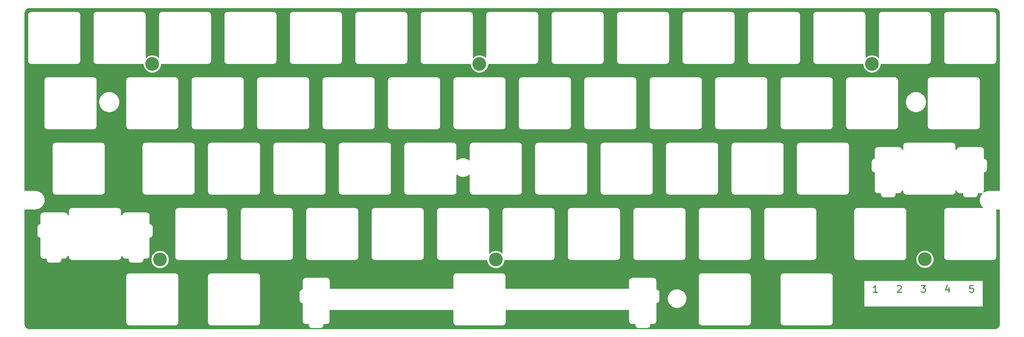
<source format=gbr>
%TF.GenerationSoftware,KiCad,Pcbnew,(5.1.9)-1*%
%TF.CreationDate,2021-04-11T15:20:34+09:00*%
%TF.ProjectId,yuiop60hh3-topplate,7975696f-7036-4306-9868-332d746f7070,1*%
%TF.SameCoordinates,Original*%
%TF.FileFunction,Copper,L1,Top*%
%TF.FilePolarity,Positive*%
%FSLAX46Y46*%
G04 Gerber Fmt 4.6, Leading zero omitted, Abs format (unit mm)*
G04 Created by KiCad (PCBNEW (5.1.9)-1) date 2021-04-11 15:20:34*
%MOMM*%
%LPD*%
G01*
G04 APERTURE LIST*
%ADD10C,0.300000*%
%TA.AperFunction,ComponentPad*%
%ADD11C,4.000000*%
%TD*%
%TA.AperFunction,NonConductor*%
%ADD12C,0.254000*%
%TD*%
%TA.AperFunction,NonConductor*%
%ADD13C,0.100000*%
%TD*%
G04 APERTURE END LIST*
%TO.C,5*%
D10*
X347145190Y-181719921D02*
X346192809Y-181719921D01*
X346097571Y-182672302D01*
X346192809Y-182577064D01*
X346383285Y-182481826D01*
X346859476Y-182481826D01*
X347049952Y-182577064D01*
X347145190Y-182672302D01*
X347240428Y-182862779D01*
X347240428Y-183338969D01*
X347145190Y-183529445D01*
X347049952Y-183624683D01*
X346859476Y-183719921D01*
X346383285Y-183719921D01*
X346192809Y-183624683D01*
X346097571Y-183529445D01*
%TO.C,4*%
X340049952Y-182386588D02*
X340049952Y-183719921D01*
X339573761Y-181624683D02*
X339097571Y-183053255D01*
X340335666Y-183053255D01*
%TO.C,3*%
X332002333Y-181719921D02*
X333240428Y-181719921D01*
X332573761Y-182481826D01*
X332859476Y-182481826D01*
X333049952Y-182577064D01*
X333145190Y-182672302D01*
X333240428Y-182862779D01*
X333240428Y-183338969D01*
X333145190Y-183529445D01*
X333049952Y-183624683D01*
X332859476Y-183719921D01*
X332288047Y-183719921D01*
X332097571Y-183624683D01*
X332002333Y-183529445D01*
%TO.C,2*%
X325097571Y-181910398D02*
X325192809Y-181815160D01*
X325383285Y-181719921D01*
X325859476Y-181719921D01*
X326049952Y-181815160D01*
X326145190Y-181910398D01*
X326240428Y-182100874D01*
X326240428Y-182291350D01*
X326145190Y-182577064D01*
X325002333Y-183719921D01*
X326240428Y-183719921D01*
%TO.C,1*%
X319240428Y-183719921D02*
X318097571Y-183719921D01*
X318669000Y-183719921D02*
X318669000Y-181719921D01*
X318478523Y-182005636D01*
X318288047Y-182196112D01*
X318097571Y-182291350D01*
%TD*%
D11*
%TO.P,HOLE7,*%
%TO.N,*%
X108125000Y-117115000D03*
%TD*%
%TO.P,HOLE8,*%
%TO.N,*%
X110375000Y-174115000D03*
%TD*%
%TO.P,HOLE9,*%
%TO.N,*%
X317625000Y-117115000D03*
%TD*%
%TO.P,HOLE10,*%
%TO.N,*%
X333025000Y-174065000D03*
%TD*%
%TO.P,HOLE11,*%
%TO.N,*%
X203375000Y-117115000D03*
%TD*%
%TO.P,HOLE12,*%
%TO.N,*%
X208125000Y-174115000D03*
%TD*%
D12*
X353342708Y-100985159D02*
X353634659Y-101013785D01*
X353884429Y-101089195D01*
X354114792Y-101211682D01*
X354316980Y-101376582D01*
X354483286Y-101577610D01*
X354607378Y-101807114D01*
X354684531Y-102056355D01*
X354715001Y-102346258D01*
X354715000Y-154005160D01*
X351642581Y-154005160D01*
X351608466Y-154008520D01*
X351580576Y-154008520D01*
X351571412Y-154009483D01*
X351154421Y-154056256D01*
X351095932Y-154068689D01*
X351037229Y-154080312D01*
X351028426Y-154083037D01*
X350628461Y-154209913D01*
X350573501Y-154233469D01*
X350518174Y-154256273D01*
X350510068Y-154260656D01*
X350158774Y-154453782D01*
X350177905Y-154425843D01*
X350182521Y-154417307D01*
X350210009Y-154365610D01*
X350234024Y-154307347D01*
X350258830Y-154249470D01*
X350261697Y-154240210D01*
X350261699Y-154240205D01*
X350261701Y-154240196D01*
X350278623Y-154184149D01*
X350290858Y-154122362D01*
X350303626Y-154062290D01*
X350303943Y-154061244D01*
X350304542Y-154055165D01*
X350304971Y-154051085D01*
X350310683Y-153992816D01*
X350310683Y-153992813D01*
X350314000Y-153959135D01*
X350314000Y-148814057D01*
X350321775Y-148813239D01*
X350355244Y-148809943D01*
X350360844Y-148808244D01*
X350413662Y-148797402D01*
X350475552Y-148785596D01*
X350484842Y-148782791D01*
X350540774Y-148765477D01*
X350598876Y-148741053D01*
X350657249Y-148717468D01*
X350665818Y-148712913D01*
X350717321Y-148685064D01*
X350769549Y-148649836D01*
X350822249Y-148615349D01*
X350829768Y-148609218D01*
X350829772Y-148609215D01*
X350829776Y-148609211D01*
X350874882Y-148571895D01*
X350919264Y-148527202D01*
X350964273Y-148483125D01*
X350970455Y-148475653D01*
X350970459Y-148475649D01*
X350970463Y-148475644D01*
X351007464Y-148430275D01*
X351042307Y-148377832D01*
X351077905Y-148325843D01*
X351082521Y-148317307D01*
X351110009Y-148265610D01*
X351134024Y-148207347D01*
X351158830Y-148149470D01*
X351161697Y-148140210D01*
X351161699Y-148140205D01*
X351161701Y-148140196D01*
X351178623Y-148084149D01*
X351190858Y-148022362D01*
X351203626Y-147962290D01*
X351203943Y-147961244D01*
X351204539Y-147955190D01*
X351204971Y-147951085D01*
X351210683Y-147892816D01*
X351210683Y-147892813D01*
X351214000Y-147859135D01*
X351214000Y-145590865D01*
X351211121Y-145561635D01*
X351211133Y-145559918D01*
X351210186Y-145550260D01*
X351207239Y-145522225D01*
X351203943Y-145488756D01*
X351202244Y-145483156D01*
X351191401Y-145430331D01*
X351179596Y-145368449D01*
X351176791Y-145359159D01*
X351159477Y-145303226D01*
X351135060Y-145245141D01*
X351111468Y-145186751D01*
X351106913Y-145178182D01*
X351079065Y-145126679D01*
X351043840Y-145074457D01*
X351009349Y-145021750D01*
X351003216Y-145014230D01*
X350965895Y-144969117D01*
X350921199Y-144924733D01*
X350877125Y-144879727D01*
X350869648Y-144873541D01*
X350824275Y-144836536D01*
X350771832Y-144801693D01*
X350719843Y-144766095D01*
X350711307Y-144761479D01*
X350659611Y-144733991D01*
X350601322Y-144709965D01*
X350543470Y-144685170D01*
X350534214Y-144682304D01*
X350534206Y-144682301D01*
X350534198Y-144682299D01*
X350478149Y-144665377D01*
X350416355Y-144653141D01*
X350356290Y-144640374D01*
X350355244Y-144640057D01*
X350349190Y-144639461D01*
X350345085Y-144639029D01*
X350314000Y-144635981D01*
X350314000Y-142190865D01*
X350311121Y-142161635D01*
X350311133Y-142159918D01*
X350310186Y-142150260D01*
X350307239Y-142122225D01*
X350303943Y-142088756D01*
X350302244Y-142083156D01*
X350291401Y-142030331D01*
X350279596Y-141968449D01*
X350276791Y-141959159D01*
X350259477Y-141903226D01*
X350235060Y-141845141D01*
X350211468Y-141786751D01*
X350206913Y-141778182D01*
X350179065Y-141726679D01*
X350143840Y-141674457D01*
X350109349Y-141621750D01*
X350103216Y-141614230D01*
X350065895Y-141569117D01*
X350021199Y-141524733D01*
X349977125Y-141479727D01*
X349969648Y-141473541D01*
X349924275Y-141436536D01*
X349871832Y-141401693D01*
X349819843Y-141366095D01*
X349811307Y-141361479D01*
X349759611Y-141333991D01*
X349701322Y-141309965D01*
X349643470Y-141285170D01*
X349634214Y-141282304D01*
X349634206Y-141282301D01*
X349634198Y-141282299D01*
X349578149Y-141265377D01*
X349516355Y-141253141D01*
X349456290Y-141240374D01*
X349455244Y-141240057D01*
X349449190Y-141239461D01*
X349445085Y-141239029D01*
X349386815Y-141233316D01*
X349386802Y-141233316D01*
X349353135Y-141230000D01*
X343134865Y-141230000D01*
X343105635Y-141232879D01*
X343103918Y-141232867D01*
X343094260Y-141233814D01*
X343066225Y-141236761D01*
X343032756Y-141240057D01*
X343027156Y-141241756D01*
X342974331Y-141252599D01*
X342912449Y-141264404D01*
X342903165Y-141267207D01*
X342903161Y-141267208D01*
X342903158Y-141267209D01*
X342903159Y-141267209D01*
X342847226Y-141284523D01*
X342789141Y-141308940D01*
X342730751Y-141332532D01*
X342722182Y-141337087D01*
X342670679Y-141364935D01*
X342618457Y-141400160D01*
X342565750Y-141434651D01*
X342558230Y-141440784D01*
X342513117Y-141478105D01*
X342468733Y-141522801D01*
X342423727Y-141566875D01*
X342417541Y-141574352D01*
X342380536Y-141619725D01*
X342345693Y-141672168D01*
X342310095Y-141724157D01*
X342305479Y-141732693D01*
X342277991Y-141784389D01*
X342253965Y-141842678D01*
X342229170Y-141900530D01*
X342226304Y-141909786D01*
X342226301Y-141909794D01*
X342226300Y-141909800D01*
X342209377Y-141965851D01*
X342197141Y-142027645D01*
X342196640Y-142030000D01*
X342014000Y-142030000D01*
X342014000Y-140890865D01*
X342011121Y-140861635D01*
X342011133Y-140859918D01*
X342010186Y-140850260D01*
X342007239Y-140822225D01*
X342003943Y-140788756D01*
X342002244Y-140783156D01*
X341991401Y-140730331D01*
X341979596Y-140668449D01*
X341976791Y-140659159D01*
X341959477Y-140603226D01*
X341935060Y-140545141D01*
X341911468Y-140486751D01*
X341906913Y-140478182D01*
X341879065Y-140426679D01*
X341843840Y-140374457D01*
X341809349Y-140321750D01*
X341803216Y-140314230D01*
X341765895Y-140269117D01*
X341721199Y-140224733D01*
X341677125Y-140179727D01*
X341669648Y-140173541D01*
X341624275Y-140136536D01*
X341571832Y-140101693D01*
X341519843Y-140066095D01*
X341511307Y-140061479D01*
X341459611Y-140033991D01*
X341401322Y-140009965D01*
X341343470Y-139985170D01*
X341334214Y-139982304D01*
X341334206Y-139982301D01*
X341334198Y-139982299D01*
X341278149Y-139965377D01*
X341216355Y-139953141D01*
X341156290Y-139940374D01*
X341155244Y-139940057D01*
X341149190Y-139939461D01*
X341145085Y-139939029D01*
X341086815Y-139933316D01*
X341086802Y-139933316D01*
X341053135Y-139930000D01*
X327584865Y-139930000D01*
X327555635Y-139932879D01*
X327553918Y-139932867D01*
X327544260Y-139933814D01*
X327516225Y-139936761D01*
X327482756Y-139940057D01*
X327477156Y-139941756D01*
X327424331Y-139952599D01*
X327362449Y-139964404D01*
X327353165Y-139967207D01*
X327353161Y-139967208D01*
X327353158Y-139967209D01*
X327353159Y-139967209D01*
X327297226Y-139984523D01*
X327239141Y-140008940D01*
X327180751Y-140032532D01*
X327172182Y-140037087D01*
X327120679Y-140064935D01*
X327068457Y-140100160D01*
X327015750Y-140134651D01*
X327008230Y-140140784D01*
X326963117Y-140178105D01*
X326918733Y-140222801D01*
X326873727Y-140266875D01*
X326867541Y-140274352D01*
X326830536Y-140319725D01*
X326795693Y-140372168D01*
X326760095Y-140424157D01*
X326755479Y-140432693D01*
X326727991Y-140484389D01*
X326703965Y-140542678D01*
X326679170Y-140600530D01*
X326676304Y-140609786D01*
X326676301Y-140609794D01*
X326676300Y-140609800D01*
X326659377Y-140665851D01*
X326647141Y-140727645D01*
X326634372Y-140787721D01*
X326634058Y-140788756D01*
X326633476Y-140794660D01*
X326633029Y-140798915D01*
X326627316Y-140857185D01*
X326627316Y-140857208D01*
X326624001Y-140890865D01*
X326624000Y-142030000D01*
X326441338Y-142030000D01*
X326429596Y-141968449D01*
X326426791Y-141959159D01*
X326409477Y-141903226D01*
X326385060Y-141845141D01*
X326361468Y-141786751D01*
X326356913Y-141778182D01*
X326329065Y-141726679D01*
X326293840Y-141674457D01*
X326259349Y-141621750D01*
X326253216Y-141614230D01*
X326215895Y-141569117D01*
X326171199Y-141524733D01*
X326127125Y-141479727D01*
X326119648Y-141473541D01*
X326074275Y-141436536D01*
X326021832Y-141401693D01*
X325969843Y-141366095D01*
X325961307Y-141361479D01*
X325909611Y-141333991D01*
X325851322Y-141309965D01*
X325793470Y-141285170D01*
X325784214Y-141282304D01*
X325784206Y-141282301D01*
X325784198Y-141282299D01*
X325728149Y-141265377D01*
X325666355Y-141253141D01*
X325606290Y-141240374D01*
X325605244Y-141240057D01*
X325599190Y-141239461D01*
X325595085Y-141239029D01*
X325536815Y-141233316D01*
X325536802Y-141233316D01*
X325503135Y-141230000D01*
X319284865Y-141230000D01*
X319255635Y-141232879D01*
X319253918Y-141232867D01*
X319244260Y-141233814D01*
X319216225Y-141236761D01*
X319182756Y-141240057D01*
X319177156Y-141241756D01*
X319124331Y-141252599D01*
X319062449Y-141264404D01*
X319053165Y-141267207D01*
X319053161Y-141267208D01*
X319053158Y-141267209D01*
X319053159Y-141267209D01*
X318997226Y-141284523D01*
X318939141Y-141308940D01*
X318880751Y-141332532D01*
X318872182Y-141337087D01*
X318820679Y-141364935D01*
X318768457Y-141400160D01*
X318715750Y-141434651D01*
X318708230Y-141440784D01*
X318663117Y-141478105D01*
X318618733Y-141522801D01*
X318573727Y-141566875D01*
X318567541Y-141574352D01*
X318530536Y-141619725D01*
X318495693Y-141672168D01*
X318460095Y-141724157D01*
X318455479Y-141732693D01*
X318427991Y-141784389D01*
X318403965Y-141842678D01*
X318379170Y-141900530D01*
X318376304Y-141909786D01*
X318376301Y-141909794D01*
X318376300Y-141909800D01*
X318359377Y-141965851D01*
X318347141Y-142027645D01*
X318334372Y-142087721D01*
X318334058Y-142088756D01*
X318333479Y-142094635D01*
X318333029Y-142098915D01*
X318327316Y-142157185D01*
X318327316Y-142157208D01*
X318324001Y-142190865D01*
X318324000Y-144635943D01*
X318316225Y-144636761D01*
X318282756Y-144640057D01*
X318277156Y-144641756D01*
X318224331Y-144652599D01*
X318162449Y-144664404D01*
X318153165Y-144667207D01*
X318153161Y-144667208D01*
X318153158Y-144667209D01*
X318153159Y-144667209D01*
X318097226Y-144684523D01*
X318039141Y-144708940D01*
X317980751Y-144732532D01*
X317972182Y-144737087D01*
X317920679Y-144764935D01*
X317868457Y-144800160D01*
X317815750Y-144834651D01*
X317808230Y-144840784D01*
X317763117Y-144878105D01*
X317718733Y-144922801D01*
X317673727Y-144966875D01*
X317667541Y-144974352D01*
X317630536Y-145019725D01*
X317595693Y-145072168D01*
X317560095Y-145124157D01*
X317555479Y-145132693D01*
X317527991Y-145184389D01*
X317503965Y-145242678D01*
X317479170Y-145300530D01*
X317476304Y-145309786D01*
X317476301Y-145309794D01*
X317476300Y-145309800D01*
X317459377Y-145365851D01*
X317447141Y-145427645D01*
X317434372Y-145487721D01*
X317434058Y-145488756D01*
X317433476Y-145494660D01*
X317433029Y-145498915D01*
X317427316Y-145557185D01*
X317427316Y-145557208D01*
X317424001Y-145590865D01*
X317424000Y-147859134D01*
X317426879Y-147888364D01*
X317426867Y-147890082D01*
X317427814Y-147899740D01*
X317430762Y-147927790D01*
X317434057Y-147961243D01*
X317435755Y-147966841D01*
X317446598Y-148019662D01*
X317458404Y-148081552D01*
X317461209Y-148090842D01*
X317478523Y-148146774D01*
X317502947Y-148204876D01*
X317526532Y-148263249D01*
X317531087Y-148271818D01*
X317558936Y-148323321D01*
X317594164Y-148375549D01*
X317628651Y-148428249D01*
X317634782Y-148435768D01*
X317634785Y-148435772D01*
X317634789Y-148435776D01*
X317672105Y-148480882D01*
X317716798Y-148525264D01*
X317760875Y-148570273D01*
X317768346Y-148576454D01*
X317768351Y-148576459D01*
X317768356Y-148576463D01*
X317813725Y-148613464D01*
X317866168Y-148648307D01*
X317918157Y-148683905D01*
X317926693Y-148688521D01*
X317978390Y-148716009D01*
X318036653Y-148740024D01*
X318094530Y-148764830D01*
X318103790Y-148767697D01*
X318103795Y-148767699D01*
X318103800Y-148767700D01*
X318159851Y-148784623D01*
X318221638Y-148796858D01*
X318281710Y-148809626D01*
X318282756Y-148809943D01*
X318288810Y-148810539D01*
X318292915Y-148810971D01*
X318324001Y-148814018D01*
X318324000Y-153959134D01*
X318326879Y-153988364D01*
X318326867Y-153990082D01*
X318327814Y-153999740D01*
X318330762Y-154027790D01*
X318334057Y-154061243D01*
X318335755Y-154066841D01*
X318346598Y-154119662D01*
X318358404Y-154181552D01*
X318361209Y-154190842D01*
X318378523Y-154246774D01*
X318402947Y-154304876D01*
X318426532Y-154363249D01*
X318431087Y-154371818D01*
X318458936Y-154423321D01*
X318494164Y-154475549D01*
X318528651Y-154528249D01*
X318534782Y-154535768D01*
X318534785Y-154535772D01*
X318534789Y-154535776D01*
X318572105Y-154580882D01*
X318616798Y-154625264D01*
X318660875Y-154670273D01*
X318668346Y-154676454D01*
X318668351Y-154676459D01*
X318668356Y-154676463D01*
X318713725Y-154713464D01*
X318766168Y-154748307D01*
X318818157Y-154783905D01*
X318826693Y-154788521D01*
X318878390Y-154816009D01*
X318936653Y-154840024D01*
X318994530Y-154864830D01*
X319003790Y-154867697D01*
X319003795Y-154867699D01*
X319003800Y-154867700D01*
X319059851Y-154884623D01*
X319121638Y-154896858D01*
X319181710Y-154909626D01*
X319182756Y-154909943D01*
X319188810Y-154910539D01*
X319192915Y-154910971D01*
X319251184Y-154916683D01*
X319251187Y-154916683D01*
X319284865Y-154920000D01*
X320124000Y-154920000D01*
X320124000Y-155159134D01*
X320126879Y-155188364D01*
X320126867Y-155190082D01*
X320127814Y-155199740D01*
X320130762Y-155227790D01*
X320134057Y-155261243D01*
X320135755Y-155266841D01*
X320146598Y-155319662D01*
X320158404Y-155381552D01*
X320161209Y-155390842D01*
X320178523Y-155446774D01*
X320202947Y-155504876D01*
X320226532Y-155563249D01*
X320231087Y-155571818D01*
X320258936Y-155623321D01*
X320294164Y-155675549D01*
X320328651Y-155728249D01*
X320334782Y-155735768D01*
X320334785Y-155735772D01*
X320334789Y-155735776D01*
X320372105Y-155780882D01*
X320416798Y-155825264D01*
X320460875Y-155870273D01*
X320468346Y-155876454D01*
X320468351Y-155876459D01*
X320468356Y-155876463D01*
X320513725Y-155913464D01*
X320566168Y-155948307D01*
X320618157Y-155983905D01*
X320626693Y-155988521D01*
X320678390Y-156016009D01*
X320736653Y-156040024D01*
X320794530Y-156064830D01*
X320803790Y-156067697D01*
X320803795Y-156067699D01*
X320803800Y-156067700D01*
X320859851Y-156084623D01*
X320921638Y-156096858D01*
X320981710Y-156109626D01*
X320982756Y-156109943D01*
X320988810Y-156110539D01*
X320992915Y-156110971D01*
X321051184Y-156116683D01*
X321051187Y-156116683D01*
X321084865Y-156120000D01*
X323653135Y-156120000D01*
X323682365Y-156117121D01*
X323684082Y-156117133D01*
X323693740Y-156116186D01*
X323721775Y-156113239D01*
X323755244Y-156109943D01*
X323760844Y-156108244D01*
X323813662Y-156097402D01*
X323875552Y-156085596D01*
X323884842Y-156082791D01*
X323940774Y-156065477D01*
X323998876Y-156041053D01*
X324057249Y-156017468D01*
X324065818Y-156012913D01*
X324117321Y-155985064D01*
X324169549Y-155949836D01*
X324222249Y-155915349D01*
X324229768Y-155909218D01*
X324229772Y-155909215D01*
X324229776Y-155909211D01*
X324274882Y-155871895D01*
X324319264Y-155827202D01*
X324364273Y-155783125D01*
X324370455Y-155775653D01*
X324370459Y-155775649D01*
X324370463Y-155775644D01*
X324407464Y-155730275D01*
X324442307Y-155677832D01*
X324477905Y-155625843D01*
X324482521Y-155617307D01*
X324510009Y-155565610D01*
X324534024Y-155507347D01*
X324558830Y-155449470D01*
X324561697Y-155440210D01*
X324561699Y-155440205D01*
X324561701Y-155440196D01*
X324578623Y-155384149D01*
X324590858Y-155322362D01*
X324603626Y-155262290D01*
X324603943Y-155261244D01*
X324604539Y-155255190D01*
X324604971Y-155251085D01*
X324610683Y-155192816D01*
X324610683Y-155192813D01*
X324614000Y-155159135D01*
X324614000Y-154920000D01*
X325453135Y-154920000D01*
X325482365Y-154917121D01*
X325484082Y-154917133D01*
X325493740Y-154916186D01*
X325521775Y-154913239D01*
X325555244Y-154909943D01*
X325560844Y-154908244D01*
X325613662Y-154897402D01*
X325675552Y-154885596D01*
X325684842Y-154882791D01*
X325740774Y-154865477D01*
X325798876Y-154841053D01*
X325857249Y-154817468D01*
X325865818Y-154812913D01*
X325917321Y-154785064D01*
X325969549Y-154749836D01*
X326022249Y-154715349D01*
X326029768Y-154709218D01*
X326029772Y-154709215D01*
X326029776Y-154709211D01*
X326074882Y-154671895D01*
X326119264Y-154627202D01*
X326164273Y-154583125D01*
X326170455Y-154575653D01*
X326170459Y-154575649D01*
X326170463Y-154575644D01*
X326207464Y-154530275D01*
X326242307Y-154477832D01*
X326277905Y-154425843D01*
X326282521Y-154417307D01*
X326310009Y-154365610D01*
X326334024Y-154307347D01*
X326358830Y-154249470D01*
X326361697Y-154240210D01*
X326361699Y-154240205D01*
X326361701Y-154240196D01*
X326378623Y-154184149D01*
X326381425Y-154170000D01*
X326624000Y-154170000D01*
X326624000Y-154359134D01*
X326626879Y-154388364D01*
X326626867Y-154390082D01*
X326627814Y-154399740D01*
X326630762Y-154427790D01*
X326634057Y-154461243D01*
X326635755Y-154466841D01*
X326646598Y-154519662D01*
X326658404Y-154581552D01*
X326661209Y-154590842D01*
X326678523Y-154646774D01*
X326702947Y-154704876D01*
X326726532Y-154763249D01*
X326731087Y-154771818D01*
X326758936Y-154823321D01*
X326794164Y-154875549D01*
X326828651Y-154928249D01*
X326834782Y-154935768D01*
X326834785Y-154935772D01*
X326834789Y-154935776D01*
X326872105Y-154980882D01*
X326916798Y-155025264D01*
X326960875Y-155070273D01*
X326968346Y-155076454D01*
X326968351Y-155076459D01*
X326968356Y-155076463D01*
X327013725Y-155113464D01*
X327066168Y-155148307D01*
X327118157Y-155183905D01*
X327126693Y-155188521D01*
X327178390Y-155216009D01*
X327236653Y-155240024D01*
X327294530Y-155264830D01*
X327303790Y-155267697D01*
X327303795Y-155267699D01*
X327303800Y-155267700D01*
X327359851Y-155284623D01*
X327421638Y-155296858D01*
X327481710Y-155309626D01*
X327482756Y-155309943D01*
X327488810Y-155310539D01*
X327492915Y-155310971D01*
X327551184Y-155316683D01*
X327551187Y-155316683D01*
X327584865Y-155320000D01*
X341103135Y-155320000D01*
X341132365Y-155317121D01*
X341134082Y-155317133D01*
X341143740Y-155316186D01*
X341171775Y-155313239D01*
X341205244Y-155309943D01*
X341210844Y-155308244D01*
X341263662Y-155297402D01*
X341325552Y-155285596D01*
X341334842Y-155282791D01*
X341390774Y-155265477D01*
X341448876Y-155241053D01*
X341507249Y-155217468D01*
X341515818Y-155212913D01*
X341567321Y-155185064D01*
X341619549Y-155149836D01*
X341672249Y-155115349D01*
X341679768Y-155109218D01*
X341679772Y-155109215D01*
X341679776Y-155109211D01*
X341724882Y-155071895D01*
X341769264Y-155027202D01*
X341814273Y-154983125D01*
X341820455Y-154975653D01*
X341820459Y-154975649D01*
X341820463Y-154975644D01*
X341857464Y-154930275D01*
X341892307Y-154877832D01*
X341927905Y-154825843D01*
X341932521Y-154817307D01*
X341960009Y-154765610D01*
X341984024Y-154707347D01*
X342008830Y-154649470D01*
X342011697Y-154640210D01*
X342011699Y-154640205D01*
X342011701Y-154640196D01*
X342028623Y-154584149D01*
X342040858Y-154522362D01*
X342053626Y-154462290D01*
X342053943Y-154461244D01*
X342054539Y-154455190D01*
X342054971Y-154451085D01*
X342060683Y-154392816D01*
X342060683Y-154392813D01*
X342064000Y-154359135D01*
X342064000Y-154170000D01*
X342206200Y-154170000D01*
X342208404Y-154181552D01*
X342211209Y-154190842D01*
X342228523Y-154246774D01*
X342252947Y-154304876D01*
X342276532Y-154363249D01*
X342281087Y-154371818D01*
X342308936Y-154423321D01*
X342344164Y-154475549D01*
X342378651Y-154528249D01*
X342384782Y-154535768D01*
X342384785Y-154535772D01*
X342384789Y-154535776D01*
X342422105Y-154580882D01*
X342466798Y-154625264D01*
X342510875Y-154670273D01*
X342518346Y-154676454D01*
X342518351Y-154676459D01*
X342518356Y-154676463D01*
X342563725Y-154713464D01*
X342616168Y-154748307D01*
X342668157Y-154783905D01*
X342676693Y-154788521D01*
X342728390Y-154816009D01*
X342786653Y-154840024D01*
X342844530Y-154864830D01*
X342853790Y-154867697D01*
X342853795Y-154867699D01*
X342853800Y-154867700D01*
X342909851Y-154884623D01*
X342971638Y-154896858D01*
X343031710Y-154909626D01*
X343032756Y-154909943D01*
X343038810Y-154910539D01*
X343042915Y-154910971D01*
X343101184Y-154916683D01*
X343101187Y-154916683D01*
X343134865Y-154920000D01*
X344024000Y-154920000D01*
X344024000Y-155159134D01*
X344026879Y-155188364D01*
X344026867Y-155190082D01*
X344027814Y-155199740D01*
X344030762Y-155227790D01*
X344034057Y-155261243D01*
X344035755Y-155266841D01*
X344046598Y-155319662D01*
X344058404Y-155381552D01*
X344061209Y-155390842D01*
X344078523Y-155446774D01*
X344102947Y-155504876D01*
X344126532Y-155563249D01*
X344131087Y-155571818D01*
X344158936Y-155623321D01*
X344194164Y-155675549D01*
X344228651Y-155728249D01*
X344234782Y-155735768D01*
X344234785Y-155735772D01*
X344234789Y-155735776D01*
X344272105Y-155780882D01*
X344316798Y-155825264D01*
X344360875Y-155870273D01*
X344368346Y-155876454D01*
X344368351Y-155876459D01*
X344368356Y-155876463D01*
X344413725Y-155913464D01*
X344466168Y-155948307D01*
X344518157Y-155983905D01*
X344526693Y-155988521D01*
X344578390Y-156016009D01*
X344636653Y-156040024D01*
X344694530Y-156064830D01*
X344703790Y-156067697D01*
X344703795Y-156067699D01*
X344703800Y-156067700D01*
X344759851Y-156084623D01*
X344821638Y-156096858D01*
X344881710Y-156109626D01*
X344882756Y-156109943D01*
X344888810Y-156110539D01*
X344892915Y-156110971D01*
X344951184Y-156116683D01*
X344951187Y-156116683D01*
X344984865Y-156120000D01*
X347553135Y-156120000D01*
X347582365Y-156117121D01*
X347584082Y-156117133D01*
X347593740Y-156116186D01*
X347621775Y-156113239D01*
X347655244Y-156109943D01*
X347660844Y-156108244D01*
X347713662Y-156097402D01*
X347775552Y-156085596D01*
X347784842Y-156082791D01*
X347840774Y-156065477D01*
X347898876Y-156041053D01*
X347957249Y-156017468D01*
X347965818Y-156012913D01*
X348017321Y-155985064D01*
X348069549Y-155949836D01*
X348122249Y-155915349D01*
X348129768Y-155909218D01*
X348129772Y-155909215D01*
X348129776Y-155909211D01*
X348174882Y-155871895D01*
X348219264Y-155827202D01*
X348264273Y-155783125D01*
X348270455Y-155775653D01*
X348270459Y-155775649D01*
X348270463Y-155775644D01*
X348307464Y-155730275D01*
X348342307Y-155677832D01*
X348377905Y-155625843D01*
X348382521Y-155617307D01*
X348410009Y-155565610D01*
X348434024Y-155507347D01*
X348458830Y-155449470D01*
X348461697Y-155440210D01*
X348461699Y-155440205D01*
X348461701Y-155440196D01*
X348478623Y-155384149D01*
X348490858Y-155322362D01*
X348503626Y-155262290D01*
X348503943Y-155261244D01*
X348504539Y-155255190D01*
X348504971Y-155251085D01*
X348510683Y-155192816D01*
X348510683Y-155192813D01*
X348514000Y-155159135D01*
X348514000Y-154920000D01*
X349353135Y-154920000D01*
X349382365Y-154917121D01*
X349384082Y-154917133D01*
X349393740Y-154916186D01*
X349421775Y-154913239D01*
X349455244Y-154909943D01*
X349460844Y-154908244D01*
X349513662Y-154897402D01*
X349575552Y-154885596D01*
X349584842Y-154882791D01*
X349640774Y-154865477D01*
X349665833Y-154854943D01*
X349630345Y-154890184D01*
X349624521Y-154897326D01*
X349361594Y-155224340D01*
X349328864Y-155274358D01*
X349295389Y-155323987D01*
X349291063Y-155332124D01*
X349096661Y-155703981D01*
X349074264Y-155759416D01*
X349051071Y-155814588D01*
X349048408Y-155823410D01*
X348929935Y-156225943D01*
X348918730Y-156284684D01*
X348906697Y-156343301D01*
X348905798Y-156352473D01*
X348867768Y-156770353D01*
X348868186Y-156830170D01*
X348867768Y-156889988D01*
X348868668Y-156899159D01*
X348912529Y-157316467D01*
X348924550Y-157375030D01*
X348935765Y-157433823D01*
X348938429Y-157442645D01*
X349062510Y-157843486D01*
X349085685Y-157898616D01*
X349108099Y-157954095D01*
X349112426Y-157962231D01*
X349312001Y-158331337D01*
X349345446Y-158380921D01*
X349378206Y-158430984D01*
X349384030Y-158438125D01*
X349651497Y-158761437D01*
X349693952Y-158803596D01*
X349735796Y-158846326D01*
X349742896Y-158852200D01*
X349899595Y-158980000D01*
X339490865Y-158980000D01*
X339461635Y-158982879D01*
X339459918Y-158982867D01*
X339450260Y-158983814D01*
X339422225Y-158986761D01*
X339388756Y-158990057D01*
X339383156Y-158991756D01*
X339330331Y-159002599D01*
X339268449Y-159014404D01*
X339259165Y-159017207D01*
X339259161Y-159017208D01*
X339259158Y-159017209D01*
X339259159Y-159017209D01*
X339203226Y-159034523D01*
X339145141Y-159058940D01*
X339086751Y-159082532D01*
X339078182Y-159087087D01*
X339026679Y-159114935D01*
X338974457Y-159150160D01*
X338921750Y-159184651D01*
X338914230Y-159190784D01*
X338869117Y-159228105D01*
X338824733Y-159272801D01*
X338779727Y-159316875D01*
X338773541Y-159324352D01*
X338736536Y-159369725D01*
X338701693Y-159422168D01*
X338666095Y-159474157D01*
X338661479Y-159482693D01*
X338633991Y-159534389D01*
X338609965Y-159592678D01*
X338585170Y-159650530D01*
X338582304Y-159659786D01*
X338582301Y-159659794D01*
X338582300Y-159659800D01*
X338565377Y-159715851D01*
X338553141Y-159777645D01*
X338540374Y-159837713D01*
X338540057Y-159838757D01*
X338539462Y-159844795D01*
X338539029Y-159848915D01*
X338533316Y-159907185D01*
X338533316Y-159907199D01*
X338530000Y-159940866D01*
X338530001Y-173409135D01*
X338532879Y-173438356D01*
X338532867Y-173440082D01*
X338533814Y-173449740D01*
X338536776Y-173477927D01*
X338540058Y-173511244D01*
X338541754Y-173516834D01*
X338552598Y-173569662D01*
X338564404Y-173631552D01*
X338567209Y-173640842D01*
X338584523Y-173696774D01*
X338608947Y-173754876D01*
X338632532Y-173813249D01*
X338637087Y-173821818D01*
X338664936Y-173873321D01*
X338700164Y-173925549D01*
X338734651Y-173978249D01*
X338740782Y-173985768D01*
X338740785Y-173985772D01*
X338740789Y-173985776D01*
X338778105Y-174030882D01*
X338822798Y-174075264D01*
X338866875Y-174120273D01*
X338874346Y-174126454D01*
X338874351Y-174126459D01*
X338874356Y-174126463D01*
X338919725Y-174163464D01*
X338972168Y-174198307D01*
X339024157Y-174233905D01*
X339032693Y-174238521D01*
X339084390Y-174266009D01*
X339142653Y-174290024D01*
X339200530Y-174314830D01*
X339209790Y-174317697D01*
X339209795Y-174317699D01*
X339209800Y-174317700D01*
X339265851Y-174334623D01*
X339327638Y-174346858D01*
X339387710Y-174359626D01*
X339388756Y-174359943D01*
X339394810Y-174360539D01*
X339398915Y-174360971D01*
X339457184Y-174366683D01*
X339457187Y-174366683D01*
X339490865Y-174370000D01*
X352959135Y-174370000D01*
X352988365Y-174367121D01*
X352990082Y-174367133D01*
X352999740Y-174366186D01*
X353027775Y-174363239D01*
X353061244Y-174359943D01*
X353066844Y-174358244D01*
X353119662Y-174347402D01*
X353181552Y-174335596D01*
X353190842Y-174332791D01*
X353246774Y-174315477D01*
X353304876Y-174291053D01*
X353363249Y-174267468D01*
X353371818Y-174262913D01*
X353423321Y-174235064D01*
X353475549Y-174199836D01*
X353528249Y-174165349D01*
X353535768Y-174159218D01*
X353535772Y-174159215D01*
X353535776Y-174159211D01*
X353580882Y-174121895D01*
X353625264Y-174077202D01*
X353670273Y-174033125D01*
X353676455Y-174025653D01*
X353676459Y-174025649D01*
X353676463Y-174025644D01*
X353713464Y-173980275D01*
X353748307Y-173927832D01*
X353783905Y-173875843D01*
X353788521Y-173867307D01*
X353816009Y-173815610D01*
X353840024Y-173757347D01*
X353864830Y-173699470D01*
X353867697Y-173690210D01*
X353867699Y-173690205D01*
X353867701Y-173690196D01*
X353884623Y-173634149D01*
X353896858Y-173572362D01*
X353909626Y-173512290D01*
X353909943Y-173511244D01*
X353910539Y-173505190D01*
X353910971Y-173501085D01*
X353916683Y-173442816D01*
X353916683Y-173442813D01*
X353920000Y-173409135D01*
X353920000Y-159940865D01*
X353917121Y-159911635D01*
X353917133Y-159909918D01*
X353916186Y-159900260D01*
X353913239Y-159872225D01*
X353909943Y-159838756D01*
X353908244Y-159833156D01*
X353897401Y-159780331D01*
X353885596Y-159718449D01*
X353882791Y-159709159D01*
X353865477Y-159653226D01*
X353853679Y-159625160D01*
X354715000Y-159625160D01*
X354715001Y-192892871D01*
X354686375Y-193184820D01*
X354610965Y-193434589D01*
X354488477Y-193664954D01*
X354323579Y-193867139D01*
X354122546Y-194033448D01*
X353893046Y-194157538D01*
X353643805Y-194234691D01*
X353353911Y-194265160D01*
X72407279Y-194265160D01*
X72115340Y-194236535D01*
X71865571Y-194161125D01*
X71635206Y-194038637D01*
X71433021Y-193873739D01*
X71266712Y-193672706D01*
X71142622Y-193443206D01*
X71065469Y-193193965D01*
X71035000Y-192904071D01*
X71035000Y-178990866D01*
X100405000Y-178990866D01*
X100405001Y-192459135D01*
X100407879Y-192488356D01*
X100407867Y-192490082D01*
X100408814Y-192499740D01*
X100411776Y-192527927D01*
X100415058Y-192561244D01*
X100416754Y-192566834D01*
X100427598Y-192619662D01*
X100439404Y-192681552D01*
X100442209Y-192690842D01*
X100459523Y-192746774D01*
X100483947Y-192804876D01*
X100507532Y-192863249D01*
X100512087Y-192871818D01*
X100539936Y-192923321D01*
X100575164Y-192975549D01*
X100609651Y-193028249D01*
X100615782Y-193035768D01*
X100615785Y-193035772D01*
X100615789Y-193035776D01*
X100653105Y-193080882D01*
X100697798Y-193125264D01*
X100741875Y-193170273D01*
X100749346Y-193176454D01*
X100749351Y-193176459D01*
X100749356Y-193176463D01*
X100794725Y-193213464D01*
X100847168Y-193248307D01*
X100899157Y-193283905D01*
X100907693Y-193288521D01*
X100959390Y-193316009D01*
X101017653Y-193340024D01*
X101075530Y-193364830D01*
X101084790Y-193367697D01*
X101084795Y-193367699D01*
X101084800Y-193367700D01*
X101140851Y-193384623D01*
X101202638Y-193396858D01*
X101262710Y-193409626D01*
X101263756Y-193409943D01*
X101269810Y-193410539D01*
X101273915Y-193410971D01*
X101332184Y-193416683D01*
X101332187Y-193416683D01*
X101365865Y-193420000D01*
X114834135Y-193420000D01*
X114863365Y-193417121D01*
X114865082Y-193417133D01*
X114874740Y-193416186D01*
X114902775Y-193413239D01*
X114936244Y-193409943D01*
X114941844Y-193408244D01*
X114994662Y-193397402D01*
X115056552Y-193385596D01*
X115065842Y-193382791D01*
X115121774Y-193365477D01*
X115179876Y-193341053D01*
X115238249Y-193317468D01*
X115246818Y-193312913D01*
X115298321Y-193285064D01*
X115350549Y-193249836D01*
X115403249Y-193215349D01*
X115410768Y-193209218D01*
X115410772Y-193209215D01*
X115410776Y-193209211D01*
X115455882Y-193171895D01*
X115500264Y-193127202D01*
X115545273Y-193083125D01*
X115551455Y-193075653D01*
X115551459Y-193075649D01*
X115551463Y-193075644D01*
X115588464Y-193030275D01*
X115623307Y-192977832D01*
X115658905Y-192925843D01*
X115663521Y-192917307D01*
X115691009Y-192865610D01*
X115715024Y-192807347D01*
X115739830Y-192749470D01*
X115742697Y-192740210D01*
X115742699Y-192740205D01*
X115742701Y-192740196D01*
X115759623Y-192684149D01*
X115771858Y-192622362D01*
X115784626Y-192562290D01*
X115784943Y-192561244D01*
X115785539Y-192555190D01*
X115785971Y-192551085D01*
X115791683Y-192492816D01*
X115791683Y-192492813D01*
X115795000Y-192459135D01*
X115795000Y-178990866D01*
X124217000Y-178990866D01*
X124217001Y-192459135D01*
X124219879Y-192488356D01*
X124219867Y-192490082D01*
X124220814Y-192499740D01*
X124223776Y-192527927D01*
X124227058Y-192561244D01*
X124228754Y-192566834D01*
X124239598Y-192619662D01*
X124251404Y-192681552D01*
X124254209Y-192690842D01*
X124271523Y-192746774D01*
X124295947Y-192804876D01*
X124319532Y-192863249D01*
X124324087Y-192871818D01*
X124351936Y-192923321D01*
X124387164Y-192975549D01*
X124421651Y-193028249D01*
X124427782Y-193035768D01*
X124427785Y-193035772D01*
X124427789Y-193035776D01*
X124465105Y-193080882D01*
X124509798Y-193125264D01*
X124553875Y-193170273D01*
X124561346Y-193176454D01*
X124561351Y-193176459D01*
X124561356Y-193176463D01*
X124606725Y-193213464D01*
X124659168Y-193248307D01*
X124711157Y-193283905D01*
X124719693Y-193288521D01*
X124771390Y-193316009D01*
X124829653Y-193340024D01*
X124887530Y-193364830D01*
X124896790Y-193367697D01*
X124896795Y-193367699D01*
X124896800Y-193367700D01*
X124952851Y-193384623D01*
X125014638Y-193396858D01*
X125074710Y-193409626D01*
X125075756Y-193409943D01*
X125081810Y-193410539D01*
X125085915Y-193410971D01*
X125144184Y-193416683D01*
X125144187Y-193416683D01*
X125177865Y-193420000D01*
X138646135Y-193420000D01*
X138675365Y-193417121D01*
X138677082Y-193417133D01*
X138686740Y-193416186D01*
X138714775Y-193413239D01*
X138748244Y-193409943D01*
X138753844Y-193408244D01*
X138806662Y-193397402D01*
X138868552Y-193385596D01*
X138877842Y-193382791D01*
X138933774Y-193365477D01*
X138991876Y-193341053D01*
X139050249Y-193317468D01*
X139058818Y-193312913D01*
X139110321Y-193285064D01*
X139162549Y-193249836D01*
X139215249Y-193215349D01*
X139222768Y-193209218D01*
X139222772Y-193209215D01*
X139222776Y-193209211D01*
X139267882Y-193171895D01*
X139312264Y-193127202D01*
X139357273Y-193083125D01*
X139363455Y-193075653D01*
X139363459Y-193075649D01*
X139363463Y-193075644D01*
X139400464Y-193030275D01*
X139435307Y-192977832D01*
X139470905Y-192925843D01*
X139475521Y-192917307D01*
X139503009Y-192865610D01*
X139527024Y-192807347D01*
X139551830Y-192749470D01*
X139554697Y-192740210D01*
X139554699Y-192740205D01*
X139554701Y-192740196D01*
X139571623Y-192684149D01*
X139583858Y-192622362D01*
X139596626Y-192562290D01*
X139596943Y-192561244D01*
X139597539Y-192555190D01*
X139597971Y-192551085D01*
X139603683Y-192492816D01*
X139603683Y-192492813D01*
X139607000Y-192459135D01*
X139607000Y-185959134D01*
X150855000Y-185959134D01*
X150857879Y-185988364D01*
X150857867Y-185990082D01*
X150858814Y-185999740D01*
X150861762Y-186027790D01*
X150865057Y-186061243D01*
X150866755Y-186066841D01*
X150877598Y-186119662D01*
X150889404Y-186181552D01*
X150892209Y-186190842D01*
X150909523Y-186246774D01*
X150933947Y-186304876D01*
X150957532Y-186363249D01*
X150962087Y-186371818D01*
X150989936Y-186423321D01*
X151025164Y-186475549D01*
X151059651Y-186528249D01*
X151065782Y-186535768D01*
X151065785Y-186535772D01*
X151065789Y-186535776D01*
X151103105Y-186580882D01*
X151147798Y-186625264D01*
X151191875Y-186670273D01*
X151199346Y-186676454D01*
X151199351Y-186676459D01*
X151199356Y-186676463D01*
X151244725Y-186713464D01*
X151297168Y-186748307D01*
X151349157Y-186783905D01*
X151357693Y-186788521D01*
X151409390Y-186816009D01*
X151467653Y-186840024D01*
X151525530Y-186864830D01*
X151534790Y-186867697D01*
X151534795Y-186867699D01*
X151534800Y-186867700D01*
X151590851Y-186884623D01*
X151652638Y-186896858D01*
X151712710Y-186909626D01*
X151713756Y-186909943D01*
X151719810Y-186910539D01*
X151723915Y-186910971D01*
X151755001Y-186914018D01*
X151755000Y-192059134D01*
X151757879Y-192088364D01*
X151757867Y-192090082D01*
X151758814Y-192099740D01*
X151761762Y-192127790D01*
X151765057Y-192161243D01*
X151766755Y-192166841D01*
X151777598Y-192219662D01*
X151789404Y-192281552D01*
X151792209Y-192290842D01*
X151809523Y-192346774D01*
X151833947Y-192404876D01*
X151857532Y-192463249D01*
X151862087Y-192471818D01*
X151889936Y-192523321D01*
X151925164Y-192575549D01*
X151959651Y-192628249D01*
X151965782Y-192635768D01*
X151965785Y-192635772D01*
X151965789Y-192635776D01*
X152003105Y-192680882D01*
X152047798Y-192725264D01*
X152091875Y-192770273D01*
X152099346Y-192776454D01*
X152099351Y-192776459D01*
X152099356Y-192776463D01*
X152144725Y-192813464D01*
X152197168Y-192848307D01*
X152249157Y-192883905D01*
X152257693Y-192888521D01*
X152309390Y-192916009D01*
X152367653Y-192940024D01*
X152425530Y-192964830D01*
X152434790Y-192967697D01*
X152434795Y-192967699D01*
X152434800Y-192967700D01*
X152490851Y-192984623D01*
X152552638Y-192996858D01*
X152612710Y-193009626D01*
X152613756Y-193009943D01*
X152619810Y-193010539D01*
X152623915Y-193010971D01*
X152682184Y-193016683D01*
X152682187Y-193016683D01*
X152715865Y-193020000D01*
X153555000Y-193020000D01*
X153555000Y-193259134D01*
X153557879Y-193288364D01*
X153557867Y-193290082D01*
X153558814Y-193299740D01*
X153561762Y-193327790D01*
X153565057Y-193361243D01*
X153566755Y-193366841D01*
X153577598Y-193419662D01*
X153589404Y-193481552D01*
X153592209Y-193490842D01*
X153609523Y-193546774D01*
X153633947Y-193604876D01*
X153657532Y-193663249D01*
X153662087Y-193671818D01*
X153689936Y-193723321D01*
X153725164Y-193775549D01*
X153759651Y-193828249D01*
X153765782Y-193835768D01*
X153765785Y-193835772D01*
X153765789Y-193835776D01*
X153803105Y-193880882D01*
X153847798Y-193925264D01*
X153891875Y-193970273D01*
X153899346Y-193976454D01*
X153899351Y-193976459D01*
X153899356Y-193976463D01*
X153944725Y-194013464D01*
X153997168Y-194048307D01*
X154049157Y-194083905D01*
X154057693Y-194088521D01*
X154109390Y-194116009D01*
X154167653Y-194140024D01*
X154225530Y-194164830D01*
X154234790Y-194167697D01*
X154234795Y-194167699D01*
X154234800Y-194167700D01*
X154290851Y-194184623D01*
X154352638Y-194196858D01*
X154412710Y-194209626D01*
X154413756Y-194209943D01*
X154419810Y-194210539D01*
X154423915Y-194210971D01*
X154482184Y-194216683D01*
X154482187Y-194216683D01*
X154515865Y-194220000D01*
X157084135Y-194220000D01*
X157113365Y-194217121D01*
X157115082Y-194217133D01*
X157124740Y-194216186D01*
X157152775Y-194213239D01*
X157186244Y-194209943D01*
X157191844Y-194208244D01*
X157244662Y-194197402D01*
X157306552Y-194185596D01*
X157315842Y-194182791D01*
X157371774Y-194165477D01*
X157429876Y-194141053D01*
X157488249Y-194117468D01*
X157496818Y-194112913D01*
X157548321Y-194085064D01*
X157600549Y-194049836D01*
X157653249Y-194015349D01*
X157660768Y-194009218D01*
X157660772Y-194009215D01*
X157660776Y-194009211D01*
X157705882Y-193971895D01*
X157750264Y-193927202D01*
X157795273Y-193883125D01*
X157801455Y-193875653D01*
X157801459Y-193875649D01*
X157801463Y-193875644D01*
X157838464Y-193830275D01*
X157873307Y-193777832D01*
X157908905Y-193725843D01*
X157913521Y-193717307D01*
X157941009Y-193665610D01*
X157965024Y-193607347D01*
X157989830Y-193549470D01*
X157992697Y-193540210D01*
X157992699Y-193540205D01*
X157992701Y-193540196D01*
X158009623Y-193484149D01*
X158021858Y-193422362D01*
X158034626Y-193362290D01*
X158034943Y-193361244D01*
X158035539Y-193355190D01*
X158035971Y-193351085D01*
X158041683Y-193292816D01*
X158041683Y-193292813D01*
X158045000Y-193259135D01*
X158045000Y-193020000D01*
X158884135Y-193020000D01*
X158913365Y-193017121D01*
X158915082Y-193017133D01*
X158924740Y-193016186D01*
X158952775Y-193013239D01*
X158986244Y-193009943D01*
X158991844Y-193008244D01*
X159044662Y-192997402D01*
X159106552Y-192985596D01*
X159115842Y-192982791D01*
X159171774Y-192965477D01*
X159229876Y-192941053D01*
X159288249Y-192917468D01*
X159296818Y-192912913D01*
X159348321Y-192885064D01*
X159400549Y-192849836D01*
X159453249Y-192815349D01*
X159460768Y-192809218D01*
X159460772Y-192809215D01*
X159460776Y-192809211D01*
X159505882Y-192771895D01*
X159550264Y-192727202D01*
X159595273Y-192683125D01*
X159601455Y-192675653D01*
X159601459Y-192675649D01*
X159601463Y-192675644D01*
X159638464Y-192630275D01*
X159673307Y-192577832D01*
X159708905Y-192525843D01*
X159713521Y-192517307D01*
X159741009Y-192465610D01*
X159765024Y-192407347D01*
X159789830Y-192349470D01*
X159792697Y-192340210D01*
X159792699Y-192340205D01*
X159792701Y-192340196D01*
X159809623Y-192284149D01*
X159821858Y-192222362D01*
X159834626Y-192162290D01*
X159834943Y-192161244D01*
X159835539Y-192155190D01*
X159835971Y-192151085D01*
X159841683Y-192092816D01*
X159841683Y-192092813D01*
X159845000Y-192059135D01*
X159845000Y-188920000D01*
X195655001Y-188920000D01*
X195655000Y-192459134D01*
X195657879Y-192488364D01*
X195657867Y-192490082D01*
X195658814Y-192499740D01*
X195661762Y-192527790D01*
X195665057Y-192561243D01*
X195666755Y-192566841D01*
X195677598Y-192619662D01*
X195689404Y-192681552D01*
X195692209Y-192690842D01*
X195709523Y-192746774D01*
X195733947Y-192804876D01*
X195757532Y-192863249D01*
X195762087Y-192871818D01*
X195789936Y-192923321D01*
X195825164Y-192975549D01*
X195859651Y-193028249D01*
X195865782Y-193035768D01*
X195865785Y-193035772D01*
X195865789Y-193035776D01*
X195903105Y-193080882D01*
X195947798Y-193125264D01*
X195991875Y-193170273D01*
X195999346Y-193176454D01*
X195999351Y-193176459D01*
X195999356Y-193176463D01*
X196044725Y-193213464D01*
X196097168Y-193248307D01*
X196149157Y-193283905D01*
X196157693Y-193288521D01*
X196209390Y-193316009D01*
X196267653Y-193340024D01*
X196325530Y-193364830D01*
X196334790Y-193367697D01*
X196334795Y-193367699D01*
X196334800Y-193367700D01*
X196390851Y-193384623D01*
X196452638Y-193396858D01*
X196512710Y-193409626D01*
X196513756Y-193409943D01*
X196519810Y-193410539D01*
X196523915Y-193410971D01*
X196582184Y-193416683D01*
X196582187Y-193416683D01*
X196615865Y-193420000D01*
X210134135Y-193420000D01*
X210163365Y-193417121D01*
X210165082Y-193417133D01*
X210174740Y-193416186D01*
X210202775Y-193413239D01*
X210236244Y-193409943D01*
X210241844Y-193408244D01*
X210294662Y-193397402D01*
X210356552Y-193385596D01*
X210365842Y-193382791D01*
X210421774Y-193365477D01*
X210479876Y-193341053D01*
X210538249Y-193317468D01*
X210546818Y-193312913D01*
X210598321Y-193285064D01*
X210650549Y-193249836D01*
X210703249Y-193215349D01*
X210710768Y-193209218D01*
X210710772Y-193209215D01*
X210710776Y-193209211D01*
X210755882Y-193171895D01*
X210800264Y-193127202D01*
X210845273Y-193083125D01*
X210851455Y-193075653D01*
X210851459Y-193075649D01*
X210851463Y-193075644D01*
X210888464Y-193030275D01*
X210923307Y-192977832D01*
X210958905Y-192925843D01*
X210963521Y-192917307D01*
X210991009Y-192865610D01*
X211015024Y-192807347D01*
X211039830Y-192749470D01*
X211042697Y-192740210D01*
X211042699Y-192740205D01*
X211042701Y-192740196D01*
X211059623Y-192684149D01*
X211071858Y-192622362D01*
X211084626Y-192562290D01*
X211084943Y-192561244D01*
X211085539Y-192555190D01*
X211085971Y-192551085D01*
X211091683Y-192492816D01*
X211091683Y-192492813D01*
X211095000Y-192459135D01*
X211095000Y-188920000D01*
X246805001Y-188920000D01*
X246805000Y-192059134D01*
X246807879Y-192088364D01*
X246807867Y-192090082D01*
X246808814Y-192099740D01*
X246811762Y-192127790D01*
X246815057Y-192161243D01*
X246816755Y-192166841D01*
X246827598Y-192219662D01*
X246839404Y-192281552D01*
X246842209Y-192290842D01*
X246859523Y-192346774D01*
X246883947Y-192404876D01*
X246907532Y-192463249D01*
X246912087Y-192471818D01*
X246939936Y-192523321D01*
X246975164Y-192575549D01*
X247009651Y-192628249D01*
X247015782Y-192635768D01*
X247015785Y-192635772D01*
X247015789Y-192635776D01*
X247053105Y-192680882D01*
X247097798Y-192725264D01*
X247141875Y-192770273D01*
X247149346Y-192776454D01*
X247149351Y-192776459D01*
X247149356Y-192776463D01*
X247194725Y-192813464D01*
X247247168Y-192848307D01*
X247299157Y-192883905D01*
X247307693Y-192888521D01*
X247359390Y-192916009D01*
X247417653Y-192940024D01*
X247475530Y-192964830D01*
X247484790Y-192967697D01*
X247484795Y-192967699D01*
X247484800Y-192967700D01*
X247540851Y-192984623D01*
X247602638Y-192996858D01*
X247662710Y-193009626D01*
X247663756Y-193009943D01*
X247669810Y-193010539D01*
X247673915Y-193010971D01*
X247732184Y-193016683D01*
X247732187Y-193016683D01*
X247765865Y-193020000D01*
X248655000Y-193020000D01*
X248655000Y-193259134D01*
X248657879Y-193288364D01*
X248657867Y-193290082D01*
X248658814Y-193299740D01*
X248661762Y-193327790D01*
X248665057Y-193361243D01*
X248666755Y-193366841D01*
X248677598Y-193419662D01*
X248689404Y-193481552D01*
X248692209Y-193490842D01*
X248709523Y-193546774D01*
X248733947Y-193604876D01*
X248757532Y-193663249D01*
X248762087Y-193671818D01*
X248789936Y-193723321D01*
X248825164Y-193775549D01*
X248859651Y-193828249D01*
X248865782Y-193835768D01*
X248865785Y-193835772D01*
X248865789Y-193835776D01*
X248903105Y-193880882D01*
X248947798Y-193925264D01*
X248991875Y-193970273D01*
X248999346Y-193976454D01*
X248999351Y-193976459D01*
X248999356Y-193976463D01*
X249044725Y-194013464D01*
X249097168Y-194048307D01*
X249149157Y-194083905D01*
X249157693Y-194088521D01*
X249209390Y-194116009D01*
X249267653Y-194140024D01*
X249325530Y-194164830D01*
X249334790Y-194167697D01*
X249334795Y-194167699D01*
X249334800Y-194167700D01*
X249390851Y-194184623D01*
X249452638Y-194196858D01*
X249512710Y-194209626D01*
X249513756Y-194209943D01*
X249519810Y-194210539D01*
X249523915Y-194210971D01*
X249582184Y-194216683D01*
X249582187Y-194216683D01*
X249615865Y-194220000D01*
X252184135Y-194220000D01*
X252213365Y-194217121D01*
X252215082Y-194217133D01*
X252224740Y-194216186D01*
X252252775Y-194213239D01*
X252286244Y-194209943D01*
X252291844Y-194208244D01*
X252344662Y-194197402D01*
X252406552Y-194185596D01*
X252415842Y-194182791D01*
X252471774Y-194165477D01*
X252529876Y-194141053D01*
X252588249Y-194117468D01*
X252596818Y-194112913D01*
X252648321Y-194085064D01*
X252700549Y-194049836D01*
X252753249Y-194015349D01*
X252760768Y-194009218D01*
X252760772Y-194009215D01*
X252760776Y-194009211D01*
X252805882Y-193971895D01*
X252850264Y-193927202D01*
X252895273Y-193883125D01*
X252901455Y-193875653D01*
X252901459Y-193875649D01*
X252901463Y-193875644D01*
X252938464Y-193830275D01*
X252973307Y-193777832D01*
X253008905Y-193725843D01*
X253013521Y-193717307D01*
X253041009Y-193665610D01*
X253065024Y-193607347D01*
X253089830Y-193549470D01*
X253092697Y-193540210D01*
X253092699Y-193540205D01*
X253092701Y-193540196D01*
X253109623Y-193484149D01*
X253121858Y-193422362D01*
X253134626Y-193362290D01*
X253134943Y-193361244D01*
X253135539Y-193355190D01*
X253135971Y-193351085D01*
X253141683Y-193292816D01*
X253141683Y-193292813D01*
X253145000Y-193259135D01*
X253145000Y-193020000D01*
X253984135Y-193020000D01*
X254013365Y-193017121D01*
X254015082Y-193017133D01*
X254024740Y-193016186D01*
X254052775Y-193013239D01*
X254086244Y-193009943D01*
X254091844Y-193008244D01*
X254144662Y-192997402D01*
X254206552Y-192985596D01*
X254215842Y-192982791D01*
X254271774Y-192965477D01*
X254329876Y-192941053D01*
X254388249Y-192917468D01*
X254396818Y-192912913D01*
X254448321Y-192885064D01*
X254500549Y-192849836D01*
X254553249Y-192815349D01*
X254560768Y-192809218D01*
X254560772Y-192809215D01*
X254560776Y-192809211D01*
X254605882Y-192771895D01*
X254650264Y-192727202D01*
X254695273Y-192683125D01*
X254701455Y-192675653D01*
X254701459Y-192675649D01*
X254701463Y-192675644D01*
X254738464Y-192630275D01*
X254773307Y-192577832D01*
X254808905Y-192525843D01*
X254813521Y-192517307D01*
X254841009Y-192465610D01*
X254865024Y-192407347D01*
X254889830Y-192349470D01*
X254892697Y-192340210D01*
X254892699Y-192340205D01*
X254892701Y-192340196D01*
X254909623Y-192284149D01*
X254921858Y-192222362D01*
X254934626Y-192162290D01*
X254934943Y-192161244D01*
X254935539Y-192155190D01*
X254935971Y-192151085D01*
X254941683Y-192092816D01*
X254941683Y-192092813D01*
X254945000Y-192059135D01*
X254945000Y-186914057D01*
X254952775Y-186913239D01*
X254986244Y-186909943D01*
X254991844Y-186908244D01*
X255044662Y-186897402D01*
X255106552Y-186885596D01*
X255115842Y-186882791D01*
X255171774Y-186865477D01*
X255229876Y-186841053D01*
X255288249Y-186817468D01*
X255296818Y-186812913D01*
X255348321Y-186785064D01*
X255400549Y-186749836D01*
X255453249Y-186715349D01*
X255460768Y-186709218D01*
X255460772Y-186709215D01*
X255460776Y-186709211D01*
X255505882Y-186671895D01*
X255550264Y-186627202D01*
X255595273Y-186583125D01*
X255601455Y-186575653D01*
X255601459Y-186575649D01*
X255601463Y-186575644D01*
X255638464Y-186530275D01*
X255673307Y-186477832D01*
X255708905Y-186425843D01*
X255713521Y-186417307D01*
X255741009Y-186365610D01*
X255765024Y-186307347D01*
X255789830Y-186249470D01*
X255792697Y-186240210D01*
X255792699Y-186240205D01*
X255792701Y-186240196D01*
X255809623Y-186184149D01*
X255821858Y-186122362D01*
X255834626Y-186062290D01*
X255834943Y-186061244D01*
X255835539Y-186055190D01*
X255835971Y-186051085D01*
X255841683Y-185992816D01*
X255841683Y-185992813D01*
X255845000Y-185959135D01*
X255845000Y-185235777D01*
X258040000Y-185235777D01*
X258040000Y-185794223D01*
X258148948Y-186341939D01*
X258362656Y-186857876D01*
X258672912Y-187322207D01*
X259067793Y-187717088D01*
X259532124Y-188027344D01*
X260048061Y-188241052D01*
X260595777Y-188350000D01*
X261154223Y-188350000D01*
X261701939Y-188241052D01*
X262217876Y-188027344D01*
X262682207Y-187717088D01*
X263077088Y-187322207D01*
X263387344Y-186857876D01*
X263601052Y-186341939D01*
X263710000Y-185794223D01*
X263710000Y-185235777D01*
X263601052Y-184688061D01*
X263387344Y-184172124D01*
X263077088Y-183707793D01*
X262682207Y-183312912D01*
X262217876Y-183002656D01*
X261701939Y-182788948D01*
X261154223Y-182680000D01*
X260595777Y-182680000D01*
X260048061Y-182788948D01*
X259532124Y-183002656D01*
X259067793Y-183312912D01*
X258672912Y-183707793D01*
X258362656Y-184172124D01*
X258148948Y-184688061D01*
X258040000Y-185235777D01*
X255845000Y-185235777D01*
X255845000Y-183690865D01*
X255842121Y-183661635D01*
X255842133Y-183659918D01*
X255841186Y-183650260D01*
X255838239Y-183622225D01*
X255834943Y-183588756D01*
X255833244Y-183583156D01*
X255822401Y-183530331D01*
X255810596Y-183468449D01*
X255807791Y-183459159D01*
X255790477Y-183403226D01*
X255766060Y-183345141D01*
X255742468Y-183286751D01*
X255737913Y-183278182D01*
X255710065Y-183226679D01*
X255674840Y-183174457D01*
X255640349Y-183121750D01*
X255634216Y-183114230D01*
X255596895Y-183069117D01*
X255552199Y-183024733D01*
X255508125Y-182979727D01*
X255500648Y-182973541D01*
X255455275Y-182936536D01*
X255402832Y-182901693D01*
X255350843Y-182866095D01*
X255342307Y-182861479D01*
X255290611Y-182833991D01*
X255232322Y-182809965D01*
X255174470Y-182785170D01*
X255165214Y-182782304D01*
X255165206Y-182782301D01*
X255165198Y-182782299D01*
X255109149Y-182765377D01*
X255047355Y-182753141D01*
X254987290Y-182740374D01*
X254986244Y-182740057D01*
X254980190Y-182739461D01*
X254976085Y-182739029D01*
X254945000Y-182735981D01*
X254945000Y-180290865D01*
X254942121Y-180261635D01*
X254942133Y-180259918D01*
X254941186Y-180250260D01*
X254938239Y-180222225D01*
X254934943Y-180188756D01*
X254933244Y-180183156D01*
X254922401Y-180130331D01*
X254910596Y-180068449D01*
X254907791Y-180059159D01*
X254890477Y-180003226D01*
X254866060Y-179945141D01*
X254842468Y-179886751D01*
X254837913Y-179878182D01*
X254810065Y-179826679D01*
X254774840Y-179774457D01*
X254740349Y-179721750D01*
X254734216Y-179714230D01*
X254696895Y-179669117D01*
X254652199Y-179624733D01*
X254608125Y-179579727D01*
X254600648Y-179573541D01*
X254555275Y-179536536D01*
X254502832Y-179501693D01*
X254450843Y-179466095D01*
X254442307Y-179461479D01*
X254390611Y-179433991D01*
X254332322Y-179409965D01*
X254274470Y-179385170D01*
X254265214Y-179382304D01*
X254265206Y-179382301D01*
X254265198Y-179382299D01*
X254209149Y-179365377D01*
X254147355Y-179353141D01*
X254087290Y-179340374D01*
X254086244Y-179340057D01*
X254080190Y-179339461D01*
X254076085Y-179339029D01*
X254017815Y-179333316D01*
X254017802Y-179333316D01*
X253984135Y-179330000D01*
X247765865Y-179330000D01*
X247736635Y-179332879D01*
X247734918Y-179332867D01*
X247725260Y-179333814D01*
X247697225Y-179336761D01*
X247663756Y-179340057D01*
X247658156Y-179341756D01*
X247605331Y-179352599D01*
X247543449Y-179364404D01*
X247534165Y-179367207D01*
X247534161Y-179367208D01*
X247534158Y-179367209D01*
X247534159Y-179367209D01*
X247478226Y-179384523D01*
X247420141Y-179408940D01*
X247361751Y-179432532D01*
X247353182Y-179437087D01*
X247301679Y-179464935D01*
X247249457Y-179500160D01*
X247196750Y-179534651D01*
X247189230Y-179540784D01*
X247144117Y-179578105D01*
X247099733Y-179622801D01*
X247054727Y-179666875D01*
X247048541Y-179674352D01*
X247011536Y-179719725D01*
X246976693Y-179772168D01*
X246941095Y-179824157D01*
X246936479Y-179832693D01*
X246908991Y-179884389D01*
X246884965Y-179942678D01*
X246860170Y-180000530D01*
X246857304Y-180009786D01*
X246857301Y-180009794D01*
X246857300Y-180009800D01*
X246840377Y-180065851D01*
X246828141Y-180127645D01*
X246815372Y-180187721D01*
X246815058Y-180188756D01*
X246814476Y-180194660D01*
X246814029Y-180198915D01*
X246808316Y-180257185D01*
X246808316Y-180257208D01*
X246805001Y-180290865D01*
X246805000Y-182530000D01*
X211045000Y-182530000D01*
X211045000Y-178990866D01*
X267093000Y-178990866D01*
X267093001Y-192459135D01*
X267095879Y-192488356D01*
X267095867Y-192490082D01*
X267096814Y-192499740D01*
X267099776Y-192527927D01*
X267103058Y-192561244D01*
X267104754Y-192566834D01*
X267115598Y-192619662D01*
X267127404Y-192681552D01*
X267130209Y-192690842D01*
X267147523Y-192746774D01*
X267171947Y-192804876D01*
X267195532Y-192863249D01*
X267200087Y-192871818D01*
X267227936Y-192923321D01*
X267263164Y-192975549D01*
X267297651Y-193028249D01*
X267303782Y-193035768D01*
X267303785Y-193035772D01*
X267303789Y-193035776D01*
X267341105Y-193080882D01*
X267385798Y-193125264D01*
X267429875Y-193170273D01*
X267437346Y-193176454D01*
X267437351Y-193176459D01*
X267437356Y-193176463D01*
X267482725Y-193213464D01*
X267535168Y-193248307D01*
X267587157Y-193283905D01*
X267595693Y-193288521D01*
X267647390Y-193316009D01*
X267705653Y-193340024D01*
X267763530Y-193364830D01*
X267772790Y-193367697D01*
X267772795Y-193367699D01*
X267772800Y-193367700D01*
X267828851Y-193384623D01*
X267890638Y-193396858D01*
X267950710Y-193409626D01*
X267951756Y-193409943D01*
X267957810Y-193410539D01*
X267961915Y-193410971D01*
X268020184Y-193416683D01*
X268020187Y-193416683D01*
X268053865Y-193420000D01*
X281522135Y-193420000D01*
X281551365Y-193417121D01*
X281553082Y-193417133D01*
X281562740Y-193416186D01*
X281590775Y-193413239D01*
X281624244Y-193409943D01*
X281629844Y-193408244D01*
X281682662Y-193397402D01*
X281744552Y-193385596D01*
X281753842Y-193382791D01*
X281809774Y-193365477D01*
X281867876Y-193341053D01*
X281926249Y-193317468D01*
X281934818Y-193312913D01*
X281986321Y-193285064D01*
X282038549Y-193249836D01*
X282091249Y-193215349D01*
X282098768Y-193209218D01*
X282098772Y-193209215D01*
X282098776Y-193209211D01*
X282143882Y-193171895D01*
X282188264Y-193127202D01*
X282233273Y-193083125D01*
X282239455Y-193075653D01*
X282239459Y-193075649D01*
X282239463Y-193075644D01*
X282276464Y-193030275D01*
X282311307Y-192977832D01*
X282346905Y-192925843D01*
X282351521Y-192917307D01*
X282379009Y-192865610D01*
X282403024Y-192807347D01*
X282427830Y-192749470D01*
X282430697Y-192740210D01*
X282430699Y-192740205D01*
X282430701Y-192740196D01*
X282447623Y-192684149D01*
X282459858Y-192622362D01*
X282472626Y-192562290D01*
X282472943Y-192561244D01*
X282473539Y-192555190D01*
X282473971Y-192551085D01*
X282479683Y-192492816D01*
X282479683Y-192492813D01*
X282483000Y-192459135D01*
X282483000Y-178990866D01*
X290905000Y-178990866D01*
X290905001Y-192459135D01*
X290907879Y-192488356D01*
X290907867Y-192490082D01*
X290908814Y-192499740D01*
X290911776Y-192527927D01*
X290915058Y-192561244D01*
X290916754Y-192566834D01*
X290927598Y-192619662D01*
X290939404Y-192681552D01*
X290942209Y-192690842D01*
X290959523Y-192746774D01*
X290983947Y-192804876D01*
X291007532Y-192863249D01*
X291012087Y-192871818D01*
X291039936Y-192923321D01*
X291075164Y-192975549D01*
X291109651Y-193028249D01*
X291115782Y-193035768D01*
X291115785Y-193035772D01*
X291115789Y-193035776D01*
X291153105Y-193080882D01*
X291197798Y-193125264D01*
X291241875Y-193170273D01*
X291249346Y-193176454D01*
X291249351Y-193176459D01*
X291249356Y-193176463D01*
X291294725Y-193213464D01*
X291347168Y-193248307D01*
X291399157Y-193283905D01*
X291407693Y-193288521D01*
X291459390Y-193316009D01*
X291517653Y-193340024D01*
X291575530Y-193364830D01*
X291584790Y-193367697D01*
X291584795Y-193367699D01*
X291584800Y-193367700D01*
X291640851Y-193384623D01*
X291702638Y-193396858D01*
X291762710Y-193409626D01*
X291763756Y-193409943D01*
X291769810Y-193410539D01*
X291773915Y-193410971D01*
X291832184Y-193416683D01*
X291832187Y-193416683D01*
X291865865Y-193420000D01*
X305334135Y-193420000D01*
X305363365Y-193417121D01*
X305365082Y-193417133D01*
X305374740Y-193416186D01*
X305402775Y-193413239D01*
X305436244Y-193409943D01*
X305441844Y-193408244D01*
X305494662Y-193397402D01*
X305556552Y-193385596D01*
X305565842Y-193382791D01*
X305621774Y-193365477D01*
X305679876Y-193341053D01*
X305738249Y-193317468D01*
X305746818Y-193312913D01*
X305798321Y-193285064D01*
X305850549Y-193249836D01*
X305903249Y-193215349D01*
X305910768Y-193209218D01*
X305910772Y-193209215D01*
X305910776Y-193209211D01*
X305955882Y-193171895D01*
X306000264Y-193127202D01*
X306045273Y-193083125D01*
X306051455Y-193075653D01*
X306051459Y-193075649D01*
X306051463Y-193075644D01*
X306088464Y-193030275D01*
X306123307Y-192977832D01*
X306158905Y-192925843D01*
X306163521Y-192917307D01*
X306191009Y-192865610D01*
X306215024Y-192807347D01*
X306239830Y-192749470D01*
X306242697Y-192740210D01*
X306242699Y-192740205D01*
X306242701Y-192740196D01*
X306259623Y-192684149D01*
X306271858Y-192622362D01*
X306284626Y-192562290D01*
X306284943Y-192561244D01*
X306285539Y-192555190D01*
X306285971Y-192551085D01*
X306291683Y-192492816D01*
X306291683Y-192492813D01*
X306295000Y-192459135D01*
X306295000Y-180315160D01*
X315248000Y-180315160D01*
X315248000Y-187815160D01*
X315250440Y-187839936D01*
X315257667Y-187863761D01*
X315269403Y-187885717D01*
X315285197Y-187904963D01*
X315304443Y-187920757D01*
X315326399Y-187932493D01*
X315350224Y-187939720D01*
X315375000Y-187942160D01*
X349875000Y-187942160D01*
X349899776Y-187939720D01*
X349923601Y-187932493D01*
X349945557Y-187920757D01*
X349964803Y-187904963D01*
X349980597Y-187885717D01*
X349992333Y-187863761D01*
X349999560Y-187839936D01*
X350002000Y-187815160D01*
X350002000Y-180315160D01*
X349999560Y-180290384D01*
X349992333Y-180266559D01*
X349980597Y-180244603D01*
X349964803Y-180225357D01*
X349945557Y-180209563D01*
X349923601Y-180197827D01*
X349899776Y-180190600D01*
X349875000Y-180188160D01*
X315375000Y-180188160D01*
X315350224Y-180190600D01*
X315326399Y-180197827D01*
X315304443Y-180209563D01*
X315285197Y-180225357D01*
X315269403Y-180244603D01*
X315257667Y-180266559D01*
X315250440Y-180290384D01*
X315248000Y-180315160D01*
X306295000Y-180315160D01*
X306295000Y-178990865D01*
X306292121Y-178961635D01*
X306292133Y-178959918D01*
X306291186Y-178950260D01*
X306288239Y-178922225D01*
X306284943Y-178888756D01*
X306283244Y-178883156D01*
X306272401Y-178830331D01*
X306260596Y-178768449D01*
X306257791Y-178759159D01*
X306240477Y-178703226D01*
X306216060Y-178645141D01*
X306192468Y-178586751D01*
X306187913Y-178578182D01*
X306160065Y-178526679D01*
X306124840Y-178474457D01*
X306090349Y-178421750D01*
X306084216Y-178414230D01*
X306046895Y-178369117D01*
X306002199Y-178324733D01*
X305958125Y-178279727D01*
X305950648Y-178273541D01*
X305905275Y-178236536D01*
X305852832Y-178201693D01*
X305800843Y-178166095D01*
X305792307Y-178161479D01*
X305740611Y-178133991D01*
X305682322Y-178109965D01*
X305624470Y-178085170D01*
X305615214Y-178082304D01*
X305615206Y-178082301D01*
X305615198Y-178082299D01*
X305559149Y-178065377D01*
X305497355Y-178053141D01*
X305437290Y-178040374D01*
X305436244Y-178040057D01*
X305430190Y-178039461D01*
X305426085Y-178039029D01*
X305367815Y-178033316D01*
X305367802Y-178033316D01*
X305334135Y-178030000D01*
X291865865Y-178030000D01*
X291836635Y-178032879D01*
X291834918Y-178032867D01*
X291825260Y-178033814D01*
X291797225Y-178036761D01*
X291763756Y-178040057D01*
X291758156Y-178041756D01*
X291705331Y-178052599D01*
X291643449Y-178064404D01*
X291634165Y-178067207D01*
X291634161Y-178067208D01*
X291634158Y-178067209D01*
X291634159Y-178067209D01*
X291578226Y-178084523D01*
X291520141Y-178108940D01*
X291461751Y-178132532D01*
X291453182Y-178137087D01*
X291401679Y-178164935D01*
X291349457Y-178200160D01*
X291296750Y-178234651D01*
X291289230Y-178240784D01*
X291244117Y-178278105D01*
X291199733Y-178322801D01*
X291154727Y-178366875D01*
X291148541Y-178374352D01*
X291111536Y-178419725D01*
X291076693Y-178472168D01*
X291041095Y-178524157D01*
X291036479Y-178532693D01*
X291008991Y-178584389D01*
X290984965Y-178642678D01*
X290960170Y-178700530D01*
X290957304Y-178709786D01*
X290957301Y-178709794D01*
X290957300Y-178709800D01*
X290940377Y-178765851D01*
X290928141Y-178827645D01*
X290915374Y-178887713D01*
X290915057Y-178888757D01*
X290914462Y-178894795D01*
X290914029Y-178898915D01*
X290908316Y-178957185D01*
X290908316Y-178957199D01*
X290905000Y-178990866D01*
X282483000Y-178990866D01*
X282483000Y-178990865D01*
X282480121Y-178961635D01*
X282480133Y-178959918D01*
X282479186Y-178950260D01*
X282476239Y-178922225D01*
X282472943Y-178888756D01*
X282471244Y-178883156D01*
X282460401Y-178830331D01*
X282448596Y-178768449D01*
X282445791Y-178759159D01*
X282428477Y-178703226D01*
X282404060Y-178645141D01*
X282380468Y-178586751D01*
X282375913Y-178578182D01*
X282348065Y-178526679D01*
X282312840Y-178474457D01*
X282278349Y-178421750D01*
X282272216Y-178414230D01*
X282234895Y-178369117D01*
X282190199Y-178324733D01*
X282146125Y-178279727D01*
X282138648Y-178273541D01*
X282093275Y-178236536D01*
X282040832Y-178201693D01*
X281988843Y-178166095D01*
X281980307Y-178161479D01*
X281928611Y-178133991D01*
X281870322Y-178109965D01*
X281812470Y-178085170D01*
X281803214Y-178082304D01*
X281803206Y-178082301D01*
X281803198Y-178082299D01*
X281747149Y-178065377D01*
X281685355Y-178053141D01*
X281625290Y-178040374D01*
X281624244Y-178040057D01*
X281618190Y-178039461D01*
X281614085Y-178039029D01*
X281555815Y-178033316D01*
X281555802Y-178033316D01*
X281522135Y-178030000D01*
X268053865Y-178030000D01*
X268024635Y-178032879D01*
X268022918Y-178032867D01*
X268013260Y-178033814D01*
X267985225Y-178036761D01*
X267951756Y-178040057D01*
X267946156Y-178041756D01*
X267893331Y-178052599D01*
X267831449Y-178064404D01*
X267822165Y-178067207D01*
X267822161Y-178067208D01*
X267822158Y-178067209D01*
X267822159Y-178067209D01*
X267766226Y-178084523D01*
X267708141Y-178108940D01*
X267649751Y-178132532D01*
X267641182Y-178137087D01*
X267589679Y-178164935D01*
X267537457Y-178200160D01*
X267484750Y-178234651D01*
X267477230Y-178240784D01*
X267432117Y-178278105D01*
X267387733Y-178322801D01*
X267342727Y-178366875D01*
X267336541Y-178374352D01*
X267299536Y-178419725D01*
X267264693Y-178472168D01*
X267229095Y-178524157D01*
X267224479Y-178532693D01*
X267196991Y-178584389D01*
X267172965Y-178642678D01*
X267148170Y-178700530D01*
X267145304Y-178709786D01*
X267145301Y-178709794D01*
X267145300Y-178709800D01*
X267128377Y-178765851D01*
X267116141Y-178827645D01*
X267103374Y-178887713D01*
X267103057Y-178888757D01*
X267102462Y-178894795D01*
X267102029Y-178898915D01*
X267096316Y-178957185D01*
X267096316Y-178957199D01*
X267093000Y-178990866D01*
X211045000Y-178990866D01*
X211045000Y-178990865D01*
X211042121Y-178961635D01*
X211042133Y-178959918D01*
X211041186Y-178950260D01*
X211038239Y-178922225D01*
X211034943Y-178888756D01*
X211033244Y-178883156D01*
X211022401Y-178830331D01*
X211010596Y-178768449D01*
X211007791Y-178759159D01*
X210990477Y-178703226D01*
X210966060Y-178645141D01*
X210942468Y-178586751D01*
X210937913Y-178578182D01*
X210910065Y-178526679D01*
X210874840Y-178474457D01*
X210840349Y-178421750D01*
X210834216Y-178414230D01*
X210796895Y-178369117D01*
X210752199Y-178324733D01*
X210708125Y-178279727D01*
X210700648Y-178273541D01*
X210655275Y-178236536D01*
X210602832Y-178201693D01*
X210550843Y-178166095D01*
X210542307Y-178161479D01*
X210490611Y-178133991D01*
X210432322Y-178109965D01*
X210374470Y-178085170D01*
X210365214Y-178082304D01*
X210365206Y-178082301D01*
X210365198Y-178082299D01*
X210309149Y-178065377D01*
X210247355Y-178053141D01*
X210187290Y-178040374D01*
X210186244Y-178040057D01*
X210180190Y-178039461D01*
X210176085Y-178039029D01*
X210117815Y-178033316D01*
X210117802Y-178033316D01*
X210084135Y-178030000D01*
X196615865Y-178030000D01*
X196586635Y-178032879D01*
X196584918Y-178032867D01*
X196575260Y-178033814D01*
X196547225Y-178036761D01*
X196513756Y-178040057D01*
X196508156Y-178041756D01*
X196455331Y-178052599D01*
X196393449Y-178064404D01*
X196384165Y-178067207D01*
X196384161Y-178067208D01*
X196384158Y-178067209D01*
X196384159Y-178067209D01*
X196328226Y-178084523D01*
X196270141Y-178108940D01*
X196211751Y-178132532D01*
X196203182Y-178137087D01*
X196151679Y-178164935D01*
X196099457Y-178200160D01*
X196046750Y-178234651D01*
X196039230Y-178240784D01*
X195994117Y-178278105D01*
X195949733Y-178322801D01*
X195904727Y-178366875D01*
X195898541Y-178374352D01*
X195861536Y-178419725D01*
X195826693Y-178472168D01*
X195791095Y-178524157D01*
X195786479Y-178532693D01*
X195758991Y-178584389D01*
X195734965Y-178642678D01*
X195710170Y-178700530D01*
X195707304Y-178709786D01*
X195707301Y-178709794D01*
X195707300Y-178709800D01*
X195690377Y-178765851D01*
X195678141Y-178827645D01*
X195665372Y-178887721D01*
X195665058Y-178888756D01*
X195664476Y-178894660D01*
X195664029Y-178898915D01*
X195658316Y-178957185D01*
X195658316Y-178957208D01*
X195655001Y-178990865D01*
X195655000Y-182530000D01*
X159895000Y-182530000D01*
X159895000Y-180290865D01*
X159892121Y-180261635D01*
X159892133Y-180259918D01*
X159891186Y-180250260D01*
X159888239Y-180222225D01*
X159884943Y-180188756D01*
X159883244Y-180183156D01*
X159872401Y-180130331D01*
X159860596Y-180068449D01*
X159857791Y-180059159D01*
X159840477Y-180003226D01*
X159816060Y-179945141D01*
X159792468Y-179886751D01*
X159787913Y-179878182D01*
X159760065Y-179826679D01*
X159724840Y-179774457D01*
X159690349Y-179721750D01*
X159684216Y-179714230D01*
X159646895Y-179669117D01*
X159602199Y-179624733D01*
X159558125Y-179579727D01*
X159550648Y-179573541D01*
X159505275Y-179536536D01*
X159452832Y-179501693D01*
X159400843Y-179466095D01*
X159392307Y-179461479D01*
X159340611Y-179433991D01*
X159282322Y-179409965D01*
X159224470Y-179385170D01*
X159215214Y-179382304D01*
X159215206Y-179382301D01*
X159215198Y-179382299D01*
X159159149Y-179365377D01*
X159097355Y-179353141D01*
X159037290Y-179340374D01*
X159036244Y-179340057D01*
X159030190Y-179339461D01*
X159026085Y-179339029D01*
X158967815Y-179333316D01*
X158967802Y-179333316D01*
X158934135Y-179330000D01*
X152715865Y-179330000D01*
X152686635Y-179332879D01*
X152684918Y-179332867D01*
X152675260Y-179333814D01*
X152647225Y-179336761D01*
X152613756Y-179340057D01*
X152608156Y-179341756D01*
X152555331Y-179352599D01*
X152493449Y-179364404D01*
X152484165Y-179367207D01*
X152484161Y-179367208D01*
X152484158Y-179367209D01*
X152484159Y-179367209D01*
X152428226Y-179384523D01*
X152370141Y-179408940D01*
X152311751Y-179432532D01*
X152303182Y-179437087D01*
X152251679Y-179464935D01*
X152199457Y-179500160D01*
X152146750Y-179534651D01*
X152139230Y-179540784D01*
X152094117Y-179578105D01*
X152049733Y-179622801D01*
X152004727Y-179666875D01*
X151998541Y-179674352D01*
X151961536Y-179719725D01*
X151926693Y-179772168D01*
X151891095Y-179824157D01*
X151886479Y-179832693D01*
X151858991Y-179884389D01*
X151834965Y-179942678D01*
X151810170Y-180000530D01*
X151807304Y-180009786D01*
X151807301Y-180009794D01*
X151807300Y-180009800D01*
X151790377Y-180065851D01*
X151778141Y-180127645D01*
X151765372Y-180187721D01*
X151765058Y-180188756D01*
X151764476Y-180194660D01*
X151764029Y-180198915D01*
X151758316Y-180257185D01*
X151758316Y-180257208D01*
X151755001Y-180290865D01*
X151755000Y-182735943D01*
X151747225Y-182736761D01*
X151713756Y-182740057D01*
X151708156Y-182741756D01*
X151655331Y-182752599D01*
X151593449Y-182764404D01*
X151584165Y-182767207D01*
X151584161Y-182767208D01*
X151584158Y-182767209D01*
X151584159Y-182767209D01*
X151528226Y-182784523D01*
X151470141Y-182808940D01*
X151411751Y-182832532D01*
X151403182Y-182837087D01*
X151351679Y-182864935D01*
X151299457Y-182900160D01*
X151246750Y-182934651D01*
X151239230Y-182940784D01*
X151194117Y-182978105D01*
X151149733Y-183022801D01*
X151104727Y-183066875D01*
X151098541Y-183074352D01*
X151061536Y-183119725D01*
X151026693Y-183172168D01*
X150991095Y-183224157D01*
X150986479Y-183232693D01*
X150958991Y-183284389D01*
X150934965Y-183342678D01*
X150910170Y-183400530D01*
X150907304Y-183409786D01*
X150907301Y-183409794D01*
X150907300Y-183409800D01*
X150890377Y-183465851D01*
X150878141Y-183527645D01*
X150865372Y-183587721D01*
X150865058Y-183588756D01*
X150864476Y-183594660D01*
X150864029Y-183598915D01*
X150858316Y-183657185D01*
X150858316Y-183657208D01*
X150855001Y-183690865D01*
X150855000Y-185959134D01*
X139607000Y-185959134D01*
X139607000Y-178990865D01*
X139604121Y-178961635D01*
X139604133Y-178959918D01*
X139603186Y-178950260D01*
X139600239Y-178922225D01*
X139596943Y-178888756D01*
X139595244Y-178883156D01*
X139584401Y-178830331D01*
X139572596Y-178768449D01*
X139569791Y-178759159D01*
X139552477Y-178703226D01*
X139528060Y-178645141D01*
X139504468Y-178586751D01*
X139499913Y-178578182D01*
X139472065Y-178526679D01*
X139436840Y-178474457D01*
X139402349Y-178421750D01*
X139396216Y-178414230D01*
X139358895Y-178369117D01*
X139314199Y-178324733D01*
X139270125Y-178279727D01*
X139262648Y-178273541D01*
X139217275Y-178236536D01*
X139164832Y-178201693D01*
X139112843Y-178166095D01*
X139104307Y-178161479D01*
X139052611Y-178133991D01*
X138994322Y-178109965D01*
X138936470Y-178085170D01*
X138927214Y-178082304D01*
X138927206Y-178082301D01*
X138927198Y-178082299D01*
X138871149Y-178065377D01*
X138809355Y-178053141D01*
X138749290Y-178040374D01*
X138748244Y-178040057D01*
X138742190Y-178039461D01*
X138738085Y-178039029D01*
X138679815Y-178033316D01*
X138679802Y-178033316D01*
X138646135Y-178030000D01*
X125177865Y-178030000D01*
X125148635Y-178032879D01*
X125146918Y-178032867D01*
X125137260Y-178033814D01*
X125109225Y-178036761D01*
X125075756Y-178040057D01*
X125070156Y-178041756D01*
X125017331Y-178052599D01*
X124955449Y-178064404D01*
X124946165Y-178067207D01*
X124946161Y-178067208D01*
X124946158Y-178067209D01*
X124946159Y-178067209D01*
X124890226Y-178084523D01*
X124832141Y-178108940D01*
X124773751Y-178132532D01*
X124765182Y-178137087D01*
X124713679Y-178164935D01*
X124661457Y-178200160D01*
X124608750Y-178234651D01*
X124601230Y-178240784D01*
X124556117Y-178278105D01*
X124511733Y-178322801D01*
X124466727Y-178366875D01*
X124460541Y-178374352D01*
X124423536Y-178419725D01*
X124388693Y-178472168D01*
X124353095Y-178524157D01*
X124348479Y-178532693D01*
X124320991Y-178584389D01*
X124296965Y-178642678D01*
X124272170Y-178700530D01*
X124269304Y-178709786D01*
X124269301Y-178709794D01*
X124269300Y-178709800D01*
X124252377Y-178765851D01*
X124240141Y-178827645D01*
X124227374Y-178887713D01*
X124227057Y-178888757D01*
X124226462Y-178894795D01*
X124226029Y-178898915D01*
X124220316Y-178957185D01*
X124220316Y-178957199D01*
X124217000Y-178990866D01*
X115795000Y-178990866D01*
X115795000Y-178990865D01*
X115792121Y-178961635D01*
X115792133Y-178959918D01*
X115791186Y-178950260D01*
X115788239Y-178922225D01*
X115784943Y-178888756D01*
X115783244Y-178883156D01*
X115772401Y-178830331D01*
X115760596Y-178768449D01*
X115757791Y-178759159D01*
X115740477Y-178703226D01*
X115716060Y-178645141D01*
X115692468Y-178586751D01*
X115687913Y-178578182D01*
X115660065Y-178526679D01*
X115624840Y-178474457D01*
X115590349Y-178421750D01*
X115584216Y-178414230D01*
X115546895Y-178369117D01*
X115502199Y-178324733D01*
X115458125Y-178279727D01*
X115450648Y-178273541D01*
X115405275Y-178236536D01*
X115352832Y-178201693D01*
X115300843Y-178166095D01*
X115292307Y-178161479D01*
X115240611Y-178133991D01*
X115182322Y-178109965D01*
X115124470Y-178085170D01*
X115115214Y-178082304D01*
X115115206Y-178082301D01*
X115115198Y-178082299D01*
X115059149Y-178065377D01*
X114997355Y-178053141D01*
X114937290Y-178040374D01*
X114936244Y-178040057D01*
X114930190Y-178039461D01*
X114926085Y-178039029D01*
X114867815Y-178033316D01*
X114867802Y-178033316D01*
X114834135Y-178030000D01*
X101365865Y-178030000D01*
X101336635Y-178032879D01*
X101334918Y-178032867D01*
X101325260Y-178033814D01*
X101297225Y-178036761D01*
X101263756Y-178040057D01*
X101258156Y-178041756D01*
X101205331Y-178052599D01*
X101143449Y-178064404D01*
X101134165Y-178067207D01*
X101134161Y-178067208D01*
X101134158Y-178067209D01*
X101134159Y-178067209D01*
X101078226Y-178084523D01*
X101020141Y-178108940D01*
X100961751Y-178132532D01*
X100953182Y-178137087D01*
X100901679Y-178164935D01*
X100849457Y-178200160D01*
X100796750Y-178234651D01*
X100789230Y-178240784D01*
X100744117Y-178278105D01*
X100699733Y-178322801D01*
X100654727Y-178366875D01*
X100648541Y-178374352D01*
X100611536Y-178419725D01*
X100576693Y-178472168D01*
X100541095Y-178524157D01*
X100536479Y-178532693D01*
X100508991Y-178584389D01*
X100484965Y-178642678D01*
X100460170Y-178700530D01*
X100457304Y-178709786D01*
X100457301Y-178709794D01*
X100457300Y-178709800D01*
X100440377Y-178765851D01*
X100428141Y-178827645D01*
X100415374Y-178887713D01*
X100415057Y-178888757D01*
X100414462Y-178894795D01*
X100414029Y-178898915D01*
X100408316Y-178957185D01*
X100408316Y-178957199D01*
X100405000Y-178990866D01*
X71035000Y-178990866D01*
X71035000Y-166909134D01*
X74536200Y-166909134D01*
X74539079Y-166938364D01*
X74539067Y-166940082D01*
X74540014Y-166949740D01*
X74542962Y-166977790D01*
X74546257Y-167011243D01*
X74547955Y-167016841D01*
X74558798Y-167069662D01*
X74570604Y-167131552D01*
X74573409Y-167140842D01*
X74590723Y-167196774D01*
X74615147Y-167254876D01*
X74638732Y-167313249D01*
X74643287Y-167321818D01*
X74671136Y-167373321D01*
X74706364Y-167425549D01*
X74740851Y-167478249D01*
X74746982Y-167485768D01*
X74746985Y-167485772D01*
X74746989Y-167485776D01*
X74784305Y-167530882D01*
X74828998Y-167575264D01*
X74873075Y-167620273D01*
X74880546Y-167626454D01*
X74880551Y-167626459D01*
X74880556Y-167626463D01*
X74925925Y-167663464D01*
X74978368Y-167698307D01*
X75030357Y-167733905D01*
X75038893Y-167738521D01*
X75090590Y-167766009D01*
X75148853Y-167790024D01*
X75206730Y-167814830D01*
X75215990Y-167817697D01*
X75215995Y-167817699D01*
X75216000Y-167817700D01*
X75272051Y-167834623D01*
X75333838Y-167846858D01*
X75393910Y-167859626D01*
X75394956Y-167859943D01*
X75401010Y-167860539D01*
X75405115Y-167860971D01*
X75436201Y-167864018D01*
X75436200Y-173009134D01*
X75439079Y-173038364D01*
X75439067Y-173040082D01*
X75440014Y-173049740D01*
X75442962Y-173077790D01*
X75446257Y-173111243D01*
X75447955Y-173116841D01*
X75458798Y-173169662D01*
X75470604Y-173231552D01*
X75473409Y-173240842D01*
X75490723Y-173296774D01*
X75515147Y-173354876D01*
X75538732Y-173413249D01*
X75543287Y-173421818D01*
X75571136Y-173473321D01*
X75606364Y-173525549D01*
X75640851Y-173578249D01*
X75646982Y-173585768D01*
X75646985Y-173585772D01*
X75646989Y-173585776D01*
X75684305Y-173630882D01*
X75728998Y-173675264D01*
X75773075Y-173720273D01*
X75780546Y-173726454D01*
X75780551Y-173726459D01*
X75780556Y-173726463D01*
X75825925Y-173763464D01*
X75878368Y-173798307D01*
X75930357Y-173833905D01*
X75938893Y-173838521D01*
X75990590Y-173866009D01*
X76048853Y-173890024D01*
X76106730Y-173914830D01*
X76115990Y-173917697D01*
X76115995Y-173917699D01*
X76116000Y-173917700D01*
X76172051Y-173934623D01*
X76233838Y-173946858D01*
X76293910Y-173959626D01*
X76294956Y-173959943D01*
X76301010Y-173960539D01*
X76305115Y-173960971D01*
X76363384Y-173966683D01*
X76363387Y-173966683D01*
X76397065Y-173970000D01*
X77236200Y-173970000D01*
X77236200Y-174209134D01*
X77239079Y-174238364D01*
X77239067Y-174240082D01*
X77240014Y-174249740D01*
X77242962Y-174277790D01*
X77246257Y-174311243D01*
X77247955Y-174316841D01*
X77258798Y-174369662D01*
X77270604Y-174431552D01*
X77273409Y-174440842D01*
X77290723Y-174496774D01*
X77315147Y-174554876D01*
X77338732Y-174613249D01*
X77343287Y-174621818D01*
X77371136Y-174673321D01*
X77406364Y-174725549D01*
X77440851Y-174778249D01*
X77446982Y-174785768D01*
X77446985Y-174785772D01*
X77446989Y-174785776D01*
X77484305Y-174830882D01*
X77528998Y-174875264D01*
X77573075Y-174920273D01*
X77580546Y-174926454D01*
X77580551Y-174926459D01*
X77580556Y-174926463D01*
X77625925Y-174963464D01*
X77678368Y-174998307D01*
X77730357Y-175033905D01*
X77738893Y-175038521D01*
X77790590Y-175066009D01*
X77848853Y-175090024D01*
X77906730Y-175114830D01*
X77915990Y-175117697D01*
X77915995Y-175117699D01*
X77916000Y-175117700D01*
X77972051Y-175134623D01*
X78033838Y-175146858D01*
X78093910Y-175159626D01*
X78094956Y-175159943D01*
X78101010Y-175160539D01*
X78105115Y-175160971D01*
X78163384Y-175166683D01*
X78163387Y-175166683D01*
X78197065Y-175170000D01*
X80765335Y-175170000D01*
X80794565Y-175167121D01*
X80796282Y-175167133D01*
X80805940Y-175166186D01*
X80833975Y-175163239D01*
X80867444Y-175159943D01*
X80873044Y-175158244D01*
X80925862Y-175147402D01*
X80987752Y-175135596D01*
X80997042Y-175132791D01*
X81052974Y-175115477D01*
X81111076Y-175091053D01*
X81169449Y-175067468D01*
X81178018Y-175062913D01*
X81229521Y-175035064D01*
X81281749Y-174999836D01*
X81334449Y-174965349D01*
X81341968Y-174959218D01*
X81341972Y-174959215D01*
X81341976Y-174959211D01*
X81387082Y-174921895D01*
X81431464Y-174877202D01*
X81476473Y-174833125D01*
X81482655Y-174825653D01*
X81482659Y-174825649D01*
X81482663Y-174825644D01*
X81519664Y-174780275D01*
X81554507Y-174727832D01*
X81590105Y-174675843D01*
X81594721Y-174667307D01*
X81622209Y-174615610D01*
X81646224Y-174557347D01*
X81671030Y-174499470D01*
X81673897Y-174490210D01*
X81673899Y-174490205D01*
X81673901Y-174490196D01*
X81690823Y-174434149D01*
X81703058Y-174372362D01*
X81715826Y-174312290D01*
X81716143Y-174311244D01*
X81716739Y-174305190D01*
X81717171Y-174301085D01*
X81722883Y-174242816D01*
X81722883Y-174242813D01*
X81726200Y-174209135D01*
X81726200Y-173970000D01*
X82565335Y-173970000D01*
X82594565Y-173967121D01*
X82596282Y-173967133D01*
X82605940Y-173966186D01*
X82633975Y-173963239D01*
X82667444Y-173959943D01*
X82673044Y-173958244D01*
X82725862Y-173947402D01*
X82787752Y-173935596D01*
X82797042Y-173932791D01*
X82852974Y-173915477D01*
X82911076Y-173891053D01*
X82969449Y-173867468D01*
X82978018Y-173862913D01*
X83029521Y-173835064D01*
X83081749Y-173799836D01*
X83134449Y-173765349D01*
X83141968Y-173759218D01*
X83141972Y-173759215D01*
X83141976Y-173759211D01*
X83187082Y-173721895D01*
X83231464Y-173677202D01*
X83276473Y-173633125D01*
X83282655Y-173625653D01*
X83282659Y-173625649D01*
X83282663Y-173625644D01*
X83319664Y-173580275D01*
X83354507Y-173527832D01*
X83390105Y-173475843D01*
X83394721Y-173467307D01*
X83422209Y-173415610D01*
X83446224Y-173357347D01*
X83471030Y-173299470D01*
X83473897Y-173290210D01*
X83473899Y-173290205D01*
X83473901Y-173290196D01*
X83490823Y-173234149D01*
X83493625Y-173220000D01*
X83736200Y-173220000D01*
X83736200Y-173409134D01*
X83739079Y-173438364D01*
X83739067Y-173440082D01*
X83740014Y-173449740D01*
X83742962Y-173477790D01*
X83746257Y-173511243D01*
X83747955Y-173516841D01*
X83758798Y-173569662D01*
X83770604Y-173631552D01*
X83773409Y-173640842D01*
X83790723Y-173696774D01*
X83815147Y-173754876D01*
X83838732Y-173813249D01*
X83843287Y-173821818D01*
X83871136Y-173873321D01*
X83906364Y-173925549D01*
X83940851Y-173978249D01*
X83946982Y-173985768D01*
X83946985Y-173985772D01*
X83946989Y-173985776D01*
X83984305Y-174030882D01*
X84028998Y-174075264D01*
X84073075Y-174120273D01*
X84080546Y-174126454D01*
X84080551Y-174126459D01*
X84080556Y-174126463D01*
X84125925Y-174163464D01*
X84178368Y-174198307D01*
X84230357Y-174233905D01*
X84238893Y-174238521D01*
X84290590Y-174266009D01*
X84348853Y-174290024D01*
X84406730Y-174314830D01*
X84415990Y-174317697D01*
X84415995Y-174317699D01*
X84416000Y-174317700D01*
X84472051Y-174334623D01*
X84533838Y-174346858D01*
X84593910Y-174359626D01*
X84594956Y-174359943D01*
X84601010Y-174360539D01*
X84605115Y-174360971D01*
X84663384Y-174366683D01*
X84663387Y-174366683D01*
X84697065Y-174370000D01*
X98215335Y-174370000D01*
X98244565Y-174367121D01*
X98246282Y-174367133D01*
X98255940Y-174366186D01*
X98283975Y-174363239D01*
X98317444Y-174359943D01*
X98323044Y-174358244D01*
X98375862Y-174347402D01*
X98437752Y-174335596D01*
X98447042Y-174332791D01*
X98502974Y-174315477D01*
X98561076Y-174291053D01*
X98619449Y-174267468D01*
X98628018Y-174262913D01*
X98679521Y-174235064D01*
X98731749Y-174199836D01*
X98784449Y-174165349D01*
X98791968Y-174159218D01*
X98791972Y-174159215D01*
X98791976Y-174159211D01*
X98837082Y-174121895D01*
X98881464Y-174077202D01*
X98926473Y-174033125D01*
X98932655Y-174025653D01*
X98932659Y-174025649D01*
X98932663Y-174025644D01*
X98969664Y-173980275D01*
X99004507Y-173927832D01*
X99040105Y-173875843D01*
X99044721Y-173867307D01*
X99072209Y-173815610D01*
X99096224Y-173757347D01*
X99121030Y-173699470D01*
X99123897Y-173690210D01*
X99123899Y-173690205D01*
X99123901Y-173690196D01*
X99140823Y-173634149D01*
X99153058Y-173572362D01*
X99165826Y-173512290D01*
X99166143Y-173511244D01*
X99166739Y-173505190D01*
X99167171Y-173501085D01*
X99172883Y-173442816D01*
X99172883Y-173442813D01*
X99176200Y-173409135D01*
X99176200Y-173220000D01*
X99318400Y-173220000D01*
X99320604Y-173231552D01*
X99323409Y-173240842D01*
X99340723Y-173296774D01*
X99365147Y-173354876D01*
X99388732Y-173413249D01*
X99393287Y-173421818D01*
X99421136Y-173473321D01*
X99456364Y-173525549D01*
X99490851Y-173578249D01*
X99496982Y-173585768D01*
X99496985Y-173585772D01*
X99496989Y-173585776D01*
X99534305Y-173630882D01*
X99578998Y-173675264D01*
X99623075Y-173720273D01*
X99630546Y-173726454D01*
X99630551Y-173726459D01*
X99630556Y-173726463D01*
X99675925Y-173763464D01*
X99728368Y-173798307D01*
X99780357Y-173833905D01*
X99788893Y-173838521D01*
X99840590Y-173866009D01*
X99898853Y-173890024D01*
X99956730Y-173914830D01*
X99965990Y-173917697D01*
X99965995Y-173917699D01*
X99966000Y-173917700D01*
X100022051Y-173934623D01*
X100083838Y-173946858D01*
X100143910Y-173959626D01*
X100144956Y-173959943D01*
X100151010Y-173960539D01*
X100155115Y-173960971D01*
X100213384Y-173966683D01*
X100213387Y-173966683D01*
X100247065Y-173970000D01*
X101136200Y-173970000D01*
X101136200Y-174209134D01*
X101139079Y-174238364D01*
X101139067Y-174240082D01*
X101140014Y-174249740D01*
X101142962Y-174277790D01*
X101146257Y-174311243D01*
X101147955Y-174316841D01*
X101158798Y-174369662D01*
X101170604Y-174431552D01*
X101173409Y-174440842D01*
X101190723Y-174496774D01*
X101215147Y-174554876D01*
X101238732Y-174613249D01*
X101243287Y-174621818D01*
X101271136Y-174673321D01*
X101306364Y-174725549D01*
X101340851Y-174778249D01*
X101346982Y-174785768D01*
X101346985Y-174785772D01*
X101346989Y-174785776D01*
X101384305Y-174830882D01*
X101428998Y-174875264D01*
X101473075Y-174920273D01*
X101480546Y-174926454D01*
X101480551Y-174926459D01*
X101480556Y-174926463D01*
X101525925Y-174963464D01*
X101578368Y-174998307D01*
X101630357Y-175033905D01*
X101638893Y-175038521D01*
X101690590Y-175066009D01*
X101748853Y-175090024D01*
X101806730Y-175114830D01*
X101815990Y-175117697D01*
X101815995Y-175117699D01*
X101816000Y-175117700D01*
X101872051Y-175134623D01*
X101933838Y-175146858D01*
X101993910Y-175159626D01*
X101994956Y-175159943D01*
X102001010Y-175160539D01*
X102005115Y-175160971D01*
X102063384Y-175166683D01*
X102063387Y-175166683D01*
X102097065Y-175170000D01*
X104665335Y-175170000D01*
X104694565Y-175167121D01*
X104696282Y-175167133D01*
X104705940Y-175166186D01*
X104733975Y-175163239D01*
X104767444Y-175159943D01*
X104773044Y-175158244D01*
X104825862Y-175147402D01*
X104887752Y-175135596D01*
X104897042Y-175132791D01*
X104952974Y-175115477D01*
X105011076Y-175091053D01*
X105069449Y-175067468D01*
X105078018Y-175062913D01*
X105129521Y-175035064D01*
X105181749Y-174999836D01*
X105234449Y-174965349D01*
X105241968Y-174959218D01*
X105241972Y-174959215D01*
X105241976Y-174959211D01*
X105287082Y-174921895D01*
X105331464Y-174877202D01*
X105376473Y-174833125D01*
X105382655Y-174825653D01*
X105382659Y-174825649D01*
X105382663Y-174825644D01*
X105419664Y-174780275D01*
X105454507Y-174727832D01*
X105490105Y-174675843D01*
X105494721Y-174667307D01*
X105522209Y-174615610D01*
X105546224Y-174557347D01*
X105571030Y-174499470D01*
X105573897Y-174490210D01*
X105573899Y-174490205D01*
X105573901Y-174490196D01*
X105590823Y-174434149D01*
X105603058Y-174372362D01*
X105615826Y-174312290D01*
X105616143Y-174311244D01*
X105616739Y-174305190D01*
X105617171Y-174301085D01*
X105622883Y-174242816D01*
X105622883Y-174242813D01*
X105626200Y-174209135D01*
X105626200Y-173970000D01*
X106465335Y-173970000D01*
X106494565Y-173967121D01*
X106496282Y-173967133D01*
X106505940Y-173966186D01*
X106533975Y-173963239D01*
X106567444Y-173959943D01*
X106573044Y-173958244D01*
X106625862Y-173947402D01*
X106687752Y-173935596D01*
X106697042Y-173932791D01*
X106752974Y-173915477D01*
X106811076Y-173891053D01*
X106869449Y-173867468D01*
X106878018Y-173862913D01*
X106891773Y-173855475D01*
X107740000Y-173855475D01*
X107740000Y-174374525D01*
X107841261Y-174883601D01*
X108039893Y-175363141D01*
X108328262Y-175794715D01*
X108695285Y-176161738D01*
X109126859Y-176450107D01*
X109606399Y-176648739D01*
X110115475Y-176750000D01*
X110634525Y-176750000D01*
X111143601Y-176648739D01*
X111623141Y-176450107D01*
X112054715Y-176161738D01*
X112421738Y-175794715D01*
X112710107Y-175363141D01*
X112908739Y-174883601D01*
X113010000Y-174374525D01*
X113010000Y-173855475D01*
X112908739Y-173346399D01*
X112710107Y-172866859D01*
X112421738Y-172435285D01*
X112054715Y-172068262D01*
X111623141Y-171779893D01*
X111143601Y-171581261D01*
X110634525Y-171480000D01*
X110115475Y-171480000D01*
X109606399Y-171581261D01*
X109126859Y-171779893D01*
X108695285Y-172068262D01*
X108328262Y-172435285D01*
X108039893Y-172866859D01*
X107841261Y-173346399D01*
X107740000Y-173855475D01*
X106891773Y-173855475D01*
X106929521Y-173835064D01*
X106981749Y-173799836D01*
X107034449Y-173765349D01*
X107041968Y-173759218D01*
X107041972Y-173759215D01*
X107041976Y-173759211D01*
X107087082Y-173721895D01*
X107131464Y-173677202D01*
X107176473Y-173633125D01*
X107182655Y-173625653D01*
X107182659Y-173625649D01*
X107182663Y-173625644D01*
X107219664Y-173580275D01*
X107254507Y-173527832D01*
X107290105Y-173475843D01*
X107294721Y-173467307D01*
X107322209Y-173415610D01*
X107346224Y-173357347D01*
X107371030Y-173299470D01*
X107373897Y-173290210D01*
X107373899Y-173290205D01*
X107373901Y-173290196D01*
X107390823Y-173234149D01*
X107403058Y-173172362D01*
X107415826Y-173112290D01*
X107416143Y-173111244D01*
X107416742Y-173105165D01*
X107417171Y-173101085D01*
X107422883Y-173042816D01*
X107422883Y-173042813D01*
X107426200Y-173009135D01*
X107426200Y-167864057D01*
X107433975Y-167863239D01*
X107467444Y-167859943D01*
X107473044Y-167858244D01*
X107525862Y-167847402D01*
X107587752Y-167835596D01*
X107597042Y-167832791D01*
X107652974Y-167815477D01*
X107711076Y-167791053D01*
X107769449Y-167767468D01*
X107778018Y-167762913D01*
X107829521Y-167735064D01*
X107881749Y-167699836D01*
X107934449Y-167665349D01*
X107941968Y-167659218D01*
X107941972Y-167659215D01*
X107941976Y-167659211D01*
X107987082Y-167621895D01*
X108031464Y-167577202D01*
X108076473Y-167533125D01*
X108082655Y-167525653D01*
X108082659Y-167525649D01*
X108082663Y-167525644D01*
X108119664Y-167480275D01*
X108154507Y-167427832D01*
X108190105Y-167375843D01*
X108194721Y-167367307D01*
X108222209Y-167315610D01*
X108246224Y-167257347D01*
X108271030Y-167199470D01*
X108273897Y-167190210D01*
X108273899Y-167190205D01*
X108273901Y-167190196D01*
X108290823Y-167134149D01*
X108303058Y-167072362D01*
X108315826Y-167012290D01*
X108316143Y-167011244D01*
X108316739Y-167005190D01*
X108317171Y-167001085D01*
X108322883Y-166942816D01*
X108322883Y-166942813D01*
X108326200Y-166909135D01*
X108326200Y-164640865D01*
X108323321Y-164611635D01*
X108323333Y-164609918D01*
X108322386Y-164600260D01*
X108319439Y-164572225D01*
X108316143Y-164538756D01*
X108314444Y-164533156D01*
X108303601Y-164480331D01*
X108291796Y-164418449D01*
X108288991Y-164409159D01*
X108271677Y-164353226D01*
X108247260Y-164295141D01*
X108223668Y-164236751D01*
X108219113Y-164228182D01*
X108191265Y-164176679D01*
X108156040Y-164124457D01*
X108121549Y-164071750D01*
X108115416Y-164064230D01*
X108078095Y-164019117D01*
X108033399Y-163974733D01*
X107989325Y-163929727D01*
X107981848Y-163923541D01*
X107936475Y-163886536D01*
X107884032Y-163851693D01*
X107832043Y-163816095D01*
X107823507Y-163811479D01*
X107771811Y-163783991D01*
X107713522Y-163759965D01*
X107655670Y-163735170D01*
X107646414Y-163732304D01*
X107646406Y-163732301D01*
X107646398Y-163732299D01*
X107590349Y-163715377D01*
X107528555Y-163703141D01*
X107468490Y-163690374D01*
X107467444Y-163690057D01*
X107461390Y-163689461D01*
X107457285Y-163689029D01*
X107426200Y-163685981D01*
X107426200Y-161240865D01*
X107423321Y-161211635D01*
X107423333Y-161209918D01*
X107422386Y-161200260D01*
X107419439Y-161172225D01*
X107416143Y-161138756D01*
X107414444Y-161133156D01*
X107403601Y-161080331D01*
X107391796Y-161018449D01*
X107388991Y-161009159D01*
X107371677Y-160953226D01*
X107347260Y-160895141D01*
X107323668Y-160836751D01*
X107319113Y-160828182D01*
X107291265Y-160776679D01*
X107256040Y-160724457D01*
X107221549Y-160671750D01*
X107215416Y-160664230D01*
X107178095Y-160619117D01*
X107133399Y-160574733D01*
X107089325Y-160529727D01*
X107081848Y-160523541D01*
X107036475Y-160486536D01*
X106984032Y-160451693D01*
X106932043Y-160416095D01*
X106923507Y-160411479D01*
X106871811Y-160383991D01*
X106813522Y-160359965D01*
X106755670Y-160335170D01*
X106746414Y-160332304D01*
X106746406Y-160332301D01*
X106746398Y-160332299D01*
X106690349Y-160315377D01*
X106628555Y-160303141D01*
X106568490Y-160290374D01*
X106567444Y-160290057D01*
X106561390Y-160289461D01*
X106557285Y-160289029D01*
X106499015Y-160283316D01*
X106499002Y-160283316D01*
X106465335Y-160280000D01*
X100247065Y-160280000D01*
X100217835Y-160282879D01*
X100216118Y-160282867D01*
X100206460Y-160283814D01*
X100178425Y-160286761D01*
X100144956Y-160290057D01*
X100139356Y-160291756D01*
X100086531Y-160302599D01*
X100024649Y-160314404D01*
X100015365Y-160317207D01*
X100015361Y-160317208D01*
X100015358Y-160317209D01*
X100015359Y-160317209D01*
X99959426Y-160334523D01*
X99901341Y-160358940D01*
X99842951Y-160382532D01*
X99834382Y-160387087D01*
X99782879Y-160414935D01*
X99730657Y-160450160D01*
X99677950Y-160484651D01*
X99670430Y-160490784D01*
X99625317Y-160528105D01*
X99580933Y-160572801D01*
X99535927Y-160616875D01*
X99529741Y-160624352D01*
X99492736Y-160669725D01*
X99457893Y-160722168D01*
X99422295Y-160774157D01*
X99417679Y-160782693D01*
X99390191Y-160834389D01*
X99366165Y-160892678D01*
X99341370Y-160950530D01*
X99338504Y-160959786D01*
X99338501Y-160959794D01*
X99338500Y-160959800D01*
X99321577Y-161015851D01*
X99309341Y-161077645D01*
X99308840Y-161080000D01*
X99126200Y-161080000D01*
X99126200Y-159940866D01*
X114693000Y-159940866D01*
X114693001Y-173409135D01*
X114695879Y-173438356D01*
X114695867Y-173440082D01*
X114696814Y-173449740D01*
X114699776Y-173477927D01*
X114703058Y-173511244D01*
X114704754Y-173516834D01*
X114715598Y-173569662D01*
X114727404Y-173631552D01*
X114730209Y-173640842D01*
X114747523Y-173696774D01*
X114771947Y-173754876D01*
X114795532Y-173813249D01*
X114800087Y-173821818D01*
X114827936Y-173873321D01*
X114863164Y-173925549D01*
X114897651Y-173978249D01*
X114903782Y-173985768D01*
X114903785Y-173985772D01*
X114903789Y-173985776D01*
X114941105Y-174030882D01*
X114985798Y-174075264D01*
X115029875Y-174120273D01*
X115037346Y-174126454D01*
X115037351Y-174126459D01*
X115037356Y-174126463D01*
X115082725Y-174163464D01*
X115135168Y-174198307D01*
X115187157Y-174233905D01*
X115195693Y-174238521D01*
X115247390Y-174266009D01*
X115305653Y-174290024D01*
X115363530Y-174314830D01*
X115372790Y-174317697D01*
X115372795Y-174317699D01*
X115372800Y-174317700D01*
X115428851Y-174334623D01*
X115490638Y-174346858D01*
X115550710Y-174359626D01*
X115551756Y-174359943D01*
X115557810Y-174360539D01*
X115561915Y-174360971D01*
X115620184Y-174366683D01*
X115620187Y-174366683D01*
X115653865Y-174370000D01*
X129122135Y-174370000D01*
X129151365Y-174367121D01*
X129153082Y-174367133D01*
X129162740Y-174366186D01*
X129190775Y-174363239D01*
X129224244Y-174359943D01*
X129229844Y-174358244D01*
X129282662Y-174347402D01*
X129344552Y-174335596D01*
X129353842Y-174332791D01*
X129409774Y-174315477D01*
X129467876Y-174291053D01*
X129526249Y-174267468D01*
X129534818Y-174262913D01*
X129586321Y-174235064D01*
X129638549Y-174199836D01*
X129691249Y-174165349D01*
X129698768Y-174159218D01*
X129698772Y-174159215D01*
X129698776Y-174159211D01*
X129743882Y-174121895D01*
X129788264Y-174077202D01*
X129833273Y-174033125D01*
X129839455Y-174025653D01*
X129839459Y-174025649D01*
X129839463Y-174025644D01*
X129876464Y-173980275D01*
X129911307Y-173927832D01*
X129946905Y-173875843D01*
X129951521Y-173867307D01*
X129979009Y-173815610D01*
X130003024Y-173757347D01*
X130027830Y-173699470D01*
X130030697Y-173690210D01*
X130030699Y-173690205D01*
X130030701Y-173690196D01*
X130047623Y-173634149D01*
X130059858Y-173572362D01*
X130072626Y-173512290D01*
X130072943Y-173511244D01*
X130073539Y-173505190D01*
X130073971Y-173501085D01*
X130079683Y-173442816D01*
X130079683Y-173442813D01*
X130083000Y-173409135D01*
X130083000Y-159940866D01*
X133743000Y-159940866D01*
X133743001Y-173409135D01*
X133745879Y-173438356D01*
X133745867Y-173440082D01*
X133746814Y-173449740D01*
X133749776Y-173477927D01*
X133753058Y-173511244D01*
X133754754Y-173516834D01*
X133765598Y-173569662D01*
X133777404Y-173631552D01*
X133780209Y-173640842D01*
X133797523Y-173696774D01*
X133821947Y-173754876D01*
X133845532Y-173813249D01*
X133850087Y-173821818D01*
X133877936Y-173873321D01*
X133913164Y-173925549D01*
X133947651Y-173978249D01*
X133953782Y-173985768D01*
X133953785Y-173985772D01*
X133953789Y-173985776D01*
X133991105Y-174030882D01*
X134035798Y-174075264D01*
X134079875Y-174120273D01*
X134087346Y-174126454D01*
X134087351Y-174126459D01*
X134087356Y-174126463D01*
X134132725Y-174163464D01*
X134185168Y-174198307D01*
X134237157Y-174233905D01*
X134245693Y-174238521D01*
X134297390Y-174266009D01*
X134355653Y-174290024D01*
X134413530Y-174314830D01*
X134422790Y-174317697D01*
X134422795Y-174317699D01*
X134422800Y-174317700D01*
X134478851Y-174334623D01*
X134540638Y-174346858D01*
X134600710Y-174359626D01*
X134601756Y-174359943D01*
X134607810Y-174360539D01*
X134611915Y-174360971D01*
X134670184Y-174366683D01*
X134670187Y-174366683D01*
X134703865Y-174370000D01*
X148172135Y-174370000D01*
X148201365Y-174367121D01*
X148203082Y-174367133D01*
X148212740Y-174366186D01*
X148240775Y-174363239D01*
X148274244Y-174359943D01*
X148279844Y-174358244D01*
X148332662Y-174347402D01*
X148394552Y-174335596D01*
X148403842Y-174332791D01*
X148459774Y-174315477D01*
X148517876Y-174291053D01*
X148576249Y-174267468D01*
X148584818Y-174262913D01*
X148636321Y-174235064D01*
X148688549Y-174199836D01*
X148741249Y-174165349D01*
X148748768Y-174159218D01*
X148748772Y-174159215D01*
X148748776Y-174159211D01*
X148793882Y-174121895D01*
X148838264Y-174077202D01*
X148883273Y-174033125D01*
X148889455Y-174025653D01*
X148889459Y-174025649D01*
X148889463Y-174025644D01*
X148926464Y-173980275D01*
X148961307Y-173927832D01*
X148996905Y-173875843D01*
X149001521Y-173867307D01*
X149029009Y-173815610D01*
X149053024Y-173757347D01*
X149077830Y-173699470D01*
X149080697Y-173690210D01*
X149080699Y-173690205D01*
X149080701Y-173690196D01*
X149097623Y-173634149D01*
X149109858Y-173572362D01*
X149122626Y-173512290D01*
X149122943Y-173511244D01*
X149123539Y-173505190D01*
X149123971Y-173501085D01*
X149129683Y-173442816D01*
X149129683Y-173442813D01*
X149133000Y-173409135D01*
X149133000Y-159940866D01*
X152793000Y-159940866D01*
X152793001Y-173409135D01*
X152795879Y-173438356D01*
X152795867Y-173440082D01*
X152796814Y-173449740D01*
X152799776Y-173477927D01*
X152803058Y-173511244D01*
X152804754Y-173516834D01*
X152815598Y-173569662D01*
X152827404Y-173631552D01*
X152830209Y-173640842D01*
X152847523Y-173696774D01*
X152871947Y-173754876D01*
X152895532Y-173813249D01*
X152900087Y-173821818D01*
X152927936Y-173873321D01*
X152963164Y-173925549D01*
X152997651Y-173978249D01*
X153003782Y-173985768D01*
X153003785Y-173985772D01*
X153003789Y-173985776D01*
X153041105Y-174030882D01*
X153085798Y-174075264D01*
X153129875Y-174120273D01*
X153137346Y-174126454D01*
X153137351Y-174126459D01*
X153137356Y-174126463D01*
X153182725Y-174163464D01*
X153235168Y-174198307D01*
X153287157Y-174233905D01*
X153295693Y-174238521D01*
X153347390Y-174266009D01*
X153405653Y-174290024D01*
X153463530Y-174314830D01*
X153472790Y-174317697D01*
X153472795Y-174317699D01*
X153472800Y-174317700D01*
X153528851Y-174334623D01*
X153590638Y-174346858D01*
X153650710Y-174359626D01*
X153651756Y-174359943D01*
X153657810Y-174360539D01*
X153661915Y-174360971D01*
X153720184Y-174366683D01*
X153720187Y-174366683D01*
X153753865Y-174370000D01*
X167222135Y-174370000D01*
X167251365Y-174367121D01*
X167253082Y-174367133D01*
X167262740Y-174366186D01*
X167290775Y-174363239D01*
X167324244Y-174359943D01*
X167329844Y-174358244D01*
X167382662Y-174347402D01*
X167444552Y-174335596D01*
X167453842Y-174332791D01*
X167509774Y-174315477D01*
X167567876Y-174291053D01*
X167626249Y-174267468D01*
X167634818Y-174262913D01*
X167686321Y-174235064D01*
X167738549Y-174199836D01*
X167791249Y-174165349D01*
X167798768Y-174159218D01*
X167798772Y-174159215D01*
X167798776Y-174159211D01*
X167843882Y-174121895D01*
X167888264Y-174077202D01*
X167933273Y-174033125D01*
X167939455Y-174025653D01*
X167939459Y-174025649D01*
X167939463Y-174025644D01*
X167976464Y-173980275D01*
X168011307Y-173927832D01*
X168046905Y-173875843D01*
X168051521Y-173867307D01*
X168079009Y-173815610D01*
X168103024Y-173757347D01*
X168127830Y-173699470D01*
X168130697Y-173690210D01*
X168130699Y-173690205D01*
X168130701Y-173690196D01*
X168147623Y-173634149D01*
X168159858Y-173572362D01*
X168172626Y-173512290D01*
X168172943Y-173511244D01*
X168173539Y-173505190D01*
X168173971Y-173501085D01*
X168179683Y-173442816D01*
X168179683Y-173442813D01*
X168183000Y-173409135D01*
X168183000Y-159940866D01*
X171843000Y-159940866D01*
X171843001Y-173409135D01*
X171845879Y-173438356D01*
X171845867Y-173440082D01*
X171846814Y-173449740D01*
X171849776Y-173477927D01*
X171853058Y-173511244D01*
X171854754Y-173516834D01*
X171865598Y-173569662D01*
X171877404Y-173631552D01*
X171880209Y-173640842D01*
X171897523Y-173696774D01*
X171921947Y-173754876D01*
X171945532Y-173813249D01*
X171950087Y-173821818D01*
X171977936Y-173873321D01*
X172013164Y-173925549D01*
X172047651Y-173978249D01*
X172053782Y-173985768D01*
X172053785Y-173985772D01*
X172053789Y-173985776D01*
X172091105Y-174030882D01*
X172135798Y-174075264D01*
X172179875Y-174120273D01*
X172187346Y-174126454D01*
X172187351Y-174126459D01*
X172187356Y-174126463D01*
X172232725Y-174163464D01*
X172285168Y-174198307D01*
X172337157Y-174233905D01*
X172345693Y-174238521D01*
X172397390Y-174266009D01*
X172455653Y-174290024D01*
X172513530Y-174314830D01*
X172522790Y-174317697D01*
X172522795Y-174317699D01*
X172522800Y-174317700D01*
X172578851Y-174334623D01*
X172640638Y-174346858D01*
X172700710Y-174359626D01*
X172701756Y-174359943D01*
X172707810Y-174360539D01*
X172711915Y-174360971D01*
X172770184Y-174366683D01*
X172770187Y-174366683D01*
X172803865Y-174370000D01*
X186272135Y-174370000D01*
X186301365Y-174367121D01*
X186303082Y-174367133D01*
X186312740Y-174366186D01*
X186340775Y-174363239D01*
X186374244Y-174359943D01*
X186379844Y-174358244D01*
X186432662Y-174347402D01*
X186494552Y-174335596D01*
X186503842Y-174332791D01*
X186559774Y-174315477D01*
X186617876Y-174291053D01*
X186676249Y-174267468D01*
X186684818Y-174262913D01*
X186736321Y-174235064D01*
X186788549Y-174199836D01*
X186841249Y-174165349D01*
X186848768Y-174159218D01*
X186848772Y-174159215D01*
X186848776Y-174159211D01*
X186893882Y-174121895D01*
X186938264Y-174077202D01*
X186983273Y-174033125D01*
X186989455Y-174025653D01*
X186989459Y-174025649D01*
X186989463Y-174025644D01*
X187026464Y-173980275D01*
X187061307Y-173927832D01*
X187096905Y-173875843D01*
X187101521Y-173867307D01*
X187129009Y-173815610D01*
X187153024Y-173757347D01*
X187177830Y-173699470D01*
X187180697Y-173690210D01*
X187180699Y-173690205D01*
X187180701Y-173690196D01*
X187197623Y-173634149D01*
X187209858Y-173572362D01*
X187222626Y-173512290D01*
X187222943Y-173511244D01*
X187223539Y-173505190D01*
X187223971Y-173501085D01*
X187229683Y-173442816D01*
X187229683Y-173442813D01*
X187233000Y-173409135D01*
X187233000Y-159940866D01*
X190893000Y-159940866D01*
X190893001Y-173409135D01*
X190895879Y-173438356D01*
X190895867Y-173440082D01*
X190896814Y-173449740D01*
X190899776Y-173477927D01*
X190903058Y-173511244D01*
X190904754Y-173516834D01*
X190915598Y-173569662D01*
X190927404Y-173631552D01*
X190930209Y-173640842D01*
X190947523Y-173696774D01*
X190971947Y-173754876D01*
X190995532Y-173813249D01*
X191000087Y-173821818D01*
X191027936Y-173873321D01*
X191063164Y-173925549D01*
X191097651Y-173978249D01*
X191103782Y-173985768D01*
X191103785Y-173985772D01*
X191103789Y-173985776D01*
X191141105Y-174030882D01*
X191185798Y-174075264D01*
X191229875Y-174120273D01*
X191237346Y-174126454D01*
X191237351Y-174126459D01*
X191237356Y-174126463D01*
X191282725Y-174163464D01*
X191335168Y-174198307D01*
X191387157Y-174233905D01*
X191395693Y-174238521D01*
X191447390Y-174266009D01*
X191505653Y-174290024D01*
X191563530Y-174314830D01*
X191572790Y-174317697D01*
X191572795Y-174317699D01*
X191572800Y-174317700D01*
X191628851Y-174334623D01*
X191690638Y-174346858D01*
X191750710Y-174359626D01*
X191751756Y-174359943D01*
X191757810Y-174360539D01*
X191761915Y-174360971D01*
X191820184Y-174366683D01*
X191820187Y-174366683D01*
X191853865Y-174370000D01*
X205322135Y-174370000D01*
X205351365Y-174367121D01*
X205353082Y-174367133D01*
X205362740Y-174366186D01*
X205390775Y-174363239D01*
X205424244Y-174359943D01*
X205429844Y-174358244D01*
X205482662Y-174347402D01*
X205490000Y-174346003D01*
X205490000Y-174374525D01*
X205591261Y-174883601D01*
X205789893Y-175363141D01*
X206078262Y-175794715D01*
X206445285Y-176161738D01*
X206876859Y-176450107D01*
X207356399Y-176648739D01*
X207865475Y-176750000D01*
X208384525Y-176750000D01*
X208893601Y-176648739D01*
X209373141Y-176450107D01*
X209804715Y-176161738D01*
X210171738Y-175794715D01*
X210460107Y-175363141D01*
X210658739Y-174883601D01*
X210760000Y-174374525D01*
X210760000Y-174350973D01*
X210800710Y-174359626D01*
X210801756Y-174359943D01*
X210807810Y-174360539D01*
X210811915Y-174360971D01*
X210870184Y-174366683D01*
X210870187Y-174366683D01*
X210903865Y-174370000D01*
X224372135Y-174370000D01*
X224401365Y-174367121D01*
X224403082Y-174367133D01*
X224412740Y-174366186D01*
X224440775Y-174363239D01*
X224474244Y-174359943D01*
X224479844Y-174358244D01*
X224532662Y-174347402D01*
X224594552Y-174335596D01*
X224603842Y-174332791D01*
X224659774Y-174315477D01*
X224717876Y-174291053D01*
X224776249Y-174267468D01*
X224784818Y-174262913D01*
X224836321Y-174235064D01*
X224888549Y-174199836D01*
X224941249Y-174165349D01*
X224948768Y-174159218D01*
X224948772Y-174159215D01*
X224948776Y-174159211D01*
X224993882Y-174121895D01*
X225038264Y-174077202D01*
X225083273Y-174033125D01*
X225089455Y-174025653D01*
X225089459Y-174025649D01*
X225089463Y-174025644D01*
X225126464Y-173980275D01*
X225161307Y-173927832D01*
X225196905Y-173875843D01*
X225201521Y-173867307D01*
X225229009Y-173815610D01*
X225253024Y-173757347D01*
X225277830Y-173699470D01*
X225280697Y-173690210D01*
X225280699Y-173690205D01*
X225280701Y-173690196D01*
X225297623Y-173634149D01*
X225309858Y-173572362D01*
X225322626Y-173512290D01*
X225322943Y-173511244D01*
X225323539Y-173505190D01*
X225323971Y-173501085D01*
X225329683Y-173442816D01*
X225329683Y-173442813D01*
X225333000Y-173409135D01*
X225333000Y-159940866D01*
X228993000Y-159940866D01*
X228993001Y-173409135D01*
X228995879Y-173438356D01*
X228995867Y-173440082D01*
X228996814Y-173449740D01*
X228999776Y-173477927D01*
X229003058Y-173511244D01*
X229004754Y-173516834D01*
X229015598Y-173569662D01*
X229027404Y-173631552D01*
X229030209Y-173640842D01*
X229047523Y-173696774D01*
X229071947Y-173754876D01*
X229095532Y-173813249D01*
X229100087Y-173821818D01*
X229127936Y-173873321D01*
X229163164Y-173925549D01*
X229197651Y-173978249D01*
X229203782Y-173985768D01*
X229203785Y-173985772D01*
X229203789Y-173985776D01*
X229241105Y-174030882D01*
X229285798Y-174075264D01*
X229329875Y-174120273D01*
X229337346Y-174126454D01*
X229337351Y-174126459D01*
X229337356Y-174126463D01*
X229382725Y-174163464D01*
X229435168Y-174198307D01*
X229487157Y-174233905D01*
X229495693Y-174238521D01*
X229547390Y-174266009D01*
X229605653Y-174290024D01*
X229663530Y-174314830D01*
X229672790Y-174317697D01*
X229672795Y-174317699D01*
X229672800Y-174317700D01*
X229728851Y-174334623D01*
X229790638Y-174346858D01*
X229850710Y-174359626D01*
X229851756Y-174359943D01*
X229857810Y-174360539D01*
X229861915Y-174360971D01*
X229920184Y-174366683D01*
X229920187Y-174366683D01*
X229953865Y-174370000D01*
X243422135Y-174370000D01*
X243451365Y-174367121D01*
X243453082Y-174367133D01*
X243462740Y-174366186D01*
X243490775Y-174363239D01*
X243524244Y-174359943D01*
X243529844Y-174358244D01*
X243582662Y-174347402D01*
X243644552Y-174335596D01*
X243653842Y-174332791D01*
X243709774Y-174315477D01*
X243767876Y-174291053D01*
X243826249Y-174267468D01*
X243834818Y-174262913D01*
X243886321Y-174235064D01*
X243938549Y-174199836D01*
X243991249Y-174165349D01*
X243998768Y-174159218D01*
X243998772Y-174159215D01*
X243998776Y-174159211D01*
X244043882Y-174121895D01*
X244088264Y-174077202D01*
X244133273Y-174033125D01*
X244139455Y-174025653D01*
X244139459Y-174025649D01*
X244139463Y-174025644D01*
X244176464Y-173980275D01*
X244211307Y-173927832D01*
X244246905Y-173875843D01*
X244251521Y-173867307D01*
X244279009Y-173815610D01*
X244303024Y-173757347D01*
X244327830Y-173699470D01*
X244330697Y-173690210D01*
X244330699Y-173690205D01*
X244330701Y-173690196D01*
X244347623Y-173634149D01*
X244359858Y-173572362D01*
X244372626Y-173512290D01*
X244372943Y-173511244D01*
X244373539Y-173505190D01*
X244373971Y-173501085D01*
X244379683Y-173442816D01*
X244379683Y-173442813D01*
X244383000Y-173409135D01*
X244383000Y-159940866D01*
X248043000Y-159940866D01*
X248043001Y-173409135D01*
X248045879Y-173438356D01*
X248045867Y-173440082D01*
X248046814Y-173449740D01*
X248049776Y-173477927D01*
X248053058Y-173511244D01*
X248054754Y-173516834D01*
X248065598Y-173569662D01*
X248077404Y-173631552D01*
X248080209Y-173640842D01*
X248097523Y-173696774D01*
X248121947Y-173754876D01*
X248145532Y-173813249D01*
X248150087Y-173821818D01*
X248177936Y-173873321D01*
X248213164Y-173925549D01*
X248247651Y-173978249D01*
X248253782Y-173985768D01*
X248253785Y-173985772D01*
X248253789Y-173985776D01*
X248291105Y-174030882D01*
X248335798Y-174075264D01*
X248379875Y-174120273D01*
X248387346Y-174126454D01*
X248387351Y-174126459D01*
X248387356Y-174126463D01*
X248432725Y-174163464D01*
X248485168Y-174198307D01*
X248537157Y-174233905D01*
X248545693Y-174238521D01*
X248597390Y-174266009D01*
X248655653Y-174290024D01*
X248713530Y-174314830D01*
X248722790Y-174317697D01*
X248722795Y-174317699D01*
X248722800Y-174317700D01*
X248778851Y-174334623D01*
X248840638Y-174346858D01*
X248900710Y-174359626D01*
X248901756Y-174359943D01*
X248907810Y-174360539D01*
X248911915Y-174360971D01*
X248970184Y-174366683D01*
X248970187Y-174366683D01*
X249003865Y-174370000D01*
X262472135Y-174370000D01*
X262501365Y-174367121D01*
X262503082Y-174367133D01*
X262512740Y-174366186D01*
X262540775Y-174363239D01*
X262574244Y-174359943D01*
X262579844Y-174358244D01*
X262632662Y-174347402D01*
X262694552Y-174335596D01*
X262703842Y-174332791D01*
X262759774Y-174315477D01*
X262817876Y-174291053D01*
X262876249Y-174267468D01*
X262884818Y-174262913D01*
X262936321Y-174235064D01*
X262988549Y-174199836D01*
X263041249Y-174165349D01*
X263048768Y-174159218D01*
X263048772Y-174159215D01*
X263048776Y-174159211D01*
X263093882Y-174121895D01*
X263138264Y-174077202D01*
X263183273Y-174033125D01*
X263189455Y-174025653D01*
X263189459Y-174025649D01*
X263189463Y-174025644D01*
X263226464Y-173980275D01*
X263261307Y-173927832D01*
X263296905Y-173875843D01*
X263301521Y-173867307D01*
X263329009Y-173815610D01*
X263353024Y-173757347D01*
X263377830Y-173699470D01*
X263380697Y-173690210D01*
X263380699Y-173690205D01*
X263380701Y-173690196D01*
X263397623Y-173634149D01*
X263409858Y-173572362D01*
X263422626Y-173512290D01*
X263422943Y-173511244D01*
X263423539Y-173505190D01*
X263423971Y-173501085D01*
X263429683Y-173442816D01*
X263429683Y-173442813D01*
X263433000Y-173409135D01*
X263433000Y-159940866D01*
X267093000Y-159940866D01*
X267093001Y-173409135D01*
X267095879Y-173438356D01*
X267095867Y-173440082D01*
X267096814Y-173449740D01*
X267099776Y-173477927D01*
X267103058Y-173511244D01*
X267104754Y-173516834D01*
X267115598Y-173569662D01*
X267127404Y-173631552D01*
X267130209Y-173640842D01*
X267147523Y-173696774D01*
X267171947Y-173754876D01*
X267195532Y-173813249D01*
X267200087Y-173821818D01*
X267227936Y-173873321D01*
X267263164Y-173925549D01*
X267297651Y-173978249D01*
X267303782Y-173985768D01*
X267303785Y-173985772D01*
X267303789Y-173985776D01*
X267341105Y-174030882D01*
X267385798Y-174075264D01*
X267429875Y-174120273D01*
X267437346Y-174126454D01*
X267437351Y-174126459D01*
X267437356Y-174126463D01*
X267482725Y-174163464D01*
X267535168Y-174198307D01*
X267587157Y-174233905D01*
X267595693Y-174238521D01*
X267647390Y-174266009D01*
X267705653Y-174290024D01*
X267763530Y-174314830D01*
X267772790Y-174317697D01*
X267772795Y-174317699D01*
X267772800Y-174317700D01*
X267828851Y-174334623D01*
X267890638Y-174346858D01*
X267950710Y-174359626D01*
X267951756Y-174359943D01*
X267957810Y-174360539D01*
X267961915Y-174360971D01*
X268020184Y-174366683D01*
X268020187Y-174366683D01*
X268053865Y-174370000D01*
X281522135Y-174370000D01*
X281551365Y-174367121D01*
X281553082Y-174367133D01*
X281562740Y-174366186D01*
X281590775Y-174363239D01*
X281624244Y-174359943D01*
X281629844Y-174358244D01*
X281682662Y-174347402D01*
X281744552Y-174335596D01*
X281753842Y-174332791D01*
X281809774Y-174315477D01*
X281867876Y-174291053D01*
X281926249Y-174267468D01*
X281934818Y-174262913D01*
X281986321Y-174235064D01*
X282038549Y-174199836D01*
X282091249Y-174165349D01*
X282098768Y-174159218D01*
X282098772Y-174159215D01*
X282098776Y-174159211D01*
X282143882Y-174121895D01*
X282188264Y-174077202D01*
X282233273Y-174033125D01*
X282239455Y-174025653D01*
X282239459Y-174025649D01*
X282239463Y-174025644D01*
X282276464Y-173980275D01*
X282311307Y-173927832D01*
X282346905Y-173875843D01*
X282351521Y-173867307D01*
X282379009Y-173815610D01*
X282403024Y-173757347D01*
X282427830Y-173699470D01*
X282430697Y-173690210D01*
X282430699Y-173690205D01*
X282430701Y-173690196D01*
X282447623Y-173634149D01*
X282459858Y-173572362D01*
X282472626Y-173512290D01*
X282472943Y-173511244D01*
X282473539Y-173505190D01*
X282473971Y-173501085D01*
X282479683Y-173442816D01*
X282479683Y-173442813D01*
X282483000Y-173409135D01*
X282483000Y-159940866D01*
X286143000Y-159940866D01*
X286143001Y-173409135D01*
X286145879Y-173438356D01*
X286145867Y-173440082D01*
X286146814Y-173449740D01*
X286149776Y-173477927D01*
X286153058Y-173511244D01*
X286154754Y-173516834D01*
X286165598Y-173569662D01*
X286177404Y-173631552D01*
X286180209Y-173640842D01*
X286197523Y-173696774D01*
X286221947Y-173754876D01*
X286245532Y-173813249D01*
X286250087Y-173821818D01*
X286277936Y-173873321D01*
X286313164Y-173925549D01*
X286347651Y-173978249D01*
X286353782Y-173985768D01*
X286353785Y-173985772D01*
X286353789Y-173985776D01*
X286391105Y-174030882D01*
X286435798Y-174075264D01*
X286479875Y-174120273D01*
X286487346Y-174126454D01*
X286487351Y-174126459D01*
X286487356Y-174126463D01*
X286532725Y-174163464D01*
X286585168Y-174198307D01*
X286637157Y-174233905D01*
X286645693Y-174238521D01*
X286697390Y-174266009D01*
X286755653Y-174290024D01*
X286813530Y-174314830D01*
X286822790Y-174317697D01*
X286822795Y-174317699D01*
X286822800Y-174317700D01*
X286878851Y-174334623D01*
X286940638Y-174346858D01*
X287000710Y-174359626D01*
X287001756Y-174359943D01*
X287007810Y-174360539D01*
X287011915Y-174360971D01*
X287070184Y-174366683D01*
X287070187Y-174366683D01*
X287103865Y-174370000D01*
X300572135Y-174370000D01*
X300601365Y-174367121D01*
X300603082Y-174367133D01*
X300612740Y-174366186D01*
X300640775Y-174363239D01*
X300674244Y-174359943D01*
X300679844Y-174358244D01*
X300732662Y-174347402D01*
X300794552Y-174335596D01*
X300803842Y-174332791D01*
X300859774Y-174315477D01*
X300917876Y-174291053D01*
X300976249Y-174267468D01*
X300984818Y-174262913D01*
X301036321Y-174235064D01*
X301088549Y-174199836D01*
X301141249Y-174165349D01*
X301148768Y-174159218D01*
X301148772Y-174159215D01*
X301148776Y-174159211D01*
X301193882Y-174121895D01*
X301238264Y-174077202D01*
X301283273Y-174033125D01*
X301289455Y-174025653D01*
X301289459Y-174025649D01*
X301289463Y-174025644D01*
X301326464Y-173980275D01*
X301361307Y-173927832D01*
X301396905Y-173875843D01*
X301401521Y-173867307D01*
X301429009Y-173815610D01*
X301453024Y-173757347D01*
X301477830Y-173699470D01*
X301480697Y-173690210D01*
X301480699Y-173690205D01*
X301480701Y-173690196D01*
X301497623Y-173634149D01*
X301509858Y-173572362D01*
X301522626Y-173512290D01*
X301522943Y-173511244D01*
X301523539Y-173505190D01*
X301523971Y-173501085D01*
X301529683Y-173442816D01*
X301529683Y-173442813D01*
X301533000Y-173409135D01*
X301533000Y-159940866D01*
X312336000Y-159940866D01*
X312336001Y-173409135D01*
X312338879Y-173438356D01*
X312338867Y-173440082D01*
X312339814Y-173449740D01*
X312342776Y-173477927D01*
X312346058Y-173511244D01*
X312347754Y-173516834D01*
X312358598Y-173569662D01*
X312370404Y-173631552D01*
X312373209Y-173640842D01*
X312390523Y-173696774D01*
X312414947Y-173754876D01*
X312438532Y-173813249D01*
X312443087Y-173821818D01*
X312470936Y-173873321D01*
X312506164Y-173925549D01*
X312540651Y-173978249D01*
X312546782Y-173985768D01*
X312546785Y-173985772D01*
X312546789Y-173985776D01*
X312584105Y-174030882D01*
X312628798Y-174075264D01*
X312672875Y-174120273D01*
X312680346Y-174126454D01*
X312680351Y-174126459D01*
X312680356Y-174126463D01*
X312725725Y-174163464D01*
X312778168Y-174198307D01*
X312830157Y-174233905D01*
X312838693Y-174238521D01*
X312890390Y-174266009D01*
X312948653Y-174290024D01*
X313006530Y-174314830D01*
X313015790Y-174317697D01*
X313015795Y-174317699D01*
X313015800Y-174317700D01*
X313071851Y-174334623D01*
X313133638Y-174346858D01*
X313193710Y-174359626D01*
X313194756Y-174359943D01*
X313200810Y-174360539D01*
X313204915Y-174360971D01*
X313263184Y-174366683D01*
X313263187Y-174366683D01*
X313296865Y-174370000D01*
X326765135Y-174370000D01*
X326794365Y-174367121D01*
X326796082Y-174367133D01*
X326805740Y-174366186D01*
X326833775Y-174363239D01*
X326867244Y-174359943D01*
X326872844Y-174358244D01*
X326925662Y-174347402D01*
X326987552Y-174335596D01*
X326996842Y-174332791D01*
X327052774Y-174315477D01*
X327110876Y-174291053D01*
X327169249Y-174267468D01*
X327177818Y-174262913D01*
X327229321Y-174235064D01*
X327281549Y-174199836D01*
X327334249Y-174165349D01*
X327341768Y-174159218D01*
X327341772Y-174159215D01*
X327341776Y-174159211D01*
X327386882Y-174121895D01*
X327431264Y-174077202D01*
X327476273Y-174033125D01*
X327482455Y-174025653D01*
X327482459Y-174025649D01*
X327482463Y-174025644D01*
X327519464Y-173980275D01*
X327554307Y-173927832D01*
X327589905Y-173875843D01*
X327594521Y-173867307D01*
X327622009Y-173815610D01*
X327626186Y-173805475D01*
X330390000Y-173805475D01*
X330390000Y-174324525D01*
X330491261Y-174833601D01*
X330689893Y-175313141D01*
X330978262Y-175744715D01*
X331345285Y-176111738D01*
X331776859Y-176400107D01*
X332256399Y-176598739D01*
X332765475Y-176700000D01*
X333284525Y-176700000D01*
X333793601Y-176598739D01*
X334273141Y-176400107D01*
X334704715Y-176111738D01*
X335071738Y-175744715D01*
X335360107Y-175313141D01*
X335558739Y-174833601D01*
X335660000Y-174324525D01*
X335660000Y-173805475D01*
X335558739Y-173296399D01*
X335360107Y-172816859D01*
X335071738Y-172385285D01*
X334704715Y-172018262D01*
X334273141Y-171729893D01*
X333793601Y-171531261D01*
X333284525Y-171430000D01*
X332765475Y-171430000D01*
X332256399Y-171531261D01*
X331776859Y-171729893D01*
X331345285Y-172018262D01*
X330978262Y-172385285D01*
X330689893Y-172816859D01*
X330491261Y-173296399D01*
X330390000Y-173805475D01*
X327626186Y-173805475D01*
X327646024Y-173757347D01*
X327670830Y-173699470D01*
X327673697Y-173690210D01*
X327673699Y-173690205D01*
X327673701Y-173690196D01*
X327690623Y-173634149D01*
X327702858Y-173572362D01*
X327715626Y-173512290D01*
X327715943Y-173511244D01*
X327716539Y-173505190D01*
X327716971Y-173501085D01*
X327722683Y-173442816D01*
X327722683Y-173442813D01*
X327726000Y-173409135D01*
X327726000Y-159940865D01*
X327723121Y-159911635D01*
X327723133Y-159909918D01*
X327722186Y-159900260D01*
X327719239Y-159872225D01*
X327715943Y-159838756D01*
X327714244Y-159833156D01*
X327703401Y-159780331D01*
X327691596Y-159718449D01*
X327688791Y-159709159D01*
X327671477Y-159653226D01*
X327647060Y-159595141D01*
X327623468Y-159536751D01*
X327618913Y-159528182D01*
X327591065Y-159476679D01*
X327555840Y-159424457D01*
X327521349Y-159371750D01*
X327515216Y-159364230D01*
X327477895Y-159319117D01*
X327433199Y-159274733D01*
X327389125Y-159229727D01*
X327381648Y-159223541D01*
X327336275Y-159186536D01*
X327283832Y-159151693D01*
X327231843Y-159116095D01*
X327223307Y-159111479D01*
X327171611Y-159083991D01*
X327113322Y-159059965D01*
X327055470Y-159035170D01*
X327046214Y-159032304D01*
X327046206Y-159032301D01*
X327046198Y-159032299D01*
X326990149Y-159015377D01*
X326928355Y-159003141D01*
X326868290Y-158990374D01*
X326867244Y-158990057D01*
X326861190Y-158989461D01*
X326857085Y-158989029D01*
X326798815Y-158983316D01*
X326798802Y-158983316D01*
X326765135Y-158980000D01*
X313296865Y-158980000D01*
X313267635Y-158982879D01*
X313265918Y-158982867D01*
X313256260Y-158983814D01*
X313228225Y-158986761D01*
X313194756Y-158990057D01*
X313189156Y-158991756D01*
X313136331Y-159002599D01*
X313074449Y-159014404D01*
X313065165Y-159017207D01*
X313065161Y-159017208D01*
X313065158Y-159017209D01*
X313065159Y-159017209D01*
X313009226Y-159034523D01*
X312951141Y-159058940D01*
X312892751Y-159082532D01*
X312884182Y-159087087D01*
X312832679Y-159114935D01*
X312780457Y-159150160D01*
X312727750Y-159184651D01*
X312720230Y-159190784D01*
X312675117Y-159228105D01*
X312630733Y-159272801D01*
X312585727Y-159316875D01*
X312579541Y-159324352D01*
X312542536Y-159369725D01*
X312507693Y-159422168D01*
X312472095Y-159474157D01*
X312467479Y-159482693D01*
X312439991Y-159534389D01*
X312415965Y-159592678D01*
X312391170Y-159650530D01*
X312388304Y-159659786D01*
X312388301Y-159659794D01*
X312388300Y-159659800D01*
X312371377Y-159715851D01*
X312359141Y-159777645D01*
X312346374Y-159837713D01*
X312346057Y-159838757D01*
X312345462Y-159844795D01*
X312345029Y-159848915D01*
X312339316Y-159907185D01*
X312339316Y-159907199D01*
X312336000Y-159940866D01*
X301533000Y-159940866D01*
X301533000Y-159940865D01*
X301530121Y-159911635D01*
X301530133Y-159909918D01*
X301529186Y-159900260D01*
X301526239Y-159872225D01*
X301522943Y-159838756D01*
X301521244Y-159833156D01*
X301510401Y-159780331D01*
X301498596Y-159718449D01*
X301495791Y-159709159D01*
X301478477Y-159653226D01*
X301454060Y-159595141D01*
X301430468Y-159536751D01*
X301425913Y-159528182D01*
X301398065Y-159476679D01*
X301362840Y-159424457D01*
X301328349Y-159371750D01*
X301322216Y-159364230D01*
X301284895Y-159319117D01*
X301240199Y-159274733D01*
X301196125Y-159229727D01*
X301188648Y-159223541D01*
X301143275Y-159186536D01*
X301090832Y-159151693D01*
X301038843Y-159116095D01*
X301030307Y-159111479D01*
X300978611Y-159083991D01*
X300920322Y-159059965D01*
X300862470Y-159035170D01*
X300853214Y-159032304D01*
X300853206Y-159032301D01*
X300853198Y-159032299D01*
X300797149Y-159015377D01*
X300735355Y-159003141D01*
X300675290Y-158990374D01*
X300674244Y-158990057D01*
X300668190Y-158989461D01*
X300664085Y-158989029D01*
X300605815Y-158983316D01*
X300605802Y-158983316D01*
X300572135Y-158980000D01*
X287103865Y-158980000D01*
X287074635Y-158982879D01*
X287072918Y-158982867D01*
X287063260Y-158983814D01*
X287035225Y-158986761D01*
X287001756Y-158990057D01*
X286996156Y-158991756D01*
X286943331Y-159002599D01*
X286881449Y-159014404D01*
X286872165Y-159017207D01*
X286872161Y-159017208D01*
X286872158Y-159017209D01*
X286872159Y-159017209D01*
X286816226Y-159034523D01*
X286758141Y-159058940D01*
X286699751Y-159082532D01*
X286691182Y-159087087D01*
X286639679Y-159114935D01*
X286587457Y-159150160D01*
X286534750Y-159184651D01*
X286527230Y-159190784D01*
X286482117Y-159228105D01*
X286437733Y-159272801D01*
X286392727Y-159316875D01*
X286386541Y-159324352D01*
X286349536Y-159369725D01*
X286314693Y-159422168D01*
X286279095Y-159474157D01*
X286274479Y-159482693D01*
X286246991Y-159534389D01*
X286222965Y-159592678D01*
X286198170Y-159650530D01*
X286195304Y-159659786D01*
X286195301Y-159659794D01*
X286195300Y-159659800D01*
X286178377Y-159715851D01*
X286166141Y-159777645D01*
X286153374Y-159837713D01*
X286153057Y-159838757D01*
X286152462Y-159844795D01*
X286152029Y-159848915D01*
X286146316Y-159907185D01*
X286146316Y-159907199D01*
X286143000Y-159940866D01*
X282483000Y-159940866D01*
X282483000Y-159940865D01*
X282480121Y-159911635D01*
X282480133Y-159909918D01*
X282479186Y-159900260D01*
X282476239Y-159872225D01*
X282472943Y-159838756D01*
X282471244Y-159833156D01*
X282460401Y-159780331D01*
X282448596Y-159718449D01*
X282445791Y-159709159D01*
X282428477Y-159653226D01*
X282404060Y-159595141D01*
X282380468Y-159536751D01*
X282375913Y-159528182D01*
X282348065Y-159476679D01*
X282312840Y-159424457D01*
X282278349Y-159371750D01*
X282272216Y-159364230D01*
X282234895Y-159319117D01*
X282190199Y-159274733D01*
X282146125Y-159229727D01*
X282138648Y-159223541D01*
X282093275Y-159186536D01*
X282040832Y-159151693D01*
X281988843Y-159116095D01*
X281980307Y-159111479D01*
X281928611Y-159083991D01*
X281870322Y-159059965D01*
X281812470Y-159035170D01*
X281803214Y-159032304D01*
X281803206Y-159032301D01*
X281803198Y-159032299D01*
X281747149Y-159015377D01*
X281685355Y-159003141D01*
X281625290Y-158990374D01*
X281624244Y-158990057D01*
X281618190Y-158989461D01*
X281614085Y-158989029D01*
X281555815Y-158983316D01*
X281555802Y-158983316D01*
X281522135Y-158980000D01*
X268053865Y-158980000D01*
X268024635Y-158982879D01*
X268022918Y-158982867D01*
X268013260Y-158983814D01*
X267985225Y-158986761D01*
X267951756Y-158990057D01*
X267946156Y-158991756D01*
X267893331Y-159002599D01*
X267831449Y-159014404D01*
X267822165Y-159017207D01*
X267822161Y-159017208D01*
X267822158Y-159017209D01*
X267822159Y-159017209D01*
X267766226Y-159034523D01*
X267708141Y-159058940D01*
X267649751Y-159082532D01*
X267641182Y-159087087D01*
X267589679Y-159114935D01*
X267537457Y-159150160D01*
X267484750Y-159184651D01*
X267477230Y-159190784D01*
X267432117Y-159228105D01*
X267387733Y-159272801D01*
X267342727Y-159316875D01*
X267336541Y-159324352D01*
X267299536Y-159369725D01*
X267264693Y-159422168D01*
X267229095Y-159474157D01*
X267224479Y-159482693D01*
X267196991Y-159534389D01*
X267172965Y-159592678D01*
X267148170Y-159650530D01*
X267145304Y-159659786D01*
X267145301Y-159659794D01*
X267145300Y-159659800D01*
X267128377Y-159715851D01*
X267116141Y-159777645D01*
X267103374Y-159837713D01*
X267103057Y-159838757D01*
X267102462Y-159844795D01*
X267102029Y-159848915D01*
X267096316Y-159907185D01*
X267096316Y-159907199D01*
X267093000Y-159940866D01*
X263433000Y-159940866D01*
X263433000Y-159940865D01*
X263430121Y-159911635D01*
X263430133Y-159909918D01*
X263429186Y-159900260D01*
X263426239Y-159872225D01*
X263422943Y-159838756D01*
X263421244Y-159833156D01*
X263410401Y-159780331D01*
X263398596Y-159718449D01*
X263395791Y-159709159D01*
X263378477Y-159653226D01*
X263354060Y-159595141D01*
X263330468Y-159536751D01*
X263325913Y-159528182D01*
X263298065Y-159476679D01*
X263262840Y-159424457D01*
X263228349Y-159371750D01*
X263222216Y-159364230D01*
X263184895Y-159319117D01*
X263140199Y-159274733D01*
X263096125Y-159229727D01*
X263088648Y-159223541D01*
X263043275Y-159186536D01*
X262990832Y-159151693D01*
X262938843Y-159116095D01*
X262930307Y-159111479D01*
X262878611Y-159083991D01*
X262820322Y-159059965D01*
X262762470Y-159035170D01*
X262753214Y-159032304D01*
X262753206Y-159032301D01*
X262753198Y-159032299D01*
X262697149Y-159015377D01*
X262635355Y-159003141D01*
X262575290Y-158990374D01*
X262574244Y-158990057D01*
X262568190Y-158989461D01*
X262564085Y-158989029D01*
X262505815Y-158983316D01*
X262505802Y-158983316D01*
X262472135Y-158980000D01*
X249003865Y-158980000D01*
X248974635Y-158982879D01*
X248972918Y-158982867D01*
X248963260Y-158983814D01*
X248935225Y-158986761D01*
X248901756Y-158990057D01*
X248896156Y-158991756D01*
X248843331Y-159002599D01*
X248781449Y-159014404D01*
X248772165Y-159017207D01*
X248772161Y-159017208D01*
X248772158Y-159017209D01*
X248772159Y-159017209D01*
X248716226Y-159034523D01*
X248658141Y-159058940D01*
X248599751Y-159082532D01*
X248591182Y-159087087D01*
X248539679Y-159114935D01*
X248487457Y-159150160D01*
X248434750Y-159184651D01*
X248427230Y-159190784D01*
X248382117Y-159228105D01*
X248337733Y-159272801D01*
X248292727Y-159316875D01*
X248286541Y-159324352D01*
X248249536Y-159369725D01*
X248214693Y-159422168D01*
X248179095Y-159474157D01*
X248174479Y-159482693D01*
X248146991Y-159534389D01*
X248122965Y-159592678D01*
X248098170Y-159650530D01*
X248095304Y-159659786D01*
X248095301Y-159659794D01*
X248095300Y-159659800D01*
X248078377Y-159715851D01*
X248066141Y-159777645D01*
X248053374Y-159837713D01*
X248053057Y-159838757D01*
X248052462Y-159844795D01*
X248052029Y-159848915D01*
X248046316Y-159907185D01*
X248046316Y-159907199D01*
X248043000Y-159940866D01*
X244383000Y-159940866D01*
X244383000Y-159940865D01*
X244380121Y-159911635D01*
X244380133Y-159909918D01*
X244379186Y-159900260D01*
X244376239Y-159872225D01*
X244372943Y-159838756D01*
X244371244Y-159833156D01*
X244360401Y-159780331D01*
X244348596Y-159718449D01*
X244345791Y-159709159D01*
X244328477Y-159653226D01*
X244304060Y-159595141D01*
X244280468Y-159536751D01*
X244275913Y-159528182D01*
X244248065Y-159476679D01*
X244212840Y-159424457D01*
X244178349Y-159371750D01*
X244172216Y-159364230D01*
X244134895Y-159319117D01*
X244090199Y-159274733D01*
X244046125Y-159229727D01*
X244038648Y-159223541D01*
X243993275Y-159186536D01*
X243940832Y-159151693D01*
X243888843Y-159116095D01*
X243880307Y-159111479D01*
X243828611Y-159083991D01*
X243770322Y-159059965D01*
X243712470Y-159035170D01*
X243703214Y-159032304D01*
X243703206Y-159032301D01*
X243703198Y-159032299D01*
X243647149Y-159015377D01*
X243585355Y-159003141D01*
X243525290Y-158990374D01*
X243524244Y-158990057D01*
X243518190Y-158989461D01*
X243514085Y-158989029D01*
X243455815Y-158983316D01*
X243455802Y-158983316D01*
X243422135Y-158980000D01*
X229953865Y-158980000D01*
X229924635Y-158982879D01*
X229922918Y-158982867D01*
X229913260Y-158983814D01*
X229885225Y-158986761D01*
X229851756Y-158990057D01*
X229846156Y-158991756D01*
X229793331Y-159002599D01*
X229731449Y-159014404D01*
X229722165Y-159017207D01*
X229722161Y-159017208D01*
X229722158Y-159017209D01*
X229722159Y-159017209D01*
X229666226Y-159034523D01*
X229608141Y-159058940D01*
X229549751Y-159082532D01*
X229541182Y-159087087D01*
X229489679Y-159114935D01*
X229437457Y-159150160D01*
X229384750Y-159184651D01*
X229377230Y-159190784D01*
X229332117Y-159228105D01*
X229287733Y-159272801D01*
X229242727Y-159316875D01*
X229236541Y-159324352D01*
X229199536Y-159369725D01*
X229164693Y-159422168D01*
X229129095Y-159474157D01*
X229124479Y-159482693D01*
X229096991Y-159534389D01*
X229072965Y-159592678D01*
X229048170Y-159650530D01*
X229045304Y-159659786D01*
X229045301Y-159659794D01*
X229045300Y-159659800D01*
X229028377Y-159715851D01*
X229016141Y-159777645D01*
X229003374Y-159837713D01*
X229003057Y-159838757D01*
X229002462Y-159844795D01*
X229002029Y-159848915D01*
X228996316Y-159907185D01*
X228996316Y-159907199D01*
X228993000Y-159940866D01*
X225333000Y-159940866D01*
X225333000Y-159940865D01*
X225330121Y-159911635D01*
X225330133Y-159909918D01*
X225329186Y-159900260D01*
X225326239Y-159872225D01*
X225322943Y-159838756D01*
X225321244Y-159833156D01*
X225310401Y-159780331D01*
X225298596Y-159718449D01*
X225295791Y-159709159D01*
X225278477Y-159653226D01*
X225254060Y-159595141D01*
X225230468Y-159536751D01*
X225225913Y-159528182D01*
X225198065Y-159476679D01*
X225162840Y-159424457D01*
X225128349Y-159371750D01*
X225122216Y-159364230D01*
X225084895Y-159319117D01*
X225040199Y-159274733D01*
X224996125Y-159229727D01*
X224988648Y-159223541D01*
X224943275Y-159186536D01*
X224890832Y-159151693D01*
X224838843Y-159116095D01*
X224830307Y-159111479D01*
X224778611Y-159083991D01*
X224720322Y-159059965D01*
X224662470Y-159035170D01*
X224653214Y-159032304D01*
X224653206Y-159032301D01*
X224653198Y-159032299D01*
X224597149Y-159015377D01*
X224535355Y-159003141D01*
X224475290Y-158990374D01*
X224474244Y-158990057D01*
X224468190Y-158989461D01*
X224464085Y-158989029D01*
X224405815Y-158983316D01*
X224405802Y-158983316D01*
X224372135Y-158980000D01*
X210903865Y-158980000D01*
X210874635Y-158982879D01*
X210872918Y-158982867D01*
X210863260Y-158983814D01*
X210835225Y-158986761D01*
X210801756Y-158990057D01*
X210796156Y-158991756D01*
X210743331Y-159002599D01*
X210681449Y-159014404D01*
X210672165Y-159017207D01*
X210672161Y-159017208D01*
X210672158Y-159017209D01*
X210672159Y-159017209D01*
X210616226Y-159034523D01*
X210558141Y-159058940D01*
X210499751Y-159082532D01*
X210491182Y-159087087D01*
X210439679Y-159114935D01*
X210387457Y-159150160D01*
X210334750Y-159184651D01*
X210327230Y-159190784D01*
X210282117Y-159228105D01*
X210237733Y-159272801D01*
X210192727Y-159316875D01*
X210186541Y-159324352D01*
X210149536Y-159369725D01*
X210114693Y-159422168D01*
X210079095Y-159474157D01*
X210074479Y-159482693D01*
X210046991Y-159534389D01*
X210022965Y-159592678D01*
X209998170Y-159650530D01*
X209995304Y-159659786D01*
X209995301Y-159659794D01*
X209995300Y-159659800D01*
X209978377Y-159715851D01*
X209966141Y-159777645D01*
X209953374Y-159837713D01*
X209953057Y-159838757D01*
X209952462Y-159844795D01*
X209952029Y-159848915D01*
X209946316Y-159907185D01*
X209946316Y-159907199D01*
X209943000Y-159940866D01*
X209943001Y-172206548D01*
X209804715Y-172068262D01*
X209373141Y-171779893D01*
X208893601Y-171581261D01*
X208384525Y-171480000D01*
X207865475Y-171480000D01*
X207356399Y-171581261D01*
X206876859Y-171779893D01*
X206445285Y-172068262D01*
X206283000Y-172230547D01*
X206283000Y-159940865D01*
X206280121Y-159911635D01*
X206280133Y-159909918D01*
X206279186Y-159900260D01*
X206276239Y-159872225D01*
X206272943Y-159838756D01*
X206271244Y-159833156D01*
X206260401Y-159780331D01*
X206248596Y-159718449D01*
X206245791Y-159709159D01*
X206228477Y-159653226D01*
X206204060Y-159595141D01*
X206180468Y-159536751D01*
X206175913Y-159528182D01*
X206148065Y-159476679D01*
X206112840Y-159424457D01*
X206078349Y-159371750D01*
X206072216Y-159364230D01*
X206034895Y-159319117D01*
X205990199Y-159274733D01*
X205946125Y-159229727D01*
X205938648Y-159223541D01*
X205893275Y-159186536D01*
X205840832Y-159151693D01*
X205788843Y-159116095D01*
X205780307Y-159111479D01*
X205728611Y-159083991D01*
X205670322Y-159059965D01*
X205612470Y-159035170D01*
X205603214Y-159032304D01*
X205603206Y-159032301D01*
X205603198Y-159032299D01*
X205547149Y-159015377D01*
X205485355Y-159003141D01*
X205425290Y-158990374D01*
X205424244Y-158990057D01*
X205418190Y-158989461D01*
X205414085Y-158989029D01*
X205355815Y-158983316D01*
X205355802Y-158983316D01*
X205322135Y-158980000D01*
X191853865Y-158980000D01*
X191824635Y-158982879D01*
X191822918Y-158982867D01*
X191813260Y-158983814D01*
X191785225Y-158986761D01*
X191751756Y-158990057D01*
X191746156Y-158991756D01*
X191693331Y-159002599D01*
X191631449Y-159014404D01*
X191622165Y-159017207D01*
X191622161Y-159017208D01*
X191622158Y-159017209D01*
X191622159Y-159017209D01*
X191566226Y-159034523D01*
X191508141Y-159058940D01*
X191449751Y-159082532D01*
X191441182Y-159087087D01*
X191389679Y-159114935D01*
X191337457Y-159150160D01*
X191284750Y-159184651D01*
X191277230Y-159190784D01*
X191232117Y-159228105D01*
X191187733Y-159272801D01*
X191142727Y-159316875D01*
X191136541Y-159324352D01*
X191099536Y-159369725D01*
X191064693Y-159422168D01*
X191029095Y-159474157D01*
X191024479Y-159482693D01*
X190996991Y-159534389D01*
X190972965Y-159592678D01*
X190948170Y-159650530D01*
X190945304Y-159659786D01*
X190945301Y-159659794D01*
X190945300Y-159659800D01*
X190928377Y-159715851D01*
X190916141Y-159777645D01*
X190903374Y-159837713D01*
X190903057Y-159838757D01*
X190902462Y-159844795D01*
X190902029Y-159848915D01*
X190896316Y-159907185D01*
X190896316Y-159907199D01*
X190893000Y-159940866D01*
X187233000Y-159940866D01*
X187233000Y-159940865D01*
X187230121Y-159911635D01*
X187230133Y-159909918D01*
X187229186Y-159900260D01*
X187226239Y-159872225D01*
X187222943Y-159838756D01*
X187221244Y-159833156D01*
X187210401Y-159780331D01*
X187198596Y-159718449D01*
X187195791Y-159709159D01*
X187178477Y-159653226D01*
X187154060Y-159595141D01*
X187130468Y-159536751D01*
X187125913Y-159528182D01*
X187098065Y-159476679D01*
X187062840Y-159424457D01*
X187028349Y-159371750D01*
X187022216Y-159364230D01*
X186984895Y-159319117D01*
X186940199Y-159274733D01*
X186896125Y-159229727D01*
X186888648Y-159223541D01*
X186843275Y-159186536D01*
X186790832Y-159151693D01*
X186738843Y-159116095D01*
X186730307Y-159111479D01*
X186678611Y-159083991D01*
X186620322Y-159059965D01*
X186562470Y-159035170D01*
X186553214Y-159032304D01*
X186553206Y-159032301D01*
X186553198Y-159032299D01*
X186497149Y-159015377D01*
X186435355Y-159003141D01*
X186375290Y-158990374D01*
X186374244Y-158990057D01*
X186368190Y-158989461D01*
X186364085Y-158989029D01*
X186305815Y-158983316D01*
X186305802Y-158983316D01*
X186272135Y-158980000D01*
X172803865Y-158980000D01*
X172774635Y-158982879D01*
X172772918Y-158982867D01*
X172763260Y-158983814D01*
X172735225Y-158986761D01*
X172701756Y-158990057D01*
X172696156Y-158991756D01*
X172643331Y-159002599D01*
X172581449Y-159014404D01*
X172572165Y-159017207D01*
X172572161Y-159017208D01*
X172572158Y-159017209D01*
X172572159Y-159017209D01*
X172516226Y-159034523D01*
X172458141Y-159058940D01*
X172399751Y-159082532D01*
X172391182Y-159087087D01*
X172339679Y-159114935D01*
X172287457Y-159150160D01*
X172234750Y-159184651D01*
X172227230Y-159190784D01*
X172182117Y-159228105D01*
X172137733Y-159272801D01*
X172092727Y-159316875D01*
X172086541Y-159324352D01*
X172049536Y-159369725D01*
X172014693Y-159422168D01*
X171979095Y-159474157D01*
X171974479Y-159482693D01*
X171946991Y-159534389D01*
X171922965Y-159592678D01*
X171898170Y-159650530D01*
X171895304Y-159659786D01*
X171895301Y-159659794D01*
X171895300Y-159659800D01*
X171878377Y-159715851D01*
X171866141Y-159777645D01*
X171853374Y-159837713D01*
X171853057Y-159838757D01*
X171852462Y-159844795D01*
X171852029Y-159848915D01*
X171846316Y-159907185D01*
X171846316Y-159907199D01*
X171843000Y-159940866D01*
X168183000Y-159940866D01*
X168183000Y-159940865D01*
X168180121Y-159911635D01*
X168180133Y-159909918D01*
X168179186Y-159900260D01*
X168176239Y-159872225D01*
X168172943Y-159838756D01*
X168171244Y-159833156D01*
X168160401Y-159780331D01*
X168148596Y-159718449D01*
X168145791Y-159709159D01*
X168128477Y-159653226D01*
X168104060Y-159595141D01*
X168080468Y-159536751D01*
X168075913Y-159528182D01*
X168048065Y-159476679D01*
X168012840Y-159424457D01*
X167978349Y-159371750D01*
X167972216Y-159364230D01*
X167934895Y-159319117D01*
X167890199Y-159274733D01*
X167846125Y-159229727D01*
X167838648Y-159223541D01*
X167793275Y-159186536D01*
X167740832Y-159151693D01*
X167688843Y-159116095D01*
X167680307Y-159111479D01*
X167628611Y-159083991D01*
X167570322Y-159059965D01*
X167512470Y-159035170D01*
X167503214Y-159032304D01*
X167503206Y-159032301D01*
X167503198Y-159032299D01*
X167447149Y-159015377D01*
X167385355Y-159003141D01*
X167325290Y-158990374D01*
X167324244Y-158990057D01*
X167318190Y-158989461D01*
X167314085Y-158989029D01*
X167255815Y-158983316D01*
X167255802Y-158983316D01*
X167222135Y-158980000D01*
X153753865Y-158980000D01*
X153724635Y-158982879D01*
X153722918Y-158982867D01*
X153713260Y-158983814D01*
X153685225Y-158986761D01*
X153651756Y-158990057D01*
X153646156Y-158991756D01*
X153593331Y-159002599D01*
X153531449Y-159014404D01*
X153522165Y-159017207D01*
X153522161Y-159017208D01*
X153522158Y-159017209D01*
X153522159Y-159017209D01*
X153466226Y-159034523D01*
X153408141Y-159058940D01*
X153349751Y-159082532D01*
X153341182Y-159087087D01*
X153289679Y-159114935D01*
X153237457Y-159150160D01*
X153184750Y-159184651D01*
X153177230Y-159190784D01*
X153132117Y-159228105D01*
X153087733Y-159272801D01*
X153042727Y-159316875D01*
X153036541Y-159324352D01*
X152999536Y-159369725D01*
X152964693Y-159422168D01*
X152929095Y-159474157D01*
X152924479Y-159482693D01*
X152896991Y-159534389D01*
X152872965Y-159592678D01*
X152848170Y-159650530D01*
X152845304Y-159659786D01*
X152845301Y-159659794D01*
X152845300Y-159659800D01*
X152828377Y-159715851D01*
X152816141Y-159777645D01*
X152803374Y-159837713D01*
X152803057Y-159838757D01*
X152802462Y-159844795D01*
X152802029Y-159848915D01*
X152796316Y-159907185D01*
X152796316Y-159907199D01*
X152793000Y-159940866D01*
X149133000Y-159940866D01*
X149133000Y-159940865D01*
X149130121Y-159911635D01*
X149130133Y-159909918D01*
X149129186Y-159900260D01*
X149126239Y-159872225D01*
X149122943Y-159838756D01*
X149121244Y-159833156D01*
X149110401Y-159780331D01*
X149098596Y-159718449D01*
X149095791Y-159709159D01*
X149078477Y-159653226D01*
X149054060Y-159595141D01*
X149030468Y-159536751D01*
X149025913Y-159528182D01*
X148998065Y-159476679D01*
X148962840Y-159424457D01*
X148928349Y-159371750D01*
X148922216Y-159364230D01*
X148884895Y-159319117D01*
X148840199Y-159274733D01*
X148796125Y-159229727D01*
X148788648Y-159223541D01*
X148743275Y-159186536D01*
X148690832Y-159151693D01*
X148638843Y-159116095D01*
X148630307Y-159111479D01*
X148578611Y-159083991D01*
X148520322Y-159059965D01*
X148462470Y-159035170D01*
X148453214Y-159032304D01*
X148453206Y-159032301D01*
X148453198Y-159032299D01*
X148397149Y-159015377D01*
X148335355Y-159003141D01*
X148275290Y-158990374D01*
X148274244Y-158990057D01*
X148268190Y-158989461D01*
X148264085Y-158989029D01*
X148205815Y-158983316D01*
X148205802Y-158983316D01*
X148172135Y-158980000D01*
X134703865Y-158980000D01*
X134674635Y-158982879D01*
X134672918Y-158982867D01*
X134663260Y-158983814D01*
X134635225Y-158986761D01*
X134601756Y-158990057D01*
X134596156Y-158991756D01*
X134543331Y-159002599D01*
X134481449Y-159014404D01*
X134472165Y-159017207D01*
X134472161Y-159017208D01*
X134472158Y-159017209D01*
X134472159Y-159017209D01*
X134416226Y-159034523D01*
X134358141Y-159058940D01*
X134299751Y-159082532D01*
X134291182Y-159087087D01*
X134239679Y-159114935D01*
X134187457Y-159150160D01*
X134134750Y-159184651D01*
X134127230Y-159190784D01*
X134082117Y-159228105D01*
X134037733Y-159272801D01*
X133992727Y-159316875D01*
X133986541Y-159324352D01*
X133949536Y-159369725D01*
X133914693Y-159422168D01*
X133879095Y-159474157D01*
X133874479Y-159482693D01*
X133846991Y-159534389D01*
X133822965Y-159592678D01*
X133798170Y-159650530D01*
X133795304Y-159659786D01*
X133795301Y-159659794D01*
X133795300Y-159659800D01*
X133778377Y-159715851D01*
X133766141Y-159777645D01*
X133753374Y-159837713D01*
X133753057Y-159838757D01*
X133752462Y-159844795D01*
X133752029Y-159848915D01*
X133746316Y-159907185D01*
X133746316Y-159907199D01*
X133743000Y-159940866D01*
X130083000Y-159940866D01*
X130083000Y-159940865D01*
X130080121Y-159911635D01*
X130080133Y-159909918D01*
X130079186Y-159900260D01*
X130076239Y-159872225D01*
X130072943Y-159838756D01*
X130071244Y-159833156D01*
X130060401Y-159780331D01*
X130048596Y-159718449D01*
X130045791Y-159709159D01*
X130028477Y-159653226D01*
X130004060Y-159595141D01*
X129980468Y-159536751D01*
X129975913Y-159528182D01*
X129948065Y-159476679D01*
X129912840Y-159424457D01*
X129878349Y-159371750D01*
X129872216Y-159364230D01*
X129834895Y-159319117D01*
X129790199Y-159274733D01*
X129746125Y-159229727D01*
X129738648Y-159223541D01*
X129693275Y-159186536D01*
X129640832Y-159151693D01*
X129588843Y-159116095D01*
X129580307Y-159111479D01*
X129528611Y-159083991D01*
X129470322Y-159059965D01*
X129412470Y-159035170D01*
X129403214Y-159032304D01*
X129403206Y-159032301D01*
X129403198Y-159032299D01*
X129347149Y-159015377D01*
X129285355Y-159003141D01*
X129225290Y-158990374D01*
X129224244Y-158990057D01*
X129218190Y-158989461D01*
X129214085Y-158989029D01*
X129155815Y-158983316D01*
X129155802Y-158983316D01*
X129122135Y-158980000D01*
X115653865Y-158980000D01*
X115624635Y-158982879D01*
X115622918Y-158982867D01*
X115613260Y-158983814D01*
X115585225Y-158986761D01*
X115551756Y-158990057D01*
X115546156Y-158991756D01*
X115493331Y-159002599D01*
X115431449Y-159014404D01*
X115422165Y-159017207D01*
X115422161Y-159017208D01*
X115422158Y-159017209D01*
X115422159Y-159017209D01*
X115366226Y-159034523D01*
X115308141Y-159058940D01*
X115249751Y-159082532D01*
X115241182Y-159087087D01*
X115189679Y-159114935D01*
X115137457Y-159150160D01*
X115084750Y-159184651D01*
X115077230Y-159190784D01*
X115032117Y-159228105D01*
X114987733Y-159272801D01*
X114942727Y-159316875D01*
X114936541Y-159324352D01*
X114899536Y-159369725D01*
X114864693Y-159422168D01*
X114829095Y-159474157D01*
X114824479Y-159482693D01*
X114796991Y-159534389D01*
X114772965Y-159592678D01*
X114748170Y-159650530D01*
X114745304Y-159659786D01*
X114745301Y-159659794D01*
X114745300Y-159659800D01*
X114728377Y-159715851D01*
X114716141Y-159777645D01*
X114703374Y-159837713D01*
X114703057Y-159838757D01*
X114702462Y-159844795D01*
X114702029Y-159848915D01*
X114696316Y-159907185D01*
X114696316Y-159907199D01*
X114693000Y-159940866D01*
X99126200Y-159940866D01*
X99126200Y-159940865D01*
X99123321Y-159911635D01*
X99123333Y-159909918D01*
X99122386Y-159900260D01*
X99119439Y-159872225D01*
X99116143Y-159838756D01*
X99114444Y-159833156D01*
X99103601Y-159780331D01*
X99091796Y-159718449D01*
X99088991Y-159709159D01*
X99071677Y-159653226D01*
X99047260Y-159595141D01*
X99023668Y-159536751D01*
X99019113Y-159528182D01*
X98991265Y-159476679D01*
X98956040Y-159424457D01*
X98921549Y-159371750D01*
X98915416Y-159364230D01*
X98878095Y-159319117D01*
X98833399Y-159274733D01*
X98789325Y-159229727D01*
X98781848Y-159223541D01*
X98736475Y-159186536D01*
X98684032Y-159151693D01*
X98632043Y-159116095D01*
X98623507Y-159111479D01*
X98571811Y-159083991D01*
X98513522Y-159059965D01*
X98455670Y-159035170D01*
X98446414Y-159032304D01*
X98446406Y-159032301D01*
X98446398Y-159032299D01*
X98390349Y-159015377D01*
X98328555Y-159003141D01*
X98268490Y-158990374D01*
X98267444Y-158990057D01*
X98261390Y-158989461D01*
X98257285Y-158989029D01*
X98199015Y-158983316D01*
X98199002Y-158983316D01*
X98165335Y-158980000D01*
X84697065Y-158980000D01*
X84667835Y-158982879D01*
X84666118Y-158982867D01*
X84656460Y-158983814D01*
X84628425Y-158986761D01*
X84594956Y-158990057D01*
X84589356Y-158991756D01*
X84536531Y-159002599D01*
X84474649Y-159014404D01*
X84465365Y-159017207D01*
X84465361Y-159017208D01*
X84465358Y-159017209D01*
X84465359Y-159017209D01*
X84409426Y-159034523D01*
X84351341Y-159058940D01*
X84292951Y-159082532D01*
X84284382Y-159087087D01*
X84232879Y-159114935D01*
X84180657Y-159150160D01*
X84127950Y-159184651D01*
X84120430Y-159190784D01*
X84075317Y-159228105D01*
X84030933Y-159272801D01*
X83985927Y-159316875D01*
X83979741Y-159324352D01*
X83942736Y-159369725D01*
X83907893Y-159422168D01*
X83872295Y-159474157D01*
X83867679Y-159482693D01*
X83840191Y-159534389D01*
X83816165Y-159592678D01*
X83791370Y-159650530D01*
X83788504Y-159659786D01*
X83788501Y-159659794D01*
X83788500Y-159659800D01*
X83771577Y-159715851D01*
X83759341Y-159777645D01*
X83746572Y-159837721D01*
X83746258Y-159838756D01*
X83745676Y-159844660D01*
X83745229Y-159848915D01*
X83739516Y-159907185D01*
X83739516Y-159907208D01*
X83736201Y-159940865D01*
X83736200Y-161080000D01*
X83553538Y-161080000D01*
X83541796Y-161018449D01*
X83538991Y-161009159D01*
X83521677Y-160953226D01*
X83497260Y-160895141D01*
X83473668Y-160836751D01*
X83469113Y-160828182D01*
X83441265Y-160776679D01*
X83406040Y-160724457D01*
X83371549Y-160671750D01*
X83365416Y-160664230D01*
X83328095Y-160619117D01*
X83283399Y-160574733D01*
X83239325Y-160529727D01*
X83231848Y-160523541D01*
X83186475Y-160486536D01*
X83134032Y-160451693D01*
X83082043Y-160416095D01*
X83073507Y-160411479D01*
X83021811Y-160383991D01*
X82963522Y-160359965D01*
X82905670Y-160335170D01*
X82896414Y-160332304D01*
X82896406Y-160332301D01*
X82896398Y-160332299D01*
X82840349Y-160315377D01*
X82778555Y-160303141D01*
X82718490Y-160290374D01*
X82717444Y-160290057D01*
X82711390Y-160289461D01*
X82707285Y-160289029D01*
X82649015Y-160283316D01*
X82649002Y-160283316D01*
X82615335Y-160280000D01*
X76397065Y-160280000D01*
X76367835Y-160282879D01*
X76366118Y-160282867D01*
X76356460Y-160283814D01*
X76328425Y-160286761D01*
X76294956Y-160290057D01*
X76289356Y-160291756D01*
X76236531Y-160302599D01*
X76174649Y-160314404D01*
X76165365Y-160317207D01*
X76165361Y-160317208D01*
X76165358Y-160317209D01*
X76165359Y-160317209D01*
X76109426Y-160334523D01*
X76051341Y-160358940D01*
X75992951Y-160382532D01*
X75984382Y-160387087D01*
X75932879Y-160414935D01*
X75880657Y-160450160D01*
X75827950Y-160484651D01*
X75820430Y-160490784D01*
X75775317Y-160528105D01*
X75730933Y-160572801D01*
X75685927Y-160616875D01*
X75679741Y-160624352D01*
X75642736Y-160669725D01*
X75607893Y-160722168D01*
X75572295Y-160774157D01*
X75567679Y-160782693D01*
X75540191Y-160834389D01*
X75516165Y-160892678D01*
X75491370Y-160950530D01*
X75488504Y-160959786D01*
X75488501Y-160959794D01*
X75488500Y-160959800D01*
X75471577Y-161015851D01*
X75459341Y-161077645D01*
X75446572Y-161137721D01*
X75446258Y-161138756D01*
X75445679Y-161144635D01*
X75445229Y-161148915D01*
X75439516Y-161207185D01*
X75439516Y-161207208D01*
X75436201Y-161240865D01*
X75436200Y-163685943D01*
X75428425Y-163686761D01*
X75394956Y-163690057D01*
X75389356Y-163691756D01*
X75336531Y-163702599D01*
X75274649Y-163714404D01*
X75265365Y-163717207D01*
X75265361Y-163717208D01*
X75265358Y-163717209D01*
X75265359Y-163717209D01*
X75209426Y-163734523D01*
X75151341Y-163758940D01*
X75092951Y-163782532D01*
X75084382Y-163787087D01*
X75032879Y-163814935D01*
X74980657Y-163850160D01*
X74927950Y-163884651D01*
X74920430Y-163890784D01*
X74875317Y-163928105D01*
X74830933Y-163972801D01*
X74785927Y-164016875D01*
X74779741Y-164024352D01*
X74742736Y-164069725D01*
X74707893Y-164122168D01*
X74672295Y-164174157D01*
X74667679Y-164182693D01*
X74640191Y-164234389D01*
X74616165Y-164292678D01*
X74591370Y-164350530D01*
X74588504Y-164359786D01*
X74588501Y-164359794D01*
X74588500Y-164359800D01*
X74571577Y-164415851D01*
X74559341Y-164477645D01*
X74546572Y-164537721D01*
X74546258Y-164538756D01*
X74545676Y-164544660D01*
X74545229Y-164548915D01*
X74539516Y-164607185D01*
X74539516Y-164607208D01*
X74536201Y-164640865D01*
X74536200Y-166909134D01*
X71035000Y-166909134D01*
X71035000Y-159625160D01*
X74107419Y-159625160D01*
X74141534Y-159621800D01*
X74169424Y-159621800D01*
X74178588Y-159620837D01*
X74595579Y-159574064D01*
X74654068Y-159561631D01*
X74712771Y-159550008D01*
X74721574Y-159547283D01*
X75121538Y-159420407D01*
X75176474Y-159396861D01*
X75231826Y-159374047D01*
X75239932Y-159369663D01*
X75607637Y-159167516D01*
X75657000Y-159133717D01*
X75706819Y-159100617D01*
X75713919Y-159094743D01*
X76035356Y-158825025D01*
X76077200Y-158782295D01*
X76119655Y-158740136D01*
X76125479Y-158732995D01*
X76388406Y-158405980D01*
X76421166Y-158355917D01*
X76454611Y-158306333D01*
X76458937Y-158298196D01*
X76653340Y-157926339D01*
X76675739Y-157870897D01*
X76698929Y-157815733D01*
X76701592Y-157806911D01*
X76820065Y-157404377D01*
X76831273Y-157345623D01*
X76843303Y-157287019D01*
X76844202Y-157277847D01*
X76882232Y-156859967D01*
X76881814Y-156800150D01*
X76882232Y-156740333D01*
X76881332Y-156731161D01*
X76837471Y-156313853D01*
X76825445Y-156255266D01*
X76814234Y-156196496D01*
X76811571Y-156187674D01*
X76687490Y-155786834D01*
X76664302Y-155731671D01*
X76641900Y-155676225D01*
X76637574Y-155668089D01*
X76437999Y-155298983D01*
X76404554Y-155249399D01*
X76371794Y-155199336D01*
X76365970Y-155192195D01*
X76098503Y-154868883D01*
X76056048Y-154826724D01*
X76014204Y-154783994D01*
X76007104Y-154778120D01*
X75681932Y-154512916D01*
X75632121Y-154479822D01*
X75582749Y-154446016D01*
X75574643Y-154441633D01*
X75204152Y-154244640D01*
X75148851Y-154221847D01*
X75093866Y-154198280D01*
X75085063Y-154195555D01*
X74683366Y-154074275D01*
X74624681Y-154062655D01*
X74566173Y-154050219D01*
X74557010Y-154049256D01*
X74557008Y-154049256D01*
X74139404Y-154008310D01*
X74139402Y-154008310D01*
X74107419Y-154005160D01*
X71035000Y-154005160D01*
X71035000Y-140890866D01*
X78973800Y-140890866D01*
X78973801Y-154359135D01*
X78976679Y-154388356D01*
X78976667Y-154390082D01*
X78977614Y-154399740D01*
X78980576Y-154427927D01*
X78983858Y-154461244D01*
X78985554Y-154466834D01*
X78996398Y-154519662D01*
X79008204Y-154581552D01*
X79011009Y-154590842D01*
X79028323Y-154646774D01*
X79052747Y-154704876D01*
X79076332Y-154763249D01*
X79080887Y-154771818D01*
X79108736Y-154823321D01*
X79143964Y-154875549D01*
X79178451Y-154928249D01*
X79184582Y-154935768D01*
X79184585Y-154935772D01*
X79184589Y-154935776D01*
X79221905Y-154980882D01*
X79266598Y-155025264D01*
X79310675Y-155070273D01*
X79318146Y-155076454D01*
X79318151Y-155076459D01*
X79318156Y-155076463D01*
X79363525Y-155113464D01*
X79415968Y-155148307D01*
X79467957Y-155183905D01*
X79476493Y-155188521D01*
X79528190Y-155216009D01*
X79586453Y-155240024D01*
X79644330Y-155264830D01*
X79653590Y-155267697D01*
X79653595Y-155267699D01*
X79653600Y-155267700D01*
X79709651Y-155284623D01*
X79771438Y-155296858D01*
X79831510Y-155309626D01*
X79832556Y-155309943D01*
X79838610Y-155310539D01*
X79842715Y-155310971D01*
X79900984Y-155316683D01*
X79900987Y-155316683D01*
X79934665Y-155320000D01*
X93402935Y-155320000D01*
X93432165Y-155317121D01*
X93433882Y-155317133D01*
X93443540Y-155316186D01*
X93471575Y-155313239D01*
X93505044Y-155309943D01*
X93510644Y-155308244D01*
X93563462Y-155297402D01*
X93625352Y-155285596D01*
X93634642Y-155282791D01*
X93690574Y-155265477D01*
X93748676Y-155241053D01*
X93807049Y-155217468D01*
X93815618Y-155212913D01*
X93867121Y-155185064D01*
X93919349Y-155149836D01*
X93972049Y-155115349D01*
X93979568Y-155109218D01*
X93979572Y-155109215D01*
X93979576Y-155109211D01*
X94024682Y-155071895D01*
X94069064Y-155027202D01*
X94114073Y-154983125D01*
X94120255Y-154975653D01*
X94120259Y-154975649D01*
X94120263Y-154975644D01*
X94157264Y-154930275D01*
X94192107Y-154877832D01*
X94227705Y-154825843D01*
X94232321Y-154817307D01*
X94259809Y-154765610D01*
X94283824Y-154707347D01*
X94308630Y-154649470D01*
X94311497Y-154640210D01*
X94311499Y-154640205D01*
X94311501Y-154640196D01*
X94328423Y-154584149D01*
X94340658Y-154522362D01*
X94353426Y-154462290D01*
X94353743Y-154461244D01*
X94354339Y-154455190D01*
X94354771Y-154451085D01*
X94360483Y-154392816D01*
X94360483Y-154392813D01*
X94363800Y-154359135D01*
X94363800Y-140890866D01*
X105167000Y-140890866D01*
X105167001Y-154359135D01*
X105169879Y-154388356D01*
X105169867Y-154390082D01*
X105170814Y-154399740D01*
X105173776Y-154427927D01*
X105177058Y-154461244D01*
X105178754Y-154466834D01*
X105189598Y-154519662D01*
X105201404Y-154581552D01*
X105204209Y-154590842D01*
X105221523Y-154646774D01*
X105245947Y-154704876D01*
X105269532Y-154763249D01*
X105274087Y-154771818D01*
X105301936Y-154823321D01*
X105337164Y-154875549D01*
X105371651Y-154928249D01*
X105377782Y-154935768D01*
X105377785Y-154935772D01*
X105377789Y-154935776D01*
X105415105Y-154980882D01*
X105459798Y-155025264D01*
X105503875Y-155070273D01*
X105511346Y-155076454D01*
X105511351Y-155076459D01*
X105511356Y-155076463D01*
X105556725Y-155113464D01*
X105609168Y-155148307D01*
X105661157Y-155183905D01*
X105669693Y-155188521D01*
X105721390Y-155216009D01*
X105779653Y-155240024D01*
X105837530Y-155264830D01*
X105846790Y-155267697D01*
X105846795Y-155267699D01*
X105846800Y-155267700D01*
X105902851Y-155284623D01*
X105964638Y-155296858D01*
X106024710Y-155309626D01*
X106025756Y-155309943D01*
X106031810Y-155310539D01*
X106035915Y-155310971D01*
X106094184Y-155316683D01*
X106094187Y-155316683D01*
X106127865Y-155320000D01*
X119596135Y-155320000D01*
X119625365Y-155317121D01*
X119627082Y-155317133D01*
X119636740Y-155316186D01*
X119664775Y-155313239D01*
X119698244Y-155309943D01*
X119703844Y-155308244D01*
X119756662Y-155297402D01*
X119818552Y-155285596D01*
X119827842Y-155282791D01*
X119883774Y-155265477D01*
X119941876Y-155241053D01*
X120000249Y-155217468D01*
X120008818Y-155212913D01*
X120060321Y-155185064D01*
X120112549Y-155149836D01*
X120165249Y-155115349D01*
X120172768Y-155109218D01*
X120172772Y-155109215D01*
X120172776Y-155109211D01*
X120217882Y-155071895D01*
X120262264Y-155027202D01*
X120307273Y-154983125D01*
X120313455Y-154975653D01*
X120313459Y-154975649D01*
X120313463Y-154975644D01*
X120350464Y-154930275D01*
X120385307Y-154877832D01*
X120420905Y-154825843D01*
X120425521Y-154817307D01*
X120453009Y-154765610D01*
X120477024Y-154707347D01*
X120501830Y-154649470D01*
X120504697Y-154640210D01*
X120504699Y-154640205D01*
X120504701Y-154640196D01*
X120521623Y-154584149D01*
X120533858Y-154522362D01*
X120546626Y-154462290D01*
X120546943Y-154461244D01*
X120547539Y-154455190D01*
X120547971Y-154451085D01*
X120553683Y-154392816D01*
X120553683Y-154392813D01*
X120557000Y-154359135D01*
X120557000Y-140890866D01*
X124217000Y-140890866D01*
X124217001Y-154359135D01*
X124219879Y-154388356D01*
X124219867Y-154390082D01*
X124220814Y-154399740D01*
X124223776Y-154427927D01*
X124227058Y-154461244D01*
X124228754Y-154466834D01*
X124239598Y-154519662D01*
X124251404Y-154581552D01*
X124254209Y-154590842D01*
X124271523Y-154646774D01*
X124295947Y-154704876D01*
X124319532Y-154763249D01*
X124324087Y-154771818D01*
X124351936Y-154823321D01*
X124387164Y-154875549D01*
X124421651Y-154928249D01*
X124427782Y-154935768D01*
X124427785Y-154935772D01*
X124427789Y-154935776D01*
X124465105Y-154980882D01*
X124509798Y-155025264D01*
X124553875Y-155070273D01*
X124561346Y-155076454D01*
X124561351Y-155076459D01*
X124561356Y-155076463D01*
X124606725Y-155113464D01*
X124659168Y-155148307D01*
X124711157Y-155183905D01*
X124719693Y-155188521D01*
X124771390Y-155216009D01*
X124829653Y-155240024D01*
X124887530Y-155264830D01*
X124896790Y-155267697D01*
X124896795Y-155267699D01*
X124896800Y-155267700D01*
X124952851Y-155284623D01*
X125014638Y-155296858D01*
X125074710Y-155309626D01*
X125075756Y-155309943D01*
X125081810Y-155310539D01*
X125085915Y-155310971D01*
X125144184Y-155316683D01*
X125144187Y-155316683D01*
X125177865Y-155320000D01*
X138646135Y-155320000D01*
X138675365Y-155317121D01*
X138677082Y-155317133D01*
X138686740Y-155316186D01*
X138714775Y-155313239D01*
X138748244Y-155309943D01*
X138753844Y-155308244D01*
X138806662Y-155297402D01*
X138868552Y-155285596D01*
X138877842Y-155282791D01*
X138933774Y-155265477D01*
X138991876Y-155241053D01*
X139050249Y-155217468D01*
X139058818Y-155212913D01*
X139110321Y-155185064D01*
X139162549Y-155149836D01*
X139215249Y-155115349D01*
X139222768Y-155109218D01*
X139222772Y-155109215D01*
X139222776Y-155109211D01*
X139267882Y-155071895D01*
X139312264Y-155027202D01*
X139357273Y-154983125D01*
X139363455Y-154975653D01*
X139363459Y-154975649D01*
X139363463Y-154975644D01*
X139400464Y-154930275D01*
X139435307Y-154877832D01*
X139470905Y-154825843D01*
X139475521Y-154817307D01*
X139503009Y-154765610D01*
X139527024Y-154707347D01*
X139551830Y-154649470D01*
X139554697Y-154640210D01*
X139554699Y-154640205D01*
X139554701Y-154640196D01*
X139571623Y-154584149D01*
X139583858Y-154522362D01*
X139596626Y-154462290D01*
X139596943Y-154461244D01*
X139597539Y-154455190D01*
X139597971Y-154451085D01*
X139603683Y-154392816D01*
X139603683Y-154392813D01*
X139607000Y-154359135D01*
X139607000Y-140890866D01*
X143267000Y-140890866D01*
X143267001Y-154359135D01*
X143269879Y-154388356D01*
X143269867Y-154390082D01*
X143270814Y-154399740D01*
X143273776Y-154427927D01*
X143277058Y-154461244D01*
X143278754Y-154466834D01*
X143289598Y-154519662D01*
X143301404Y-154581552D01*
X143304209Y-154590842D01*
X143321523Y-154646774D01*
X143345947Y-154704876D01*
X143369532Y-154763249D01*
X143374087Y-154771818D01*
X143401936Y-154823321D01*
X143437164Y-154875549D01*
X143471651Y-154928249D01*
X143477782Y-154935768D01*
X143477785Y-154935772D01*
X143477789Y-154935776D01*
X143515105Y-154980882D01*
X143559798Y-155025264D01*
X143603875Y-155070273D01*
X143611346Y-155076454D01*
X143611351Y-155076459D01*
X143611356Y-155076463D01*
X143656725Y-155113464D01*
X143709168Y-155148307D01*
X143761157Y-155183905D01*
X143769693Y-155188521D01*
X143821390Y-155216009D01*
X143879653Y-155240024D01*
X143937530Y-155264830D01*
X143946790Y-155267697D01*
X143946795Y-155267699D01*
X143946800Y-155267700D01*
X144002851Y-155284623D01*
X144064638Y-155296858D01*
X144124710Y-155309626D01*
X144125756Y-155309943D01*
X144131810Y-155310539D01*
X144135915Y-155310971D01*
X144194184Y-155316683D01*
X144194187Y-155316683D01*
X144227865Y-155320000D01*
X157696135Y-155320000D01*
X157725365Y-155317121D01*
X157727082Y-155317133D01*
X157736740Y-155316186D01*
X157764775Y-155313239D01*
X157798244Y-155309943D01*
X157803844Y-155308244D01*
X157856662Y-155297402D01*
X157918552Y-155285596D01*
X157927842Y-155282791D01*
X157983774Y-155265477D01*
X158041876Y-155241053D01*
X158100249Y-155217468D01*
X158108818Y-155212913D01*
X158160321Y-155185064D01*
X158212549Y-155149836D01*
X158265249Y-155115349D01*
X158272768Y-155109218D01*
X158272772Y-155109215D01*
X158272776Y-155109211D01*
X158317882Y-155071895D01*
X158362264Y-155027202D01*
X158407273Y-154983125D01*
X158413455Y-154975653D01*
X158413459Y-154975649D01*
X158413463Y-154975644D01*
X158450464Y-154930275D01*
X158485307Y-154877832D01*
X158520905Y-154825843D01*
X158525521Y-154817307D01*
X158553009Y-154765610D01*
X158577024Y-154707347D01*
X158601830Y-154649470D01*
X158604697Y-154640210D01*
X158604699Y-154640205D01*
X158604701Y-154640196D01*
X158621623Y-154584149D01*
X158633858Y-154522362D01*
X158646626Y-154462290D01*
X158646943Y-154461244D01*
X158647539Y-154455190D01*
X158647971Y-154451085D01*
X158653683Y-154392816D01*
X158653683Y-154392813D01*
X158657000Y-154359135D01*
X158657000Y-140890866D01*
X162317000Y-140890866D01*
X162317001Y-154359135D01*
X162319879Y-154388356D01*
X162319867Y-154390082D01*
X162320814Y-154399740D01*
X162323776Y-154427927D01*
X162327058Y-154461244D01*
X162328754Y-154466834D01*
X162339598Y-154519662D01*
X162351404Y-154581552D01*
X162354209Y-154590842D01*
X162371523Y-154646774D01*
X162395947Y-154704876D01*
X162419532Y-154763249D01*
X162424087Y-154771818D01*
X162451936Y-154823321D01*
X162487164Y-154875549D01*
X162521651Y-154928249D01*
X162527782Y-154935768D01*
X162527785Y-154935772D01*
X162527789Y-154935776D01*
X162565105Y-154980882D01*
X162609798Y-155025264D01*
X162653875Y-155070273D01*
X162661346Y-155076454D01*
X162661351Y-155076459D01*
X162661356Y-155076463D01*
X162706725Y-155113464D01*
X162759168Y-155148307D01*
X162811157Y-155183905D01*
X162819693Y-155188521D01*
X162871390Y-155216009D01*
X162929653Y-155240024D01*
X162987530Y-155264830D01*
X162996790Y-155267697D01*
X162996795Y-155267699D01*
X162996800Y-155267700D01*
X163052851Y-155284623D01*
X163114638Y-155296858D01*
X163174710Y-155309626D01*
X163175756Y-155309943D01*
X163181810Y-155310539D01*
X163185915Y-155310971D01*
X163244184Y-155316683D01*
X163244187Y-155316683D01*
X163277865Y-155320000D01*
X176746135Y-155320000D01*
X176775365Y-155317121D01*
X176777082Y-155317133D01*
X176786740Y-155316186D01*
X176814775Y-155313239D01*
X176848244Y-155309943D01*
X176853844Y-155308244D01*
X176906662Y-155297402D01*
X176968552Y-155285596D01*
X176977842Y-155282791D01*
X177033774Y-155265477D01*
X177091876Y-155241053D01*
X177150249Y-155217468D01*
X177158818Y-155212913D01*
X177210321Y-155185064D01*
X177262549Y-155149836D01*
X177315249Y-155115349D01*
X177322768Y-155109218D01*
X177322772Y-155109215D01*
X177322776Y-155109211D01*
X177367882Y-155071895D01*
X177412264Y-155027202D01*
X177457273Y-154983125D01*
X177463455Y-154975653D01*
X177463459Y-154975649D01*
X177463463Y-154975644D01*
X177500464Y-154930275D01*
X177535307Y-154877832D01*
X177570905Y-154825843D01*
X177575521Y-154817307D01*
X177603009Y-154765610D01*
X177627024Y-154707347D01*
X177651830Y-154649470D01*
X177654697Y-154640210D01*
X177654699Y-154640205D01*
X177654701Y-154640196D01*
X177671623Y-154584149D01*
X177683858Y-154522362D01*
X177696626Y-154462290D01*
X177696943Y-154461244D01*
X177697539Y-154455190D01*
X177697971Y-154451085D01*
X177703683Y-154392816D01*
X177703683Y-154392813D01*
X177707000Y-154359135D01*
X177707000Y-140890866D01*
X181367000Y-140890866D01*
X181367001Y-154359135D01*
X181369879Y-154388356D01*
X181369867Y-154390082D01*
X181370814Y-154399740D01*
X181373776Y-154427927D01*
X181377058Y-154461244D01*
X181378754Y-154466834D01*
X181389598Y-154519662D01*
X181401404Y-154581552D01*
X181404209Y-154590842D01*
X181421523Y-154646774D01*
X181445947Y-154704876D01*
X181469532Y-154763249D01*
X181474087Y-154771818D01*
X181501936Y-154823321D01*
X181537164Y-154875549D01*
X181571651Y-154928249D01*
X181577782Y-154935768D01*
X181577785Y-154935772D01*
X181577789Y-154935776D01*
X181615105Y-154980882D01*
X181659798Y-155025264D01*
X181703875Y-155070273D01*
X181711346Y-155076454D01*
X181711351Y-155076459D01*
X181711356Y-155076463D01*
X181756725Y-155113464D01*
X181809168Y-155148307D01*
X181861157Y-155183905D01*
X181869693Y-155188521D01*
X181921390Y-155216009D01*
X181979653Y-155240024D01*
X182037530Y-155264830D01*
X182046790Y-155267697D01*
X182046795Y-155267699D01*
X182046800Y-155267700D01*
X182102851Y-155284623D01*
X182164638Y-155296858D01*
X182224710Y-155309626D01*
X182225756Y-155309943D01*
X182231810Y-155310539D01*
X182235915Y-155310971D01*
X182294184Y-155316683D01*
X182294187Y-155316683D01*
X182327865Y-155320000D01*
X195796135Y-155320000D01*
X195825365Y-155317121D01*
X195827082Y-155317133D01*
X195836740Y-155316186D01*
X195864775Y-155313239D01*
X195898244Y-155309943D01*
X195903844Y-155308244D01*
X195956662Y-155297402D01*
X196018552Y-155285596D01*
X196027842Y-155282791D01*
X196083774Y-155265477D01*
X196141876Y-155241053D01*
X196200249Y-155217468D01*
X196208818Y-155212913D01*
X196260321Y-155185064D01*
X196312549Y-155149836D01*
X196365249Y-155115349D01*
X196372768Y-155109218D01*
X196372772Y-155109215D01*
X196372776Y-155109211D01*
X196417882Y-155071895D01*
X196462264Y-155027202D01*
X196507273Y-154983125D01*
X196513455Y-154975653D01*
X196513459Y-154975649D01*
X196513463Y-154975644D01*
X196550464Y-154930275D01*
X196585307Y-154877832D01*
X196620905Y-154825843D01*
X196625521Y-154817307D01*
X196653009Y-154765610D01*
X196677024Y-154707347D01*
X196701830Y-154649470D01*
X196704697Y-154640210D01*
X196704699Y-154640205D01*
X196704701Y-154640196D01*
X196721623Y-154584149D01*
X196733858Y-154522362D01*
X196746626Y-154462290D01*
X196746943Y-154461244D01*
X196747539Y-154455190D01*
X196747971Y-154451085D01*
X196753683Y-154392816D01*
X196753683Y-154392813D01*
X196757000Y-154359135D01*
X196757000Y-149506295D01*
X196767793Y-149517088D01*
X197232124Y-149827344D01*
X197748061Y-150041052D01*
X198295777Y-150150000D01*
X198854223Y-150150000D01*
X199401939Y-150041052D01*
X199917876Y-149827344D01*
X200382207Y-149517088D01*
X200417001Y-149482294D01*
X200417001Y-154359135D01*
X200419879Y-154388356D01*
X200419867Y-154390082D01*
X200420814Y-154399740D01*
X200423776Y-154427927D01*
X200427058Y-154461244D01*
X200428754Y-154466834D01*
X200439598Y-154519662D01*
X200451404Y-154581552D01*
X200454209Y-154590842D01*
X200471523Y-154646774D01*
X200495947Y-154704876D01*
X200519532Y-154763249D01*
X200524087Y-154771818D01*
X200551936Y-154823321D01*
X200587164Y-154875549D01*
X200621651Y-154928249D01*
X200627782Y-154935768D01*
X200627785Y-154935772D01*
X200627789Y-154935776D01*
X200665105Y-154980882D01*
X200709798Y-155025264D01*
X200753875Y-155070273D01*
X200761346Y-155076454D01*
X200761351Y-155076459D01*
X200761356Y-155076463D01*
X200806725Y-155113464D01*
X200859168Y-155148307D01*
X200911157Y-155183905D01*
X200919693Y-155188521D01*
X200971390Y-155216009D01*
X201029653Y-155240024D01*
X201087530Y-155264830D01*
X201096790Y-155267697D01*
X201096795Y-155267699D01*
X201096800Y-155267700D01*
X201152851Y-155284623D01*
X201214638Y-155296858D01*
X201274710Y-155309626D01*
X201275756Y-155309943D01*
X201281810Y-155310539D01*
X201285915Y-155310971D01*
X201344184Y-155316683D01*
X201344187Y-155316683D01*
X201377865Y-155320000D01*
X214846135Y-155320000D01*
X214875365Y-155317121D01*
X214877082Y-155317133D01*
X214886740Y-155316186D01*
X214914775Y-155313239D01*
X214948244Y-155309943D01*
X214953844Y-155308244D01*
X215006662Y-155297402D01*
X215068552Y-155285596D01*
X215077842Y-155282791D01*
X215133774Y-155265477D01*
X215191876Y-155241053D01*
X215250249Y-155217468D01*
X215258818Y-155212913D01*
X215310321Y-155185064D01*
X215362549Y-155149836D01*
X215415249Y-155115349D01*
X215422768Y-155109218D01*
X215422772Y-155109215D01*
X215422776Y-155109211D01*
X215467882Y-155071895D01*
X215512264Y-155027202D01*
X215557273Y-154983125D01*
X215563455Y-154975653D01*
X215563459Y-154975649D01*
X215563463Y-154975644D01*
X215600464Y-154930275D01*
X215635307Y-154877832D01*
X215670905Y-154825843D01*
X215675521Y-154817307D01*
X215703009Y-154765610D01*
X215727024Y-154707347D01*
X215751830Y-154649470D01*
X215754697Y-154640210D01*
X215754699Y-154640205D01*
X215754701Y-154640196D01*
X215771623Y-154584149D01*
X215783858Y-154522362D01*
X215796626Y-154462290D01*
X215796943Y-154461244D01*
X215797539Y-154455190D01*
X215797971Y-154451085D01*
X215803683Y-154392816D01*
X215803683Y-154392813D01*
X215807000Y-154359135D01*
X215807000Y-140890866D01*
X219467000Y-140890866D01*
X219467001Y-154359135D01*
X219469879Y-154388356D01*
X219469867Y-154390082D01*
X219470814Y-154399740D01*
X219473776Y-154427927D01*
X219477058Y-154461244D01*
X219478754Y-154466834D01*
X219489598Y-154519662D01*
X219501404Y-154581552D01*
X219504209Y-154590842D01*
X219521523Y-154646774D01*
X219545947Y-154704876D01*
X219569532Y-154763249D01*
X219574087Y-154771818D01*
X219601936Y-154823321D01*
X219637164Y-154875549D01*
X219671651Y-154928249D01*
X219677782Y-154935768D01*
X219677785Y-154935772D01*
X219677789Y-154935776D01*
X219715105Y-154980882D01*
X219759798Y-155025264D01*
X219803875Y-155070273D01*
X219811346Y-155076454D01*
X219811351Y-155076459D01*
X219811356Y-155076463D01*
X219856725Y-155113464D01*
X219909168Y-155148307D01*
X219961157Y-155183905D01*
X219969693Y-155188521D01*
X220021390Y-155216009D01*
X220079653Y-155240024D01*
X220137530Y-155264830D01*
X220146790Y-155267697D01*
X220146795Y-155267699D01*
X220146800Y-155267700D01*
X220202851Y-155284623D01*
X220264638Y-155296858D01*
X220324710Y-155309626D01*
X220325756Y-155309943D01*
X220331810Y-155310539D01*
X220335915Y-155310971D01*
X220394184Y-155316683D01*
X220394187Y-155316683D01*
X220427865Y-155320000D01*
X233896135Y-155320000D01*
X233925365Y-155317121D01*
X233927082Y-155317133D01*
X233936740Y-155316186D01*
X233964775Y-155313239D01*
X233998244Y-155309943D01*
X234003844Y-155308244D01*
X234056662Y-155297402D01*
X234118552Y-155285596D01*
X234127842Y-155282791D01*
X234183774Y-155265477D01*
X234241876Y-155241053D01*
X234300249Y-155217468D01*
X234308818Y-155212913D01*
X234360321Y-155185064D01*
X234412549Y-155149836D01*
X234465249Y-155115349D01*
X234472768Y-155109218D01*
X234472772Y-155109215D01*
X234472776Y-155109211D01*
X234517882Y-155071895D01*
X234562264Y-155027202D01*
X234607273Y-154983125D01*
X234613455Y-154975653D01*
X234613459Y-154975649D01*
X234613463Y-154975644D01*
X234650464Y-154930275D01*
X234685307Y-154877832D01*
X234720905Y-154825843D01*
X234725521Y-154817307D01*
X234753009Y-154765610D01*
X234777024Y-154707347D01*
X234801830Y-154649470D01*
X234804697Y-154640210D01*
X234804699Y-154640205D01*
X234804701Y-154640196D01*
X234821623Y-154584149D01*
X234833858Y-154522362D01*
X234846626Y-154462290D01*
X234846943Y-154461244D01*
X234847539Y-154455190D01*
X234847971Y-154451085D01*
X234853683Y-154392816D01*
X234853683Y-154392813D01*
X234857000Y-154359135D01*
X234857000Y-140890866D01*
X238517000Y-140890866D01*
X238517001Y-154359135D01*
X238519879Y-154388356D01*
X238519867Y-154390082D01*
X238520814Y-154399740D01*
X238523776Y-154427927D01*
X238527058Y-154461244D01*
X238528754Y-154466834D01*
X238539598Y-154519662D01*
X238551404Y-154581552D01*
X238554209Y-154590842D01*
X238571523Y-154646774D01*
X238595947Y-154704876D01*
X238619532Y-154763249D01*
X238624087Y-154771818D01*
X238651936Y-154823321D01*
X238687164Y-154875549D01*
X238721651Y-154928249D01*
X238727782Y-154935768D01*
X238727785Y-154935772D01*
X238727789Y-154935776D01*
X238765105Y-154980882D01*
X238809798Y-155025264D01*
X238853875Y-155070273D01*
X238861346Y-155076454D01*
X238861351Y-155076459D01*
X238861356Y-155076463D01*
X238906725Y-155113464D01*
X238959168Y-155148307D01*
X239011157Y-155183905D01*
X239019693Y-155188521D01*
X239071390Y-155216009D01*
X239129653Y-155240024D01*
X239187530Y-155264830D01*
X239196790Y-155267697D01*
X239196795Y-155267699D01*
X239196800Y-155267700D01*
X239252851Y-155284623D01*
X239314638Y-155296858D01*
X239374710Y-155309626D01*
X239375756Y-155309943D01*
X239381810Y-155310539D01*
X239385915Y-155310971D01*
X239444184Y-155316683D01*
X239444187Y-155316683D01*
X239477865Y-155320000D01*
X252946135Y-155320000D01*
X252975365Y-155317121D01*
X252977082Y-155317133D01*
X252986740Y-155316186D01*
X253014775Y-155313239D01*
X253048244Y-155309943D01*
X253053844Y-155308244D01*
X253106662Y-155297402D01*
X253168552Y-155285596D01*
X253177842Y-155282791D01*
X253233774Y-155265477D01*
X253291876Y-155241053D01*
X253350249Y-155217468D01*
X253358818Y-155212913D01*
X253410321Y-155185064D01*
X253462549Y-155149836D01*
X253515249Y-155115349D01*
X253522768Y-155109218D01*
X253522772Y-155109215D01*
X253522776Y-155109211D01*
X253567882Y-155071895D01*
X253612264Y-155027202D01*
X253657273Y-154983125D01*
X253663455Y-154975653D01*
X253663459Y-154975649D01*
X253663463Y-154975644D01*
X253700464Y-154930275D01*
X253735307Y-154877832D01*
X253770905Y-154825843D01*
X253775521Y-154817307D01*
X253803009Y-154765610D01*
X253827024Y-154707347D01*
X253851830Y-154649470D01*
X253854697Y-154640210D01*
X253854699Y-154640205D01*
X253854701Y-154640196D01*
X253871623Y-154584149D01*
X253883858Y-154522362D01*
X253896626Y-154462290D01*
X253896943Y-154461244D01*
X253897539Y-154455190D01*
X253897971Y-154451085D01*
X253903683Y-154392816D01*
X253903683Y-154392813D01*
X253907000Y-154359135D01*
X253907000Y-140890866D01*
X257567000Y-140890866D01*
X257567001Y-154359135D01*
X257569879Y-154388356D01*
X257569867Y-154390082D01*
X257570814Y-154399740D01*
X257573776Y-154427927D01*
X257577058Y-154461244D01*
X257578754Y-154466834D01*
X257589598Y-154519662D01*
X257601404Y-154581552D01*
X257604209Y-154590842D01*
X257621523Y-154646774D01*
X257645947Y-154704876D01*
X257669532Y-154763249D01*
X257674087Y-154771818D01*
X257701936Y-154823321D01*
X257737164Y-154875549D01*
X257771651Y-154928249D01*
X257777782Y-154935768D01*
X257777785Y-154935772D01*
X257777789Y-154935776D01*
X257815105Y-154980882D01*
X257859798Y-155025264D01*
X257903875Y-155070273D01*
X257911346Y-155076454D01*
X257911351Y-155076459D01*
X257911356Y-155076463D01*
X257956725Y-155113464D01*
X258009168Y-155148307D01*
X258061157Y-155183905D01*
X258069693Y-155188521D01*
X258121390Y-155216009D01*
X258179653Y-155240024D01*
X258237530Y-155264830D01*
X258246790Y-155267697D01*
X258246795Y-155267699D01*
X258246800Y-155267700D01*
X258302851Y-155284623D01*
X258364638Y-155296858D01*
X258424710Y-155309626D01*
X258425756Y-155309943D01*
X258431810Y-155310539D01*
X258435915Y-155310971D01*
X258494184Y-155316683D01*
X258494187Y-155316683D01*
X258527865Y-155320000D01*
X271996135Y-155320000D01*
X272025365Y-155317121D01*
X272027082Y-155317133D01*
X272036740Y-155316186D01*
X272064775Y-155313239D01*
X272098244Y-155309943D01*
X272103844Y-155308244D01*
X272156662Y-155297402D01*
X272218552Y-155285596D01*
X272227842Y-155282791D01*
X272283774Y-155265477D01*
X272341876Y-155241053D01*
X272400249Y-155217468D01*
X272408818Y-155212913D01*
X272460321Y-155185064D01*
X272512549Y-155149836D01*
X272565249Y-155115349D01*
X272572768Y-155109218D01*
X272572772Y-155109215D01*
X272572776Y-155109211D01*
X272617882Y-155071895D01*
X272662264Y-155027202D01*
X272707273Y-154983125D01*
X272713455Y-154975653D01*
X272713459Y-154975649D01*
X272713463Y-154975644D01*
X272750464Y-154930275D01*
X272785307Y-154877832D01*
X272820905Y-154825843D01*
X272825521Y-154817307D01*
X272853009Y-154765610D01*
X272877024Y-154707347D01*
X272901830Y-154649470D01*
X272904697Y-154640210D01*
X272904699Y-154640205D01*
X272904701Y-154640196D01*
X272921623Y-154584149D01*
X272933858Y-154522362D01*
X272946626Y-154462290D01*
X272946943Y-154461244D01*
X272947539Y-154455190D01*
X272947971Y-154451085D01*
X272953683Y-154392816D01*
X272953683Y-154392813D01*
X272957000Y-154359135D01*
X272957000Y-140890866D01*
X276617000Y-140890866D01*
X276617001Y-154359135D01*
X276619879Y-154388356D01*
X276619867Y-154390082D01*
X276620814Y-154399740D01*
X276623776Y-154427927D01*
X276627058Y-154461244D01*
X276628754Y-154466834D01*
X276639598Y-154519662D01*
X276651404Y-154581552D01*
X276654209Y-154590842D01*
X276671523Y-154646774D01*
X276695947Y-154704876D01*
X276719532Y-154763249D01*
X276724087Y-154771818D01*
X276751936Y-154823321D01*
X276787164Y-154875549D01*
X276821651Y-154928249D01*
X276827782Y-154935768D01*
X276827785Y-154935772D01*
X276827789Y-154935776D01*
X276865105Y-154980882D01*
X276909798Y-155025264D01*
X276953875Y-155070273D01*
X276961346Y-155076454D01*
X276961351Y-155076459D01*
X276961356Y-155076463D01*
X277006725Y-155113464D01*
X277059168Y-155148307D01*
X277111157Y-155183905D01*
X277119693Y-155188521D01*
X277171390Y-155216009D01*
X277229653Y-155240024D01*
X277287530Y-155264830D01*
X277296790Y-155267697D01*
X277296795Y-155267699D01*
X277296800Y-155267700D01*
X277352851Y-155284623D01*
X277414638Y-155296858D01*
X277474710Y-155309626D01*
X277475756Y-155309943D01*
X277481810Y-155310539D01*
X277485915Y-155310971D01*
X277544184Y-155316683D01*
X277544187Y-155316683D01*
X277577865Y-155320000D01*
X291046135Y-155320000D01*
X291075365Y-155317121D01*
X291077082Y-155317133D01*
X291086740Y-155316186D01*
X291114775Y-155313239D01*
X291148244Y-155309943D01*
X291153844Y-155308244D01*
X291206662Y-155297402D01*
X291268552Y-155285596D01*
X291277842Y-155282791D01*
X291333774Y-155265477D01*
X291391876Y-155241053D01*
X291450249Y-155217468D01*
X291458818Y-155212913D01*
X291510321Y-155185064D01*
X291562549Y-155149836D01*
X291615249Y-155115349D01*
X291622768Y-155109218D01*
X291622772Y-155109215D01*
X291622776Y-155109211D01*
X291667882Y-155071895D01*
X291712264Y-155027202D01*
X291757273Y-154983125D01*
X291763455Y-154975653D01*
X291763459Y-154975649D01*
X291763463Y-154975644D01*
X291800464Y-154930275D01*
X291835307Y-154877832D01*
X291870905Y-154825843D01*
X291875521Y-154817307D01*
X291903009Y-154765610D01*
X291927024Y-154707347D01*
X291951830Y-154649470D01*
X291954697Y-154640210D01*
X291954699Y-154640205D01*
X291954701Y-154640196D01*
X291971623Y-154584149D01*
X291983858Y-154522362D01*
X291996626Y-154462290D01*
X291996943Y-154461244D01*
X291997539Y-154455190D01*
X291997971Y-154451085D01*
X292003683Y-154392816D01*
X292003683Y-154392813D01*
X292007000Y-154359135D01*
X292007000Y-140890866D01*
X295667000Y-140890866D01*
X295667001Y-154359135D01*
X295669879Y-154388356D01*
X295669867Y-154390082D01*
X295670814Y-154399740D01*
X295673776Y-154427927D01*
X295677058Y-154461244D01*
X295678754Y-154466834D01*
X295689598Y-154519662D01*
X295701404Y-154581552D01*
X295704209Y-154590842D01*
X295721523Y-154646774D01*
X295745947Y-154704876D01*
X295769532Y-154763249D01*
X295774087Y-154771818D01*
X295801936Y-154823321D01*
X295837164Y-154875549D01*
X295871651Y-154928249D01*
X295877782Y-154935768D01*
X295877785Y-154935772D01*
X295877789Y-154935776D01*
X295915105Y-154980882D01*
X295959798Y-155025264D01*
X296003875Y-155070273D01*
X296011346Y-155076454D01*
X296011351Y-155076459D01*
X296011356Y-155076463D01*
X296056725Y-155113464D01*
X296109168Y-155148307D01*
X296161157Y-155183905D01*
X296169693Y-155188521D01*
X296221390Y-155216009D01*
X296279653Y-155240024D01*
X296337530Y-155264830D01*
X296346790Y-155267697D01*
X296346795Y-155267699D01*
X296346800Y-155267700D01*
X296402851Y-155284623D01*
X296464638Y-155296858D01*
X296524710Y-155309626D01*
X296525756Y-155309943D01*
X296531810Y-155310539D01*
X296535915Y-155310971D01*
X296594184Y-155316683D01*
X296594187Y-155316683D01*
X296627865Y-155320000D01*
X310096135Y-155320000D01*
X310125365Y-155317121D01*
X310127082Y-155317133D01*
X310136740Y-155316186D01*
X310164775Y-155313239D01*
X310198244Y-155309943D01*
X310203844Y-155308244D01*
X310256662Y-155297402D01*
X310318552Y-155285596D01*
X310327842Y-155282791D01*
X310383774Y-155265477D01*
X310441876Y-155241053D01*
X310500249Y-155217468D01*
X310508818Y-155212913D01*
X310560321Y-155185064D01*
X310612549Y-155149836D01*
X310665249Y-155115349D01*
X310672768Y-155109218D01*
X310672772Y-155109215D01*
X310672776Y-155109211D01*
X310717882Y-155071895D01*
X310762264Y-155027202D01*
X310807273Y-154983125D01*
X310813455Y-154975653D01*
X310813459Y-154975649D01*
X310813463Y-154975644D01*
X310850464Y-154930275D01*
X310885307Y-154877832D01*
X310920905Y-154825843D01*
X310925521Y-154817307D01*
X310953009Y-154765610D01*
X310977024Y-154707347D01*
X311001830Y-154649470D01*
X311004697Y-154640210D01*
X311004699Y-154640205D01*
X311004701Y-154640196D01*
X311021623Y-154584149D01*
X311033858Y-154522362D01*
X311046626Y-154462290D01*
X311046943Y-154461244D01*
X311047539Y-154455190D01*
X311047971Y-154451085D01*
X311053683Y-154392816D01*
X311053683Y-154392813D01*
X311057000Y-154359135D01*
X311057000Y-140890865D01*
X311054121Y-140861635D01*
X311054133Y-140859918D01*
X311053186Y-140850260D01*
X311050239Y-140822225D01*
X311046943Y-140788756D01*
X311045244Y-140783156D01*
X311034401Y-140730331D01*
X311022596Y-140668449D01*
X311019791Y-140659159D01*
X311002477Y-140603226D01*
X310978060Y-140545141D01*
X310954468Y-140486751D01*
X310949913Y-140478182D01*
X310922065Y-140426679D01*
X310886840Y-140374457D01*
X310852349Y-140321750D01*
X310846216Y-140314230D01*
X310808895Y-140269117D01*
X310764199Y-140224733D01*
X310720125Y-140179727D01*
X310712648Y-140173541D01*
X310667275Y-140136536D01*
X310614832Y-140101693D01*
X310562843Y-140066095D01*
X310554307Y-140061479D01*
X310502611Y-140033991D01*
X310444322Y-140009965D01*
X310386470Y-139985170D01*
X310377214Y-139982304D01*
X310377206Y-139982301D01*
X310377198Y-139982299D01*
X310321149Y-139965377D01*
X310259355Y-139953141D01*
X310199290Y-139940374D01*
X310198244Y-139940057D01*
X310192190Y-139939461D01*
X310188085Y-139939029D01*
X310129815Y-139933316D01*
X310129802Y-139933316D01*
X310096135Y-139930000D01*
X296627865Y-139930000D01*
X296598635Y-139932879D01*
X296596918Y-139932867D01*
X296587260Y-139933814D01*
X296559225Y-139936761D01*
X296525756Y-139940057D01*
X296520156Y-139941756D01*
X296467331Y-139952599D01*
X296405449Y-139964404D01*
X296396165Y-139967207D01*
X296396161Y-139967208D01*
X296396158Y-139967209D01*
X296396159Y-139967209D01*
X296340226Y-139984523D01*
X296282141Y-140008940D01*
X296223751Y-140032532D01*
X296215182Y-140037087D01*
X296163679Y-140064935D01*
X296111457Y-140100160D01*
X296058750Y-140134651D01*
X296051230Y-140140784D01*
X296006117Y-140178105D01*
X295961733Y-140222801D01*
X295916727Y-140266875D01*
X295910541Y-140274352D01*
X295873536Y-140319725D01*
X295838693Y-140372168D01*
X295803095Y-140424157D01*
X295798479Y-140432693D01*
X295770991Y-140484389D01*
X295746965Y-140542678D01*
X295722170Y-140600530D01*
X295719304Y-140609786D01*
X295719301Y-140609794D01*
X295719300Y-140609800D01*
X295702377Y-140665851D01*
X295690141Y-140727645D01*
X295677374Y-140787713D01*
X295677057Y-140788757D01*
X295676462Y-140794795D01*
X295676029Y-140798915D01*
X295670316Y-140857185D01*
X295670316Y-140857199D01*
X295667000Y-140890866D01*
X292007000Y-140890866D01*
X292007000Y-140890865D01*
X292004121Y-140861635D01*
X292004133Y-140859918D01*
X292003186Y-140850260D01*
X292000239Y-140822225D01*
X291996943Y-140788756D01*
X291995244Y-140783156D01*
X291984401Y-140730331D01*
X291972596Y-140668449D01*
X291969791Y-140659159D01*
X291952477Y-140603226D01*
X291928060Y-140545141D01*
X291904468Y-140486751D01*
X291899913Y-140478182D01*
X291872065Y-140426679D01*
X291836840Y-140374457D01*
X291802349Y-140321750D01*
X291796216Y-140314230D01*
X291758895Y-140269117D01*
X291714199Y-140224733D01*
X291670125Y-140179727D01*
X291662648Y-140173541D01*
X291617275Y-140136536D01*
X291564832Y-140101693D01*
X291512843Y-140066095D01*
X291504307Y-140061479D01*
X291452611Y-140033991D01*
X291394322Y-140009965D01*
X291336470Y-139985170D01*
X291327214Y-139982304D01*
X291327206Y-139982301D01*
X291327198Y-139982299D01*
X291271149Y-139965377D01*
X291209355Y-139953141D01*
X291149290Y-139940374D01*
X291148244Y-139940057D01*
X291142190Y-139939461D01*
X291138085Y-139939029D01*
X291079815Y-139933316D01*
X291079802Y-139933316D01*
X291046135Y-139930000D01*
X277577865Y-139930000D01*
X277548635Y-139932879D01*
X277546918Y-139932867D01*
X277537260Y-139933814D01*
X277509225Y-139936761D01*
X277475756Y-139940057D01*
X277470156Y-139941756D01*
X277417331Y-139952599D01*
X277355449Y-139964404D01*
X277346165Y-139967207D01*
X277346161Y-139967208D01*
X277346158Y-139967209D01*
X277346159Y-139967209D01*
X277290226Y-139984523D01*
X277232141Y-140008940D01*
X277173751Y-140032532D01*
X277165182Y-140037087D01*
X277113679Y-140064935D01*
X277061457Y-140100160D01*
X277008750Y-140134651D01*
X277001230Y-140140784D01*
X276956117Y-140178105D01*
X276911733Y-140222801D01*
X276866727Y-140266875D01*
X276860541Y-140274352D01*
X276823536Y-140319725D01*
X276788693Y-140372168D01*
X276753095Y-140424157D01*
X276748479Y-140432693D01*
X276720991Y-140484389D01*
X276696965Y-140542678D01*
X276672170Y-140600530D01*
X276669304Y-140609786D01*
X276669301Y-140609794D01*
X276669300Y-140609800D01*
X276652377Y-140665851D01*
X276640141Y-140727645D01*
X276627374Y-140787713D01*
X276627057Y-140788757D01*
X276626462Y-140794795D01*
X276626029Y-140798915D01*
X276620316Y-140857185D01*
X276620316Y-140857199D01*
X276617000Y-140890866D01*
X272957000Y-140890866D01*
X272957000Y-140890865D01*
X272954121Y-140861635D01*
X272954133Y-140859918D01*
X272953186Y-140850260D01*
X272950239Y-140822225D01*
X272946943Y-140788756D01*
X272945244Y-140783156D01*
X272934401Y-140730331D01*
X272922596Y-140668449D01*
X272919791Y-140659159D01*
X272902477Y-140603226D01*
X272878060Y-140545141D01*
X272854468Y-140486751D01*
X272849913Y-140478182D01*
X272822065Y-140426679D01*
X272786840Y-140374457D01*
X272752349Y-140321750D01*
X272746216Y-140314230D01*
X272708895Y-140269117D01*
X272664199Y-140224733D01*
X272620125Y-140179727D01*
X272612648Y-140173541D01*
X272567275Y-140136536D01*
X272514832Y-140101693D01*
X272462843Y-140066095D01*
X272454307Y-140061479D01*
X272402611Y-140033991D01*
X272344322Y-140009965D01*
X272286470Y-139985170D01*
X272277214Y-139982304D01*
X272277206Y-139982301D01*
X272277198Y-139982299D01*
X272221149Y-139965377D01*
X272159355Y-139953141D01*
X272099290Y-139940374D01*
X272098244Y-139940057D01*
X272092190Y-139939461D01*
X272088085Y-139939029D01*
X272029815Y-139933316D01*
X272029802Y-139933316D01*
X271996135Y-139930000D01*
X258527865Y-139930000D01*
X258498635Y-139932879D01*
X258496918Y-139932867D01*
X258487260Y-139933814D01*
X258459225Y-139936761D01*
X258425756Y-139940057D01*
X258420156Y-139941756D01*
X258367331Y-139952599D01*
X258305449Y-139964404D01*
X258296165Y-139967207D01*
X258296161Y-139967208D01*
X258296158Y-139967209D01*
X258296159Y-139967209D01*
X258240226Y-139984523D01*
X258182141Y-140008940D01*
X258123751Y-140032532D01*
X258115182Y-140037087D01*
X258063679Y-140064935D01*
X258011457Y-140100160D01*
X257958750Y-140134651D01*
X257951230Y-140140784D01*
X257906117Y-140178105D01*
X257861733Y-140222801D01*
X257816727Y-140266875D01*
X257810541Y-140274352D01*
X257773536Y-140319725D01*
X257738693Y-140372168D01*
X257703095Y-140424157D01*
X257698479Y-140432693D01*
X257670991Y-140484389D01*
X257646965Y-140542678D01*
X257622170Y-140600530D01*
X257619304Y-140609786D01*
X257619301Y-140609794D01*
X257619300Y-140609800D01*
X257602377Y-140665851D01*
X257590141Y-140727645D01*
X257577374Y-140787713D01*
X257577057Y-140788757D01*
X257576462Y-140794795D01*
X257576029Y-140798915D01*
X257570316Y-140857185D01*
X257570316Y-140857199D01*
X257567000Y-140890866D01*
X253907000Y-140890866D01*
X253907000Y-140890865D01*
X253904121Y-140861635D01*
X253904133Y-140859918D01*
X253903186Y-140850260D01*
X253900239Y-140822225D01*
X253896943Y-140788756D01*
X253895244Y-140783156D01*
X253884401Y-140730331D01*
X253872596Y-140668449D01*
X253869791Y-140659159D01*
X253852477Y-140603226D01*
X253828060Y-140545141D01*
X253804468Y-140486751D01*
X253799913Y-140478182D01*
X253772065Y-140426679D01*
X253736840Y-140374457D01*
X253702349Y-140321750D01*
X253696216Y-140314230D01*
X253658895Y-140269117D01*
X253614199Y-140224733D01*
X253570125Y-140179727D01*
X253562648Y-140173541D01*
X253517275Y-140136536D01*
X253464832Y-140101693D01*
X253412843Y-140066095D01*
X253404307Y-140061479D01*
X253352611Y-140033991D01*
X253294322Y-140009965D01*
X253236470Y-139985170D01*
X253227214Y-139982304D01*
X253227206Y-139982301D01*
X253227198Y-139982299D01*
X253171149Y-139965377D01*
X253109355Y-139953141D01*
X253049290Y-139940374D01*
X253048244Y-139940057D01*
X253042190Y-139939461D01*
X253038085Y-139939029D01*
X252979815Y-139933316D01*
X252979802Y-139933316D01*
X252946135Y-139930000D01*
X239477865Y-139930000D01*
X239448635Y-139932879D01*
X239446918Y-139932867D01*
X239437260Y-139933814D01*
X239409225Y-139936761D01*
X239375756Y-139940057D01*
X239370156Y-139941756D01*
X239317331Y-139952599D01*
X239255449Y-139964404D01*
X239246165Y-139967207D01*
X239246161Y-139967208D01*
X239246158Y-139967209D01*
X239246159Y-139967209D01*
X239190226Y-139984523D01*
X239132141Y-140008940D01*
X239073751Y-140032532D01*
X239065182Y-140037087D01*
X239013679Y-140064935D01*
X238961457Y-140100160D01*
X238908750Y-140134651D01*
X238901230Y-140140784D01*
X238856117Y-140178105D01*
X238811733Y-140222801D01*
X238766727Y-140266875D01*
X238760541Y-140274352D01*
X238723536Y-140319725D01*
X238688693Y-140372168D01*
X238653095Y-140424157D01*
X238648479Y-140432693D01*
X238620991Y-140484389D01*
X238596965Y-140542678D01*
X238572170Y-140600530D01*
X238569304Y-140609786D01*
X238569301Y-140609794D01*
X238569300Y-140609800D01*
X238552377Y-140665851D01*
X238540141Y-140727645D01*
X238527374Y-140787713D01*
X238527057Y-140788757D01*
X238526462Y-140794795D01*
X238526029Y-140798915D01*
X238520316Y-140857185D01*
X238520316Y-140857199D01*
X238517000Y-140890866D01*
X234857000Y-140890866D01*
X234857000Y-140890865D01*
X234854121Y-140861635D01*
X234854133Y-140859918D01*
X234853186Y-140850260D01*
X234850239Y-140822225D01*
X234846943Y-140788756D01*
X234845244Y-140783156D01*
X234834401Y-140730331D01*
X234822596Y-140668449D01*
X234819791Y-140659159D01*
X234802477Y-140603226D01*
X234778060Y-140545141D01*
X234754468Y-140486751D01*
X234749913Y-140478182D01*
X234722065Y-140426679D01*
X234686840Y-140374457D01*
X234652349Y-140321750D01*
X234646216Y-140314230D01*
X234608895Y-140269117D01*
X234564199Y-140224733D01*
X234520125Y-140179727D01*
X234512648Y-140173541D01*
X234467275Y-140136536D01*
X234414832Y-140101693D01*
X234362843Y-140066095D01*
X234354307Y-140061479D01*
X234302611Y-140033991D01*
X234244322Y-140009965D01*
X234186470Y-139985170D01*
X234177214Y-139982304D01*
X234177206Y-139982301D01*
X234177198Y-139982299D01*
X234121149Y-139965377D01*
X234059355Y-139953141D01*
X233999290Y-139940374D01*
X233998244Y-139940057D01*
X233992190Y-139939461D01*
X233988085Y-139939029D01*
X233929815Y-139933316D01*
X233929802Y-139933316D01*
X233896135Y-139930000D01*
X220427865Y-139930000D01*
X220398635Y-139932879D01*
X220396918Y-139932867D01*
X220387260Y-139933814D01*
X220359225Y-139936761D01*
X220325756Y-139940057D01*
X220320156Y-139941756D01*
X220267331Y-139952599D01*
X220205449Y-139964404D01*
X220196165Y-139967207D01*
X220196161Y-139967208D01*
X220196158Y-139967209D01*
X220196159Y-139967209D01*
X220140226Y-139984523D01*
X220082141Y-140008940D01*
X220023751Y-140032532D01*
X220015182Y-140037087D01*
X219963679Y-140064935D01*
X219911457Y-140100160D01*
X219858750Y-140134651D01*
X219851230Y-140140784D01*
X219806117Y-140178105D01*
X219761733Y-140222801D01*
X219716727Y-140266875D01*
X219710541Y-140274352D01*
X219673536Y-140319725D01*
X219638693Y-140372168D01*
X219603095Y-140424157D01*
X219598479Y-140432693D01*
X219570991Y-140484389D01*
X219546965Y-140542678D01*
X219522170Y-140600530D01*
X219519304Y-140609786D01*
X219519301Y-140609794D01*
X219519300Y-140609800D01*
X219502377Y-140665851D01*
X219490141Y-140727645D01*
X219477374Y-140787713D01*
X219477057Y-140788757D01*
X219476462Y-140794795D01*
X219476029Y-140798915D01*
X219470316Y-140857185D01*
X219470316Y-140857199D01*
X219467000Y-140890866D01*
X215807000Y-140890866D01*
X215807000Y-140890865D01*
X215804121Y-140861635D01*
X215804133Y-140859918D01*
X215803186Y-140850260D01*
X215800239Y-140822225D01*
X215796943Y-140788756D01*
X215795244Y-140783156D01*
X215784401Y-140730331D01*
X215772596Y-140668449D01*
X215769791Y-140659159D01*
X215752477Y-140603226D01*
X215728060Y-140545141D01*
X215704468Y-140486751D01*
X215699913Y-140478182D01*
X215672065Y-140426679D01*
X215636840Y-140374457D01*
X215602349Y-140321750D01*
X215596216Y-140314230D01*
X215558895Y-140269117D01*
X215514199Y-140224733D01*
X215470125Y-140179727D01*
X215462648Y-140173541D01*
X215417275Y-140136536D01*
X215364832Y-140101693D01*
X215312843Y-140066095D01*
X215304307Y-140061479D01*
X215252611Y-140033991D01*
X215194322Y-140009965D01*
X215136470Y-139985170D01*
X215127214Y-139982304D01*
X215127206Y-139982301D01*
X215127198Y-139982299D01*
X215071149Y-139965377D01*
X215009355Y-139953141D01*
X214949290Y-139940374D01*
X214948244Y-139940057D01*
X214942190Y-139939461D01*
X214938085Y-139939029D01*
X214879815Y-139933316D01*
X214879802Y-139933316D01*
X214846135Y-139930000D01*
X201377865Y-139930000D01*
X201348635Y-139932879D01*
X201346918Y-139932867D01*
X201337260Y-139933814D01*
X201309225Y-139936761D01*
X201275756Y-139940057D01*
X201270156Y-139941756D01*
X201217331Y-139952599D01*
X201155449Y-139964404D01*
X201146165Y-139967207D01*
X201146161Y-139967208D01*
X201146158Y-139967209D01*
X201146159Y-139967209D01*
X201090226Y-139984523D01*
X201032141Y-140008940D01*
X200973751Y-140032532D01*
X200965182Y-140037087D01*
X200913679Y-140064935D01*
X200861457Y-140100160D01*
X200808750Y-140134651D01*
X200801230Y-140140784D01*
X200756117Y-140178105D01*
X200711733Y-140222801D01*
X200666727Y-140266875D01*
X200660541Y-140274352D01*
X200623536Y-140319725D01*
X200588693Y-140372168D01*
X200553095Y-140424157D01*
X200548479Y-140432693D01*
X200520991Y-140484389D01*
X200496965Y-140542678D01*
X200472170Y-140600530D01*
X200469304Y-140609786D01*
X200469301Y-140609794D01*
X200469300Y-140609800D01*
X200452377Y-140665851D01*
X200440141Y-140727645D01*
X200427374Y-140787713D01*
X200427057Y-140788757D01*
X200426462Y-140794795D01*
X200426029Y-140798915D01*
X200420316Y-140857185D01*
X200420316Y-140857199D01*
X200417000Y-140890866D01*
X200417000Y-145147705D01*
X200382207Y-145112912D01*
X199917876Y-144802656D01*
X199401939Y-144588948D01*
X198854223Y-144480000D01*
X198295777Y-144480000D01*
X197748061Y-144588948D01*
X197232124Y-144802656D01*
X196767793Y-145112912D01*
X196757000Y-145123705D01*
X196757000Y-140890865D01*
X196754121Y-140861635D01*
X196754133Y-140859918D01*
X196753186Y-140850260D01*
X196750239Y-140822225D01*
X196746943Y-140788756D01*
X196745244Y-140783156D01*
X196734401Y-140730331D01*
X196722596Y-140668449D01*
X196719791Y-140659159D01*
X196702477Y-140603226D01*
X196678060Y-140545141D01*
X196654468Y-140486751D01*
X196649913Y-140478182D01*
X196622065Y-140426679D01*
X196586840Y-140374457D01*
X196552349Y-140321750D01*
X196546216Y-140314230D01*
X196508895Y-140269117D01*
X196464199Y-140224733D01*
X196420125Y-140179727D01*
X196412648Y-140173541D01*
X196367275Y-140136536D01*
X196314832Y-140101693D01*
X196262843Y-140066095D01*
X196254307Y-140061479D01*
X196202611Y-140033991D01*
X196144322Y-140009965D01*
X196086470Y-139985170D01*
X196077214Y-139982304D01*
X196077206Y-139982301D01*
X196077198Y-139982299D01*
X196021149Y-139965377D01*
X195959355Y-139953141D01*
X195899290Y-139940374D01*
X195898244Y-139940057D01*
X195892190Y-139939461D01*
X195888085Y-139939029D01*
X195829815Y-139933316D01*
X195829802Y-139933316D01*
X195796135Y-139930000D01*
X182327865Y-139930000D01*
X182298635Y-139932879D01*
X182296918Y-139932867D01*
X182287260Y-139933814D01*
X182259225Y-139936761D01*
X182225756Y-139940057D01*
X182220156Y-139941756D01*
X182167331Y-139952599D01*
X182105449Y-139964404D01*
X182096165Y-139967207D01*
X182096161Y-139967208D01*
X182096158Y-139967209D01*
X182096159Y-139967209D01*
X182040226Y-139984523D01*
X181982141Y-140008940D01*
X181923751Y-140032532D01*
X181915182Y-140037087D01*
X181863679Y-140064935D01*
X181811457Y-140100160D01*
X181758750Y-140134651D01*
X181751230Y-140140784D01*
X181706117Y-140178105D01*
X181661733Y-140222801D01*
X181616727Y-140266875D01*
X181610541Y-140274352D01*
X181573536Y-140319725D01*
X181538693Y-140372168D01*
X181503095Y-140424157D01*
X181498479Y-140432693D01*
X181470991Y-140484389D01*
X181446965Y-140542678D01*
X181422170Y-140
... [495281 chars truncated]
</source>
